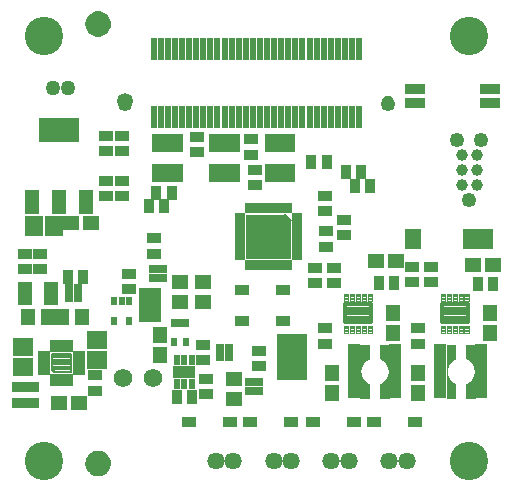
<source format=gbs>
G75*
%MOIN*%
%OFA0B0*%
%FSLAX25Y25*%
%IPPOS*%
%LPD*%
%AMOC8*
5,1,8,0,0,1.08239X$1,22.5*
%
%ADD10C,0.12795*%
%ADD11C,0.05315*%
%ADD12C,0.03740*%
%ADD13R,0.02362X0.07677*%
%ADD14C,0.04921*%
%ADD15C,0.00492*%
%ADD16C,0.01496*%
%ADD17R,0.04331X0.17913*%
%ADD18C,0.00004*%
%ADD19C,0.05740*%
%ADD20R,0.04921X0.05315*%
%ADD21R,0.04528X0.03740*%
%ADD22R,0.03740X0.04528*%
%ADD23R,0.05315X0.04921*%
%ADD24R,0.04803X0.03543*%
%ADD25R,0.02184X0.04184*%
%ADD26R,0.10384X0.07484*%
%ADD27R,0.02165X0.02913*%
%ADD28R,0.02165X0.03031*%
%ADD29C,0.06134*%
%ADD30R,0.04528X0.02756*%
%ADD31R,0.02913X0.02165*%
%ADD32R,0.03031X0.02165*%
%ADD33R,0.02165X0.02953*%
%ADD34C,0.03937*%
%ADD35R,0.07284X0.05584*%
%ADD36R,0.07200X0.00600*%
%ADD37R,0.02165X0.03346*%
%ADD38R,0.03346X0.02165*%
%ADD39R,0.13583X0.15157*%
%ADD40R,0.02559X0.13583*%
%ADD41R,0.03211X0.04921*%
%ADD42R,0.06890X0.03346*%
%ADD43R,0.02384X0.03584*%
%ADD44R,0.07284X0.04484*%
%ADD45R,0.02684X0.06184*%
%ADD46R,0.01890X0.04134*%
%ADD47R,0.04134X0.01890*%
%ADD48C,0.00787*%
%ADD49C,0.00500*%
%ADD50R,0.06890X0.06102*%
%ADD51R,0.02047X0.02756*%
%ADD52R,0.04724X0.08465*%
%ADD53R,0.13780X0.08465*%
%ADD54R,0.06102X0.06890*%
%ADD55C,0.04953*%
%ADD56R,0.05315X0.03346*%
%ADD57R,0.10433X0.06890*%
D10*
X0033912Y0020541D03*
X0175644Y0020541D03*
X0175644Y0162274D03*
X0033912Y0162274D03*
D11*
X0061078Y0140626D03*
D12*
X0148478Y0140626D03*
D13*
X0139030Y0135305D03*
X0136668Y0135305D03*
X0134306Y0135305D03*
X0131944Y0135305D03*
X0129581Y0135305D03*
X0127219Y0135305D03*
X0124857Y0135305D03*
X0122495Y0135305D03*
X0120133Y0135305D03*
X0117770Y0135305D03*
X0115408Y0135305D03*
X0113046Y0135305D03*
X0110684Y0135305D03*
X0108322Y0135305D03*
X0105959Y0135305D03*
X0103597Y0135305D03*
X0101235Y0135305D03*
X0098873Y0135305D03*
X0096511Y0135305D03*
X0094148Y0135305D03*
X0091786Y0135305D03*
X0089424Y0135305D03*
X0087062Y0135305D03*
X0084700Y0135305D03*
X0082337Y0135305D03*
X0079975Y0135305D03*
X0077613Y0135305D03*
X0075251Y0135305D03*
X0072889Y0135305D03*
X0070526Y0135305D03*
X0070526Y0157746D03*
X0072889Y0157746D03*
X0075251Y0157746D03*
X0077613Y0157746D03*
X0079975Y0157746D03*
X0082337Y0157746D03*
X0084700Y0157746D03*
X0087062Y0157746D03*
X0089424Y0157746D03*
X0091786Y0157746D03*
X0094148Y0157746D03*
X0096511Y0157746D03*
X0098873Y0157746D03*
X0101235Y0157746D03*
X0103597Y0157746D03*
X0105959Y0157746D03*
X0108322Y0157746D03*
X0110684Y0157746D03*
X0113046Y0157746D03*
X0115408Y0157746D03*
X0117770Y0157746D03*
X0120133Y0157746D03*
X0122495Y0157746D03*
X0124857Y0157746D03*
X0127219Y0157746D03*
X0129581Y0157746D03*
X0131944Y0157746D03*
X0134306Y0157746D03*
X0136668Y0157746D03*
X0139030Y0157746D03*
D14*
X0148479Y0139439D03*
X0171637Y0127549D03*
X0179644Y0127549D03*
X0175644Y0107549D03*
X0061078Y0139439D03*
D15*
X0133962Y0073937D02*
X0135438Y0073937D01*
X0133962Y0073937D02*
X0133962Y0076201D01*
X0135438Y0076201D01*
X0135438Y0073937D01*
X0135438Y0074428D02*
X0133962Y0074428D01*
X0133962Y0074919D02*
X0135438Y0074919D01*
X0135438Y0075410D02*
X0133962Y0075410D01*
X0133962Y0075901D02*
X0135438Y0075901D01*
X0135930Y0073937D02*
X0137406Y0073937D01*
X0135930Y0073937D02*
X0135930Y0076201D01*
X0137406Y0076201D01*
X0137406Y0073937D01*
X0137406Y0074428D02*
X0135930Y0074428D01*
X0135930Y0074919D02*
X0137406Y0074919D01*
X0137406Y0075410D02*
X0135930Y0075410D01*
X0135930Y0075901D02*
X0137406Y0075901D01*
X0137899Y0073937D02*
X0139375Y0073937D01*
X0137899Y0073937D02*
X0137899Y0076201D01*
X0139375Y0076201D01*
X0139375Y0073937D01*
X0139375Y0074428D02*
X0137899Y0074428D01*
X0137899Y0074919D02*
X0139375Y0074919D01*
X0139375Y0075410D02*
X0137899Y0075410D01*
X0137899Y0075901D02*
X0139375Y0075901D01*
X0139867Y0073937D02*
X0141343Y0073937D01*
X0139867Y0073937D02*
X0139867Y0076201D01*
X0141343Y0076201D01*
X0141343Y0073937D01*
X0141343Y0074428D02*
X0139867Y0074428D01*
X0139867Y0074919D02*
X0141343Y0074919D01*
X0141343Y0075410D02*
X0139867Y0075410D01*
X0139867Y0075901D02*
X0141343Y0075901D01*
X0141836Y0073937D02*
X0143312Y0073937D01*
X0141836Y0073937D02*
X0141836Y0076201D01*
X0143312Y0076201D01*
X0143312Y0073937D01*
X0143312Y0074428D02*
X0141836Y0074428D01*
X0141836Y0074919D02*
X0143312Y0074919D01*
X0143312Y0075410D02*
X0141836Y0075410D01*
X0141836Y0075901D02*
X0143312Y0075901D01*
X0143312Y0063307D02*
X0141836Y0063307D01*
X0141836Y0065571D01*
X0143312Y0065571D01*
X0143312Y0063307D01*
X0143312Y0063798D02*
X0141836Y0063798D01*
X0141836Y0064289D02*
X0143312Y0064289D01*
X0143312Y0064780D02*
X0141836Y0064780D01*
X0141836Y0065271D02*
X0143312Y0065271D01*
X0141343Y0063307D02*
X0139867Y0063307D01*
X0139867Y0065571D01*
X0141343Y0065571D01*
X0141343Y0063307D01*
X0141343Y0063798D02*
X0139867Y0063798D01*
X0139867Y0064289D02*
X0141343Y0064289D01*
X0141343Y0064780D02*
X0139867Y0064780D01*
X0139867Y0065271D02*
X0141343Y0065271D01*
X0139375Y0063307D02*
X0137899Y0063307D01*
X0137899Y0065571D01*
X0139375Y0065571D01*
X0139375Y0063307D01*
X0139375Y0063798D02*
X0137899Y0063798D01*
X0137899Y0064289D02*
X0139375Y0064289D01*
X0139375Y0064780D02*
X0137899Y0064780D01*
X0137899Y0065271D02*
X0139375Y0065271D01*
X0137406Y0063307D02*
X0135930Y0063307D01*
X0135930Y0065571D01*
X0137406Y0065571D01*
X0137406Y0063307D01*
X0137406Y0063798D02*
X0135930Y0063798D01*
X0135930Y0064289D02*
X0137406Y0064289D01*
X0137406Y0064780D02*
X0135930Y0064780D01*
X0135930Y0065271D02*
X0137406Y0065271D01*
X0135438Y0063307D02*
X0133962Y0063307D01*
X0133962Y0065571D01*
X0135438Y0065571D01*
X0135438Y0063307D01*
X0135438Y0063798D02*
X0133962Y0063798D01*
X0133962Y0064289D02*
X0135438Y0064289D01*
X0135438Y0064780D02*
X0133962Y0064780D01*
X0133962Y0065271D02*
X0135438Y0065271D01*
X0166245Y0063307D02*
X0167721Y0063307D01*
X0166245Y0063307D02*
X0166245Y0065571D01*
X0167721Y0065571D01*
X0167721Y0063307D01*
X0167721Y0063798D02*
X0166245Y0063798D01*
X0166245Y0064289D02*
X0167721Y0064289D01*
X0167721Y0064780D02*
X0166245Y0064780D01*
X0166245Y0065271D02*
X0167721Y0065271D01*
X0168214Y0063307D02*
X0169690Y0063307D01*
X0168214Y0063307D02*
X0168214Y0065571D01*
X0169690Y0065571D01*
X0169690Y0063307D01*
X0169690Y0063798D02*
X0168214Y0063798D01*
X0168214Y0064289D02*
X0169690Y0064289D01*
X0169690Y0064780D02*
X0168214Y0064780D01*
X0168214Y0065271D02*
X0169690Y0065271D01*
X0170182Y0063307D02*
X0171658Y0063307D01*
X0170182Y0063307D02*
X0170182Y0065571D01*
X0171658Y0065571D01*
X0171658Y0063307D01*
X0171658Y0063798D02*
X0170182Y0063798D01*
X0170182Y0064289D02*
X0171658Y0064289D01*
X0171658Y0064780D02*
X0170182Y0064780D01*
X0170182Y0065271D02*
X0171658Y0065271D01*
X0172151Y0063307D02*
X0173627Y0063307D01*
X0172151Y0063307D02*
X0172151Y0065571D01*
X0173627Y0065571D01*
X0173627Y0063307D01*
X0173627Y0063798D02*
X0172151Y0063798D01*
X0172151Y0064289D02*
X0173627Y0064289D01*
X0173627Y0064780D02*
X0172151Y0064780D01*
X0172151Y0065271D02*
X0173627Y0065271D01*
X0174119Y0063307D02*
X0175595Y0063307D01*
X0174119Y0063307D02*
X0174119Y0065571D01*
X0175595Y0065571D01*
X0175595Y0063307D01*
X0175595Y0063798D02*
X0174119Y0063798D01*
X0174119Y0064289D02*
X0175595Y0064289D01*
X0175595Y0064780D02*
X0174119Y0064780D01*
X0174119Y0065271D02*
X0175595Y0065271D01*
X0175595Y0073937D02*
X0174119Y0073937D01*
X0174119Y0076201D01*
X0175595Y0076201D01*
X0175595Y0073937D01*
X0175595Y0074428D02*
X0174119Y0074428D01*
X0174119Y0074919D02*
X0175595Y0074919D01*
X0175595Y0075410D02*
X0174119Y0075410D01*
X0174119Y0075901D02*
X0175595Y0075901D01*
X0173627Y0073937D02*
X0172151Y0073937D01*
X0172151Y0076201D01*
X0173627Y0076201D01*
X0173627Y0073937D01*
X0173627Y0074428D02*
X0172151Y0074428D01*
X0172151Y0074919D02*
X0173627Y0074919D01*
X0173627Y0075410D02*
X0172151Y0075410D01*
X0172151Y0075901D02*
X0173627Y0075901D01*
X0171658Y0073937D02*
X0170182Y0073937D01*
X0170182Y0076201D01*
X0171658Y0076201D01*
X0171658Y0073937D01*
X0171658Y0074428D02*
X0170182Y0074428D01*
X0170182Y0074919D02*
X0171658Y0074919D01*
X0171658Y0075410D02*
X0170182Y0075410D01*
X0170182Y0075901D02*
X0171658Y0075901D01*
X0169690Y0073937D02*
X0168214Y0073937D01*
X0168214Y0076201D01*
X0169690Y0076201D01*
X0169690Y0073937D01*
X0169690Y0074428D02*
X0168214Y0074428D01*
X0168214Y0074919D02*
X0169690Y0074919D01*
X0169690Y0075410D02*
X0168214Y0075410D01*
X0168214Y0075901D02*
X0169690Y0075901D01*
X0167721Y0073937D02*
X0166245Y0073937D01*
X0166245Y0076201D01*
X0167721Y0076201D01*
X0167721Y0073937D01*
X0167721Y0074428D02*
X0166245Y0074428D01*
X0166245Y0074919D02*
X0167721Y0074919D01*
X0167721Y0075410D02*
X0166245Y0075410D01*
X0166245Y0075901D02*
X0167721Y0075901D01*
D16*
X0166491Y0066762D02*
X0175349Y0066762D01*
X0166491Y0066762D02*
X0166491Y0072746D01*
X0175349Y0072746D01*
X0175349Y0066762D01*
X0175349Y0068257D02*
X0166491Y0068257D01*
X0166491Y0069752D02*
X0175349Y0069752D01*
X0175349Y0071247D02*
X0166491Y0071247D01*
X0166491Y0072742D02*
X0175349Y0072742D01*
X0143066Y0066762D02*
X0134208Y0066762D01*
X0134208Y0072746D01*
X0143066Y0072746D01*
X0143066Y0066762D01*
X0143066Y0068257D02*
X0134208Y0068257D01*
X0134208Y0069752D02*
X0143066Y0069752D01*
X0143066Y0071247D02*
X0134208Y0071247D01*
X0134208Y0072742D02*
X0143066Y0072742D01*
D17*
X0137357Y0050463D03*
X0150940Y0050463D03*
X0166097Y0050463D03*
X0179680Y0050463D03*
D18*
X0177613Y0050541D02*
X0177613Y0050344D01*
X0177574Y0049833D01*
X0177613Y0049833D01*
X0177613Y0049835D02*
X0177574Y0049835D01*
X0177574Y0049833D02*
X0177456Y0049281D01*
X0177259Y0048691D01*
X0177101Y0048337D01*
X0177613Y0048337D01*
X0177613Y0048339D02*
X0177102Y0048339D01*
X0177101Y0048337D02*
X0176786Y0047785D01*
X0176471Y0047392D01*
X0176156Y0047037D01*
X0177613Y0047037D01*
X0177613Y0047039D02*
X0176158Y0047039D01*
X0176156Y0047037D02*
X0175763Y0046722D01*
X0175330Y0046407D01*
X0175330Y0046408D02*
X0177613Y0046408D01*
X0177613Y0046410D02*
X0175333Y0046410D01*
X0175336Y0046413D02*
X0177613Y0046413D01*
X0177613Y0046415D02*
X0175340Y0046415D01*
X0175343Y0046417D02*
X0177613Y0046417D01*
X0177613Y0046420D02*
X0175347Y0046420D01*
X0175350Y0046422D02*
X0177613Y0046422D01*
X0177613Y0046425D02*
X0175353Y0046425D01*
X0175357Y0046427D02*
X0177613Y0046427D01*
X0177613Y0046430D02*
X0175360Y0046430D01*
X0175363Y0046432D02*
X0177613Y0046432D01*
X0177613Y0046435D02*
X0175367Y0046435D01*
X0175370Y0046437D02*
X0177613Y0046437D01*
X0177613Y0046439D02*
X0175373Y0046439D01*
X0175377Y0046442D02*
X0177613Y0046442D01*
X0177613Y0046444D02*
X0175380Y0046444D01*
X0175384Y0046447D02*
X0177613Y0046447D01*
X0177613Y0046449D02*
X0175387Y0046449D01*
X0175390Y0046452D02*
X0177613Y0046452D01*
X0177613Y0046454D02*
X0175394Y0046454D01*
X0175397Y0046457D02*
X0177613Y0046457D01*
X0177613Y0046459D02*
X0175400Y0046459D01*
X0175404Y0046461D02*
X0177613Y0046461D01*
X0177613Y0046464D02*
X0175407Y0046464D01*
X0175411Y0046466D02*
X0177613Y0046466D01*
X0177613Y0046469D02*
X0175414Y0046469D01*
X0175417Y0046471D02*
X0177613Y0046471D01*
X0177613Y0046474D02*
X0175421Y0046474D01*
X0175424Y0046476D02*
X0177613Y0046476D01*
X0177613Y0046479D02*
X0175427Y0046479D01*
X0175431Y0046481D02*
X0177613Y0046481D01*
X0177613Y0046484D02*
X0175434Y0046484D01*
X0175437Y0046486D02*
X0177613Y0046486D01*
X0177613Y0046488D02*
X0175441Y0046488D01*
X0175444Y0046491D02*
X0177613Y0046491D01*
X0177613Y0046493D02*
X0175448Y0046493D01*
X0175451Y0046496D02*
X0177613Y0046496D01*
X0177613Y0046498D02*
X0175454Y0046498D01*
X0175458Y0046501D02*
X0177613Y0046501D01*
X0177613Y0046503D02*
X0175461Y0046503D01*
X0175464Y0046506D02*
X0177613Y0046506D01*
X0177613Y0046508D02*
X0175468Y0046508D01*
X0175471Y0046510D02*
X0177613Y0046510D01*
X0177613Y0046513D02*
X0175474Y0046513D01*
X0175478Y0046515D02*
X0177613Y0046515D01*
X0177613Y0046518D02*
X0175481Y0046518D01*
X0175485Y0046520D02*
X0177613Y0046520D01*
X0177613Y0046523D02*
X0175488Y0046523D01*
X0175491Y0046525D02*
X0177613Y0046525D01*
X0177613Y0046528D02*
X0175495Y0046528D01*
X0175498Y0046530D02*
X0177613Y0046530D01*
X0177613Y0046532D02*
X0175501Y0046532D01*
X0175505Y0046535D02*
X0177613Y0046535D01*
X0177613Y0046537D02*
X0175508Y0046537D01*
X0175512Y0046540D02*
X0177613Y0046540D01*
X0177613Y0046542D02*
X0175515Y0046542D01*
X0175518Y0046545D02*
X0177613Y0046545D01*
X0177613Y0046547D02*
X0175522Y0046547D01*
X0175525Y0046550D02*
X0177613Y0046550D01*
X0177613Y0046552D02*
X0175528Y0046552D01*
X0175532Y0046555D02*
X0177613Y0046555D01*
X0177613Y0046557D02*
X0175535Y0046557D01*
X0175538Y0046559D02*
X0177613Y0046559D01*
X0177613Y0046562D02*
X0175542Y0046562D01*
X0175545Y0046564D02*
X0177613Y0046564D01*
X0177613Y0046567D02*
X0175549Y0046567D01*
X0175552Y0046569D02*
X0177613Y0046569D01*
X0177613Y0046572D02*
X0175555Y0046572D01*
X0175559Y0046574D02*
X0177613Y0046574D01*
X0177613Y0046577D02*
X0175562Y0046577D01*
X0175565Y0046579D02*
X0177613Y0046579D01*
X0177613Y0046581D02*
X0175569Y0046581D01*
X0175572Y0046584D02*
X0177613Y0046584D01*
X0177613Y0046586D02*
X0175575Y0046586D01*
X0175579Y0046589D02*
X0177613Y0046589D01*
X0177613Y0046591D02*
X0175582Y0046591D01*
X0175586Y0046594D02*
X0177613Y0046594D01*
X0177613Y0046596D02*
X0175589Y0046596D01*
X0175592Y0046599D02*
X0177613Y0046599D01*
X0177613Y0046601D02*
X0175596Y0046601D01*
X0175599Y0046603D02*
X0177613Y0046603D01*
X0177613Y0046606D02*
X0175602Y0046606D01*
X0175606Y0046608D02*
X0177613Y0046608D01*
X0177613Y0046611D02*
X0175609Y0046611D01*
X0175612Y0046613D02*
X0177613Y0046613D01*
X0177613Y0046616D02*
X0175616Y0046616D01*
X0175619Y0046618D02*
X0177613Y0046618D01*
X0177613Y0046621D02*
X0175623Y0046621D01*
X0175626Y0046623D02*
X0177613Y0046623D01*
X0177613Y0046626D02*
X0175629Y0046626D01*
X0175633Y0046628D02*
X0177613Y0046628D01*
X0177613Y0046630D02*
X0175636Y0046630D01*
X0175639Y0046633D02*
X0177613Y0046633D01*
X0177613Y0046635D02*
X0175643Y0046635D01*
X0175646Y0046638D02*
X0177613Y0046638D01*
X0177613Y0046640D02*
X0175650Y0046640D01*
X0175653Y0046643D02*
X0177613Y0046643D01*
X0177613Y0046645D02*
X0175656Y0046645D01*
X0175660Y0046648D02*
X0177613Y0046648D01*
X0177613Y0046650D02*
X0175663Y0046650D01*
X0175666Y0046652D02*
X0177613Y0046652D01*
X0177613Y0046655D02*
X0175670Y0046655D01*
X0175673Y0046657D02*
X0177613Y0046657D01*
X0177613Y0046660D02*
X0175676Y0046660D01*
X0175680Y0046662D02*
X0177613Y0046662D01*
X0177613Y0046665D02*
X0175683Y0046665D01*
X0175687Y0046667D02*
X0177613Y0046667D01*
X0177613Y0046670D02*
X0175690Y0046670D01*
X0175693Y0046672D02*
X0177613Y0046672D01*
X0177613Y0046674D02*
X0175697Y0046674D01*
X0175700Y0046677D02*
X0177613Y0046677D01*
X0177613Y0046679D02*
X0175703Y0046679D01*
X0175707Y0046682D02*
X0177613Y0046682D01*
X0177613Y0046684D02*
X0175710Y0046684D01*
X0175713Y0046687D02*
X0177613Y0046687D01*
X0177613Y0046689D02*
X0175717Y0046689D01*
X0175720Y0046692D02*
X0177613Y0046692D01*
X0177613Y0046694D02*
X0175724Y0046694D01*
X0175727Y0046697D02*
X0177613Y0046697D01*
X0177613Y0046699D02*
X0175730Y0046699D01*
X0175734Y0046701D02*
X0177613Y0046701D01*
X0177613Y0046704D02*
X0175737Y0046704D01*
X0175740Y0046706D02*
X0177613Y0046706D01*
X0177613Y0046709D02*
X0175744Y0046709D01*
X0175747Y0046711D02*
X0177613Y0046711D01*
X0177613Y0046714D02*
X0175751Y0046714D01*
X0175754Y0046716D02*
X0177613Y0046716D01*
X0177613Y0046719D02*
X0175757Y0046719D01*
X0175761Y0046721D02*
X0177613Y0046721D01*
X0177613Y0046723D02*
X0175764Y0046723D01*
X0175767Y0046726D02*
X0177613Y0046726D01*
X0177613Y0046728D02*
X0175770Y0046728D01*
X0175773Y0046731D02*
X0177613Y0046731D01*
X0177613Y0046733D02*
X0175776Y0046733D01*
X0175779Y0046736D02*
X0177613Y0046736D01*
X0177613Y0046738D02*
X0175782Y0046738D01*
X0175785Y0046741D02*
X0177613Y0046741D01*
X0177613Y0046743D02*
X0175788Y0046743D01*
X0175791Y0046745D02*
X0177613Y0046745D01*
X0177613Y0046748D02*
X0175794Y0046748D01*
X0175798Y0046750D02*
X0177613Y0046750D01*
X0177613Y0046753D02*
X0175801Y0046753D01*
X0175804Y0046755D02*
X0177613Y0046755D01*
X0177613Y0046758D02*
X0175807Y0046758D01*
X0175810Y0046760D02*
X0177613Y0046760D01*
X0177613Y0046763D02*
X0175813Y0046763D01*
X0175816Y0046765D02*
X0177613Y0046765D01*
X0177613Y0046768D02*
X0175819Y0046768D01*
X0175822Y0046770D02*
X0177613Y0046770D01*
X0177613Y0046772D02*
X0175825Y0046772D01*
X0175828Y0046775D02*
X0177613Y0046775D01*
X0177613Y0046777D02*
X0175831Y0046777D01*
X0175834Y0046780D02*
X0177613Y0046780D01*
X0177613Y0046782D02*
X0175837Y0046782D01*
X0175840Y0046785D02*
X0177613Y0046785D01*
X0177613Y0046787D02*
X0175843Y0046787D01*
X0175846Y0046790D02*
X0177613Y0046790D01*
X0177613Y0046792D02*
X0175850Y0046792D01*
X0175853Y0046794D02*
X0177613Y0046794D01*
X0177613Y0046797D02*
X0175856Y0046797D01*
X0175859Y0046799D02*
X0177613Y0046799D01*
X0177613Y0046802D02*
X0175862Y0046802D01*
X0175865Y0046804D02*
X0177613Y0046804D01*
X0177613Y0046807D02*
X0175868Y0046807D01*
X0175871Y0046809D02*
X0177613Y0046809D01*
X0177613Y0046812D02*
X0175874Y0046812D01*
X0175877Y0046814D02*
X0177613Y0046814D01*
X0177613Y0046816D02*
X0175880Y0046816D01*
X0175883Y0046819D02*
X0177613Y0046819D01*
X0177613Y0046821D02*
X0175886Y0046821D01*
X0175889Y0046824D02*
X0177613Y0046824D01*
X0177613Y0046826D02*
X0175892Y0046826D01*
X0175895Y0046829D02*
X0177613Y0046829D01*
X0177613Y0046831D02*
X0175899Y0046831D01*
X0175902Y0046834D02*
X0177613Y0046834D01*
X0177613Y0046836D02*
X0175905Y0046836D01*
X0175908Y0046839D02*
X0177613Y0046839D01*
X0177613Y0046841D02*
X0175911Y0046841D01*
X0175914Y0046843D02*
X0177613Y0046843D01*
X0177613Y0046846D02*
X0175917Y0046846D01*
X0175920Y0046848D02*
X0177613Y0046848D01*
X0177613Y0046851D02*
X0175923Y0046851D01*
X0175926Y0046853D02*
X0177613Y0046853D01*
X0177613Y0046856D02*
X0175929Y0046856D01*
X0175932Y0046858D02*
X0177613Y0046858D01*
X0177613Y0046861D02*
X0175935Y0046861D01*
X0175938Y0046863D02*
X0177613Y0046863D01*
X0177613Y0046865D02*
X0175941Y0046865D01*
X0175944Y0046868D02*
X0177613Y0046868D01*
X0177613Y0046870D02*
X0175947Y0046870D01*
X0175951Y0046873D02*
X0177613Y0046873D01*
X0177613Y0046875D02*
X0175954Y0046875D01*
X0175957Y0046878D02*
X0177613Y0046878D01*
X0177613Y0046880D02*
X0175960Y0046880D01*
X0175963Y0046883D02*
X0177613Y0046883D01*
X0177613Y0046885D02*
X0175966Y0046885D01*
X0175969Y0046887D02*
X0177613Y0046887D01*
X0177613Y0046890D02*
X0175972Y0046890D01*
X0175975Y0046892D02*
X0177613Y0046892D01*
X0177613Y0046895D02*
X0175978Y0046895D01*
X0175981Y0046897D02*
X0177613Y0046897D01*
X0177613Y0046900D02*
X0175984Y0046900D01*
X0175987Y0046902D02*
X0177613Y0046902D01*
X0177613Y0046905D02*
X0175990Y0046905D01*
X0175993Y0046907D02*
X0177613Y0046907D01*
X0177613Y0046910D02*
X0175996Y0046910D01*
X0176000Y0046912D02*
X0177613Y0046912D01*
X0177613Y0046914D02*
X0176003Y0046914D01*
X0176006Y0046917D02*
X0177613Y0046917D01*
X0177613Y0046919D02*
X0176009Y0046919D01*
X0176012Y0046922D02*
X0177613Y0046922D01*
X0177613Y0046924D02*
X0176015Y0046924D01*
X0176018Y0046927D02*
X0177613Y0046927D01*
X0177613Y0046929D02*
X0176021Y0046929D01*
X0176024Y0046932D02*
X0177613Y0046932D01*
X0177613Y0046934D02*
X0176027Y0046934D01*
X0176030Y0046936D02*
X0177613Y0046936D01*
X0177613Y0046939D02*
X0176033Y0046939D01*
X0176036Y0046941D02*
X0177613Y0046941D01*
X0177613Y0046944D02*
X0176039Y0046944D01*
X0176042Y0046946D02*
X0177613Y0046946D01*
X0177613Y0046949D02*
X0176045Y0046949D01*
X0176048Y0046951D02*
X0177613Y0046951D01*
X0177613Y0046954D02*
X0176052Y0046954D01*
X0176055Y0046956D02*
X0177613Y0046956D01*
X0177613Y0046958D02*
X0176058Y0046958D01*
X0176061Y0046961D02*
X0177613Y0046961D01*
X0177613Y0046963D02*
X0176064Y0046963D01*
X0176067Y0046966D02*
X0177613Y0046966D01*
X0177613Y0046968D02*
X0176070Y0046968D01*
X0176073Y0046971D02*
X0177613Y0046971D01*
X0177613Y0046973D02*
X0176076Y0046973D01*
X0176079Y0046976D02*
X0177613Y0046976D01*
X0177613Y0046978D02*
X0176082Y0046978D01*
X0176085Y0046981D02*
X0177613Y0046981D01*
X0177613Y0046983D02*
X0176088Y0046983D01*
X0176091Y0046985D02*
X0177613Y0046985D01*
X0177613Y0046988D02*
X0176094Y0046988D01*
X0176097Y0046990D02*
X0177613Y0046990D01*
X0177613Y0046993D02*
X0176101Y0046993D01*
X0176104Y0046995D02*
X0177613Y0046995D01*
X0177613Y0046998D02*
X0176107Y0046998D01*
X0176110Y0047000D02*
X0177613Y0047000D01*
X0177613Y0047003D02*
X0176113Y0047003D01*
X0176116Y0047005D02*
X0177613Y0047005D01*
X0177613Y0047007D02*
X0176119Y0047007D01*
X0176122Y0047010D02*
X0177613Y0047010D01*
X0177613Y0047012D02*
X0176125Y0047012D01*
X0176128Y0047015D02*
X0177613Y0047015D01*
X0177613Y0047017D02*
X0176131Y0047017D01*
X0176134Y0047020D02*
X0177613Y0047020D01*
X0177613Y0047022D02*
X0176137Y0047022D01*
X0176140Y0047025D02*
X0177613Y0047025D01*
X0177613Y0047027D02*
X0176143Y0047027D01*
X0176146Y0047029D02*
X0177613Y0047029D01*
X0177613Y0047032D02*
X0176149Y0047032D01*
X0176153Y0047034D02*
X0177613Y0047034D01*
X0177613Y0047042D02*
X0176160Y0047042D01*
X0176162Y0047044D02*
X0177613Y0047044D01*
X0177613Y0047047D02*
X0176165Y0047047D01*
X0176167Y0047049D02*
X0177613Y0047049D01*
X0177613Y0047052D02*
X0176169Y0047052D01*
X0176171Y0047054D02*
X0177613Y0047054D01*
X0177613Y0047056D02*
X0176173Y0047056D01*
X0176175Y0047059D02*
X0177613Y0047059D01*
X0177613Y0047061D02*
X0176178Y0047061D01*
X0176180Y0047064D02*
X0177613Y0047064D01*
X0177613Y0047066D02*
X0176182Y0047066D01*
X0176184Y0047069D02*
X0177613Y0047069D01*
X0177613Y0047071D02*
X0176186Y0047071D01*
X0176188Y0047074D02*
X0177613Y0047074D01*
X0177613Y0047076D02*
X0176191Y0047076D01*
X0176193Y0047078D02*
X0177613Y0047078D01*
X0177613Y0047081D02*
X0176195Y0047081D01*
X0176197Y0047083D02*
X0177613Y0047083D01*
X0177613Y0047086D02*
X0176199Y0047086D01*
X0176202Y0047088D02*
X0177613Y0047088D01*
X0177613Y0047091D02*
X0176204Y0047091D01*
X0176206Y0047093D02*
X0177613Y0047093D01*
X0177613Y0047096D02*
X0176208Y0047096D01*
X0176210Y0047098D02*
X0177613Y0047098D01*
X0177613Y0047100D02*
X0176212Y0047100D01*
X0176215Y0047103D02*
X0177613Y0047103D01*
X0177613Y0047105D02*
X0176217Y0047105D01*
X0176219Y0047108D02*
X0177613Y0047108D01*
X0177613Y0047110D02*
X0176221Y0047110D01*
X0176223Y0047113D02*
X0177613Y0047113D01*
X0177613Y0047115D02*
X0176225Y0047115D01*
X0176228Y0047118D02*
X0177613Y0047118D01*
X0177613Y0047120D02*
X0176230Y0047120D01*
X0176232Y0047123D02*
X0177613Y0047123D01*
X0177613Y0047125D02*
X0176234Y0047125D01*
X0176236Y0047127D02*
X0177613Y0047127D01*
X0177613Y0047130D02*
X0176238Y0047130D01*
X0176241Y0047132D02*
X0177613Y0047132D01*
X0177613Y0047135D02*
X0176243Y0047135D01*
X0176245Y0047137D02*
X0177613Y0047137D01*
X0177613Y0047140D02*
X0176247Y0047140D01*
X0176249Y0047142D02*
X0177613Y0047142D01*
X0177613Y0047145D02*
X0176252Y0047145D01*
X0176254Y0047147D02*
X0177613Y0047147D01*
X0177613Y0047149D02*
X0176256Y0047149D01*
X0176258Y0047152D02*
X0177613Y0047152D01*
X0177613Y0047154D02*
X0176260Y0047154D01*
X0176262Y0047157D02*
X0177613Y0047157D01*
X0177613Y0047159D02*
X0176265Y0047159D01*
X0176267Y0047162D02*
X0177613Y0047162D01*
X0177613Y0047164D02*
X0176269Y0047164D01*
X0176271Y0047167D02*
X0177613Y0047167D01*
X0177613Y0047169D02*
X0176273Y0047169D01*
X0176275Y0047171D02*
X0177613Y0047171D01*
X0177613Y0047174D02*
X0176278Y0047174D01*
X0176280Y0047176D02*
X0177613Y0047176D01*
X0177613Y0047179D02*
X0176282Y0047179D01*
X0176284Y0047181D02*
X0177613Y0047181D01*
X0177613Y0047184D02*
X0176286Y0047184D01*
X0176289Y0047186D02*
X0177613Y0047186D01*
X0177613Y0047189D02*
X0176291Y0047189D01*
X0176293Y0047191D02*
X0177613Y0047191D01*
X0177613Y0047194D02*
X0176295Y0047194D01*
X0176297Y0047196D02*
X0177613Y0047196D01*
X0177613Y0047198D02*
X0176299Y0047198D01*
X0176302Y0047201D02*
X0177613Y0047201D01*
X0177613Y0047203D02*
X0176304Y0047203D01*
X0176306Y0047206D02*
X0177613Y0047206D01*
X0177613Y0047208D02*
X0176308Y0047208D01*
X0176310Y0047211D02*
X0177613Y0047211D01*
X0177613Y0047213D02*
X0176312Y0047213D01*
X0176315Y0047216D02*
X0177613Y0047216D01*
X0177613Y0047218D02*
X0176317Y0047218D01*
X0176319Y0047220D02*
X0177613Y0047220D01*
X0177613Y0047223D02*
X0176321Y0047223D01*
X0176323Y0047225D02*
X0177613Y0047225D01*
X0177613Y0047228D02*
X0176326Y0047228D01*
X0176328Y0047230D02*
X0177613Y0047230D01*
X0177613Y0047233D02*
X0176330Y0047233D01*
X0176332Y0047235D02*
X0177613Y0047235D01*
X0177613Y0047238D02*
X0176334Y0047238D01*
X0176336Y0047240D02*
X0177613Y0047240D01*
X0177613Y0047242D02*
X0176339Y0047242D01*
X0176341Y0047245D02*
X0177613Y0047245D01*
X0177613Y0047247D02*
X0176343Y0047247D01*
X0176345Y0047250D02*
X0177613Y0047250D01*
X0177613Y0047252D02*
X0176347Y0047252D01*
X0176349Y0047255D02*
X0177613Y0047255D01*
X0177613Y0047257D02*
X0176352Y0047257D01*
X0176354Y0047260D02*
X0177613Y0047260D01*
X0177613Y0047262D02*
X0176356Y0047262D01*
X0176358Y0047265D02*
X0177613Y0047265D01*
X0177613Y0047267D02*
X0176360Y0047267D01*
X0176363Y0047269D02*
X0177613Y0047269D01*
X0177613Y0047272D02*
X0176365Y0047272D01*
X0176367Y0047274D02*
X0177613Y0047274D01*
X0177613Y0047277D02*
X0176369Y0047277D01*
X0176371Y0047279D02*
X0177613Y0047279D01*
X0177613Y0047282D02*
X0176373Y0047282D01*
X0176376Y0047284D02*
X0177613Y0047284D01*
X0177613Y0047287D02*
X0176378Y0047287D01*
X0176380Y0047289D02*
X0177613Y0047289D01*
X0177613Y0047291D02*
X0176382Y0047291D01*
X0176384Y0047294D02*
X0177613Y0047294D01*
X0177613Y0047296D02*
X0176386Y0047296D01*
X0176389Y0047299D02*
X0177613Y0047299D01*
X0177613Y0047301D02*
X0176391Y0047301D01*
X0176393Y0047304D02*
X0177613Y0047304D01*
X0177613Y0047306D02*
X0176395Y0047306D01*
X0176397Y0047309D02*
X0177613Y0047309D01*
X0177613Y0047311D02*
X0176400Y0047311D01*
X0176402Y0047313D02*
X0177613Y0047313D01*
X0177613Y0047316D02*
X0176404Y0047316D01*
X0176406Y0047318D02*
X0177613Y0047318D01*
X0177613Y0047321D02*
X0176408Y0047321D01*
X0176410Y0047323D02*
X0177613Y0047323D01*
X0177613Y0047326D02*
X0176413Y0047326D01*
X0176415Y0047328D02*
X0177613Y0047328D01*
X0177613Y0047331D02*
X0176417Y0047331D01*
X0176419Y0047333D02*
X0177613Y0047333D01*
X0177613Y0047336D02*
X0176421Y0047336D01*
X0176423Y0047338D02*
X0177613Y0047338D01*
X0177613Y0047340D02*
X0176426Y0047340D01*
X0176428Y0047343D02*
X0177613Y0047343D01*
X0177613Y0047345D02*
X0176430Y0047345D01*
X0176432Y0047348D02*
X0177613Y0047348D01*
X0177613Y0047350D02*
X0176434Y0047350D01*
X0176437Y0047353D02*
X0177613Y0047353D01*
X0177613Y0047355D02*
X0176439Y0047355D01*
X0176441Y0047358D02*
X0177613Y0047358D01*
X0177613Y0047360D02*
X0176443Y0047360D01*
X0176445Y0047362D02*
X0177613Y0047362D01*
X0177613Y0047365D02*
X0176447Y0047365D01*
X0176450Y0047367D02*
X0177613Y0047367D01*
X0177613Y0047370D02*
X0176452Y0047370D01*
X0176454Y0047372D02*
X0177613Y0047372D01*
X0177613Y0047375D02*
X0176456Y0047375D01*
X0176458Y0047377D02*
X0177613Y0047377D01*
X0177613Y0047380D02*
X0176460Y0047380D01*
X0176463Y0047382D02*
X0177613Y0047382D01*
X0177613Y0047384D02*
X0176465Y0047384D01*
X0176467Y0047387D02*
X0177613Y0047387D01*
X0177613Y0047389D02*
X0176469Y0047389D01*
X0176471Y0047392D02*
X0177613Y0047392D01*
X0177613Y0047394D02*
X0176473Y0047394D01*
X0176475Y0047397D02*
X0177613Y0047397D01*
X0177613Y0047399D02*
X0176477Y0047399D01*
X0176479Y0047402D02*
X0177613Y0047402D01*
X0177613Y0047404D02*
X0176481Y0047404D01*
X0176483Y0047407D02*
X0177613Y0047407D01*
X0177613Y0047409D02*
X0176485Y0047409D01*
X0176487Y0047411D02*
X0177613Y0047411D01*
X0177613Y0047414D02*
X0176489Y0047414D01*
X0176491Y0047416D02*
X0177613Y0047416D01*
X0177613Y0047419D02*
X0176493Y0047419D01*
X0176495Y0047421D02*
X0177613Y0047421D01*
X0177613Y0047424D02*
X0176497Y0047424D01*
X0176499Y0047426D02*
X0177613Y0047426D01*
X0177613Y0047429D02*
X0176501Y0047429D01*
X0176503Y0047431D02*
X0177613Y0047431D01*
X0177613Y0047433D02*
X0176505Y0047433D01*
X0176507Y0047436D02*
X0177613Y0047436D01*
X0177613Y0047438D02*
X0176509Y0047438D01*
X0176511Y0047441D02*
X0177613Y0047441D01*
X0177613Y0047443D02*
X0176512Y0047443D01*
X0176514Y0047446D02*
X0177613Y0047446D01*
X0177613Y0047448D02*
X0176516Y0047448D01*
X0176518Y0047451D02*
X0177613Y0047451D01*
X0177613Y0047453D02*
X0176520Y0047453D01*
X0176522Y0047455D02*
X0177613Y0047455D01*
X0177613Y0047458D02*
X0176524Y0047458D01*
X0176526Y0047460D02*
X0177613Y0047460D01*
X0177613Y0047463D02*
X0176528Y0047463D01*
X0176530Y0047465D02*
X0177613Y0047465D01*
X0177613Y0047468D02*
X0176532Y0047468D01*
X0176534Y0047470D02*
X0177613Y0047470D01*
X0177613Y0047473D02*
X0176536Y0047473D01*
X0176538Y0047475D02*
X0177613Y0047475D01*
X0177613Y0047478D02*
X0176540Y0047478D01*
X0176542Y0047480D02*
X0177613Y0047480D01*
X0177613Y0047482D02*
X0176544Y0047482D01*
X0176546Y0047485D02*
X0177613Y0047485D01*
X0177613Y0047487D02*
X0176548Y0047487D01*
X0176550Y0047490D02*
X0177613Y0047490D01*
X0177613Y0047492D02*
X0176552Y0047492D01*
X0176554Y0047495D02*
X0177613Y0047495D01*
X0177613Y0047497D02*
X0176556Y0047497D01*
X0176558Y0047500D02*
X0177613Y0047500D01*
X0177613Y0047502D02*
X0176559Y0047502D01*
X0176561Y0047504D02*
X0177613Y0047504D01*
X0177613Y0047507D02*
X0176563Y0047507D01*
X0176565Y0047509D02*
X0177613Y0047509D01*
X0177613Y0047512D02*
X0176567Y0047512D01*
X0176569Y0047514D02*
X0177613Y0047514D01*
X0177613Y0047517D02*
X0176571Y0047517D01*
X0176573Y0047519D02*
X0177613Y0047519D01*
X0177613Y0047522D02*
X0176575Y0047522D01*
X0176577Y0047524D02*
X0177613Y0047524D01*
X0177613Y0047527D02*
X0176579Y0047527D01*
X0176581Y0047529D02*
X0177613Y0047529D01*
X0177613Y0047531D02*
X0176583Y0047531D01*
X0176585Y0047534D02*
X0177613Y0047534D01*
X0177613Y0047536D02*
X0176587Y0047536D01*
X0176589Y0047539D02*
X0177613Y0047539D01*
X0177613Y0047541D02*
X0176591Y0047541D01*
X0176593Y0047544D02*
X0177613Y0047544D01*
X0177613Y0047546D02*
X0176595Y0047546D01*
X0176597Y0047549D02*
X0177613Y0047549D01*
X0177613Y0047551D02*
X0176599Y0047551D01*
X0176601Y0047553D02*
X0177613Y0047553D01*
X0177613Y0047556D02*
X0176603Y0047556D01*
X0176605Y0047558D02*
X0177613Y0047558D01*
X0177613Y0047561D02*
X0176606Y0047561D01*
X0176608Y0047563D02*
X0177613Y0047563D01*
X0177613Y0047566D02*
X0176610Y0047566D01*
X0176612Y0047568D02*
X0177613Y0047568D01*
X0177613Y0047571D02*
X0176614Y0047571D01*
X0176616Y0047573D02*
X0177613Y0047573D01*
X0177613Y0047575D02*
X0176618Y0047575D01*
X0176620Y0047578D02*
X0177613Y0047578D01*
X0177613Y0047580D02*
X0176622Y0047580D01*
X0176624Y0047583D02*
X0177613Y0047583D01*
X0177613Y0047585D02*
X0176626Y0047585D01*
X0176628Y0047588D02*
X0177613Y0047588D01*
X0177613Y0047590D02*
X0176630Y0047590D01*
X0176632Y0047593D02*
X0177613Y0047593D01*
X0177613Y0047595D02*
X0176634Y0047595D01*
X0176636Y0047598D02*
X0177613Y0047598D01*
X0177613Y0047600D02*
X0176638Y0047600D01*
X0176640Y0047602D02*
X0177613Y0047602D01*
X0177613Y0047605D02*
X0176642Y0047605D01*
X0176644Y0047607D02*
X0177613Y0047607D01*
X0177613Y0047610D02*
X0176646Y0047610D01*
X0176648Y0047612D02*
X0177613Y0047612D01*
X0177613Y0047615D02*
X0176650Y0047615D01*
X0176652Y0047617D02*
X0177613Y0047617D01*
X0177613Y0047620D02*
X0176654Y0047620D01*
X0176655Y0047622D02*
X0177613Y0047622D01*
X0177613Y0047624D02*
X0176657Y0047624D01*
X0176659Y0047627D02*
X0177613Y0047627D01*
X0177613Y0047629D02*
X0176661Y0047629D01*
X0176663Y0047632D02*
X0177613Y0047632D01*
X0177613Y0047634D02*
X0176665Y0047634D01*
X0176667Y0047637D02*
X0177613Y0047637D01*
X0177613Y0047639D02*
X0176669Y0047639D01*
X0176671Y0047642D02*
X0177613Y0047642D01*
X0177613Y0047644D02*
X0176673Y0047644D01*
X0176675Y0047646D02*
X0177613Y0047646D01*
X0177613Y0047649D02*
X0176677Y0047649D01*
X0176679Y0047651D02*
X0177613Y0047651D01*
X0177613Y0047654D02*
X0176681Y0047654D01*
X0176683Y0047656D02*
X0177613Y0047656D01*
X0177613Y0047659D02*
X0176685Y0047659D01*
X0176687Y0047661D02*
X0177613Y0047661D01*
X0177613Y0047664D02*
X0176689Y0047664D01*
X0176691Y0047666D02*
X0177613Y0047666D01*
X0177613Y0047669D02*
X0176693Y0047669D01*
X0176695Y0047671D02*
X0177613Y0047671D01*
X0177613Y0047673D02*
X0176697Y0047673D01*
X0176699Y0047676D02*
X0177613Y0047676D01*
X0177613Y0047678D02*
X0176701Y0047678D01*
X0176702Y0047681D02*
X0177613Y0047681D01*
X0177613Y0047683D02*
X0176704Y0047683D01*
X0176706Y0047686D02*
X0177613Y0047686D01*
X0177613Y0047688D02*
X0176708Y0047688D01*
X0176710Y0047691D02*
X0177613Y0047691D01*
X0177613Y0047693D02*
X0176712Y0047693D01*
X0176714Y0047695D02*
X0177613Y0047695D01*
X0177613Y0047698D02*
X0176716Y0047698D01*
X0176718Y0047700D02*
X0177613Y0047700D01*
X0177613Y0047703D02*
X0176720Y0047703D01*
X0176722Y0047705D02*
X0177613Y0047705D01*
X0177613Y0047708D02*
X0176724Y0047708D01*
X0176726Y0047710D02*
X0177613Y0047710D01*
X0177613Y0047713D02*
X0176728Y0047713D01*
X0176730Y0047715D02*
X0177613Y0047715D01*
X0177613Y0047717D02*
X0176732Y0047717D01*
X0176734Y0047720D02*
X0177613Y0047720D01*
X0177613Y0047722D02*
X0176736Y0047722D01*
X0176738Y0047725D02*
X0177613Y0047725D01*
X0177613Y0047727D02*
X0176740Y0047727D01*
X0176742Y0047730D02*
X0177613Y0047730D01*
X0177613Y0047732D02*
X0176744Y0047732D01*
X0176746Y0047735D02*
X0177613Y0047735D01*
X0177613Y0047737D02*
X0176748Y0047737D01*
X0176749Y0047740D02*
X0177613Y0047740D01*
X0177613Y0047742D02*
X0176751Y0047742D01*
X0176753Y0047744D02*
X0177613Y0047744D01*
X0177613Y0047747D02*
X0176755Y0047747D01*
X0176757Y0047749D02*
X0177613Y0047749D01*
X0177613Y0047752D02*
X0176759Y0047752D01*
X0176761Y0047754D02*
X0177613Y0047754D01*
X0177613Y0047757D02*
X0176763Y0047757D01*
X0176765Y0047759D02*
X0177613Y0047759D01*
X0177613Y0047762D02*
X0176767Y0047762D01*
X0176769Y0047764D02*
X0177613Y0047764D01*
X0177613Y0047766D02*
X0176771Y0047766D01*
X0176773Y0047769D02*
X0177613Y0047769D01*
X0177613Y0047771D02*
X0176775Y0047771D01*
X0176777Y0047774D02*
X0177613Y0047774D01*
X0177613Y0047776D02*
X0176779Y0047776D01*
X0176781Y0047779D02*
X0177613Y0047779D01*
X0177613Y0047781D02*
X0176783Y0047781D01*
X0176785Y0047784D02*
X0177613Y0047784D01*
X0177613Y0047786D02*
X0176787Y0047786D01*
X0176788Y0047788D02*
X0177613Y0047788D01*
X0177613Y0047791D02*
X0176789Y0047791D01*
X0176791Y0047793D02*
X0177613Y0047793D01*
X0177613Y0047796D02*
X0176792Y0047796D01*
X0176794Y0047798D02*
X0177613Y0047798D01*
X0177613Y0047801D02*
X0176795Y0047801D01*
X0176796Y0047803D02*
X0177613Y0047803D01*
X0177613Y0047806D02*
X0176798Y0047806D01*
X0176799Y0047808D02*
X0177613Y0047808D01*
X0177613Y0047811D02*
X0176801Y0047811D01*
X0176802Y0047813D02*
X0177613Y0047813D01*
X0177613Y0047815D02*
X0176803Y0047815D01*
X0176805Y0047818D02*
X0177613Y0047818D01*
X0177613Y0047820D02*
X0176806Y0047820D01*
X0176808Y0047823D02*
X0177613Y0047823D01*
X0177613Y0047825D02*
X0176809Y0047825D01*
X0176810Y0047828D02*
X0177613Y0047828D01*
X0177613Y0047830D02*
X0176812Y0047830D01*
X0176813Y0047833D02*
X0177613Y0047833D01*
X0177613Y0047835D02*
X0176815Y0047835D01*
X0176816Y0047837D02*
X0177613Y0047837D01*
X0177613Y0047840D02*
X0176817Y0047840D01*
X0176819Y0047842D02*
X0177613Y0047842D01*
X0177613Y0047845D02*
X0176820Y0047845D01*
X0176822Y0047847D02*
X0177613Y0047847D01*
X0177613Y0047850D02*
X0176823Y0047850D01*
X0176824Y0047852D02*
X0177613Y0047852D01*
X0177613Y0047855D02*
X0176826Y0047855D01*
X0176827Y0047857D02*
X0177613Y0047857D01*
X0177613Y0047859D02*
X0176829Y0047859D01*
X0176830Y0047862D02*
X0177613Y0047862D01*
X0177613Y0047864D02*
X0176831Y0047864D01*
X0176833Y0047867D02*
X0177613Y0047867D01*
X0177613Y0047869D02*
X0176834Y0047869D01*
X0176836Y0047872D02*
X0177613Y0047872D01*
X0177613Y0047874D02*
X0176837Y0047874D01*
X0176838Y0047877D02*
X0177613Y0047877D01*
X0177613Y0047879D02*
X0176840Y0047879D01*
X0176841Y0047882D02*
X0177613Y0047882D01*
X0177613Y0047884D02*
X0176843Y0047884D01*
X0176844Y0047886D02*
X0177613Y0047886D01*
X0177613Y0047889D02*
X0176845Y0047889D01*
X0176847Y0047891D02*
X0177613Y0047891D01*
X0177613Y0047894D02*
X0176848Y0047894D01*
X0176850Y0047896D02*
X0177613Y0047896D01*
X0177613Y0047899D02*
X0176851Y0047899D01*
X0176852Y0047901D02*
X0177613Y0047901D01*
X0177613Y0047904D02*
X0176854Y0047904D01*
X0176855Y0047906D02*
X0177613Y0047906D01*
X0177613Y0047908D02*
X0176857Y0047908D01*
X0176858Y0047911D02*
X0177613Y0047911D01*
X0177613Y0047913D02*
X0176859Y0047913D01*
X0176861Y0047916D02*
X0177613Y0047916D01*
X0177613Y0047918D02*
X0176862Y0047918D01*
X0176864Y0047921D02*
X0177613Y0047921D01*
X0177613Y0047923D02*
X0176865Y0047923D01*
X0176866Y0047926D02*
X0177613Y0047926D01*
X0177613Y0047928D02*
X0176868Y0047928D01*
X0176869Y0047930D02*
X0177613Y0047930D01*
X0177613Y0047933D02*
X0176871Y0047933D01*
X0176872Y0047935D02*
X0177613Y0047935D01*
X0177613Y0047938D02*
X0176873Y0047938D01*
X0176875Y0047940D02*
X0177613Y0047940D01*
X0177613Y0047943D02*
X0176876Y0047943D01*
X0176877Y0047945D02*
X0177613Y0047945D01*
X0177613Y0047948D02*
X0176879Y0047948D01*
X0176880Y0047950D02*
X0177613Y0047950D01*
X0177613Y0047953D02*
X0176882Y0047953D01*
X0176883Y0047955D02*
X0177613Y0047955D01*
X0177613Y0047957D02*
X0176884Y0047957D01*
X0176886Y0047960D02*
X0177613Y0047960D01*
X0177613Y0047962D02*
X0176887Y0047962D01*
X0176889Y0047965D02*
X0177613Y0047965D01*
X0177613Y0047967D02*
X0176890Y0047967D01*
X0176891Y0047970D02*
X0177613Y0047970D01*
X0177613Y0047972D02*
X0176893Y0047972D01*
X0176894Y0047975D02*
X0177613Y0047975D01*
X0177613Y0047977D02*
X0176896Y0047977D01*
X0176897Y0047979D02*
X0177613Y0047979D01*
X0177613Y0047982D02*
X0176898Y0047982D01*
X0176900Y0047984D02*
X0177613Y0047984D01*
X0177613Y0047987D02*
X0176901Y0047987D01*
X0176903Y0047989D02*
X0177613Y0047989D01*
X0177613Y0047992D02*
X0176904Y0047992D01*
X0176905Y0047994D02*
X0177613Y0047994D01*
X0177613Y0047997D02*
X0176907Y0047997D01*
X0176908Y0047999D02*
X0177613Y0047999D01*
X0177613Y0048001D02*
X0176910Y0048001D01*
X0176911Y0048004D02*
X0177613Y0048004D01*
X0177613Y0048006D02*
X0176912Y0048006D01*
X0176914Y0048009D02*
X0177613Y0048009D01*
X0177613Y0048011D02*
X0176915Y0048011D01*
X0176917Y0048014D02*
X0177613Y0048014D01*
X0177613Y0048016D02*
X0176918Y0048016D01*
X0176919Y0048019D02*
X0177613Y0048019D01*
X0177613Y0048021D02*
X0176921Y0048021D01*
X0176922Y0048024D02*
X0177613Y0048024D01*
X0177613Y0048026D02*
X0176924Y0048026D01*
X0176925Y0048028D02*
X0177613Y0048028D01*
X0177613Y0048031D02*
X0176926Y0048031D01*
X0176928Y0048033D02*
X0177613Y0048033D01*
X0177613Y0048036D02*
X0176929Y0048036D01*
X0176931Y0048038D02*
X0177613Y0048038D01*
X0177613Y0048041D02*
X0176932Y0048041D01*
X0176933Y0048043D02*
X0177613Y0048043D01*
X0177613Y0048046D02*
X0176935Y0048046D01*
X0176936Y0048048D02*
X0177613Y0048048D01*
X0177613Y0048050D02*
X0176938Y0048050D01*
X0176939Y0048053D02*
X0177613Y0048053D01*
X0177613Y0048055D02*
X0176940Y0048055D01*
X0176942Y0048058D02*
X0177613Y0048058D01*
X0177613Y0048060D02*
X0176943Y0048060D01*
X0176945Y0048063D02*
X0177613Y0048063D01*
X0177613Y0048065D02*
X0176946Y0048065D01*
X0176947Y0048068D02*
X0177613Y0048068D01*
X0177613Y0048070D02*
X0176949Y0048070D01*
X0176950Y0048072D02*
X0177613Y0048072D01*
X0177613Y0048075D02*
X0176952Y0048075D01*
X0176953Y0048077D02*
X0177613Y0048077D01*
X0177613Y0048080D02*
X0176954Y0048080D01*
X0176956Y0048082D02*
X0177613Y0048082D01*
X0177613Y0048085D02*
X0176957Y0048085D01*
X0176959Y0048087D02*
X0177613Y0048087D01*
X0177613Y0048090D02*
X0176960Y0048090D01*
X0176961Y0048092D02*
X0177613Y0048092D01*
X0177613Y0048095D02*
X0176963Y0048095D01*
X0176964Y0048097D02*
X0177613Y0048097D01*
X0177613Y0048099D02*
X0176966Y0048099D01*
X0176967Y0048102D02*
X0177613Y0048102D01*
X0177613Y0048104D02*
X0176968Y0048104D01*
X0176970Y0048107D02*
X0177613Y0048107D01*
X0177613Y0048109D02*
X0176971Y0048109D01*
X0176973Y0048112D02*
X0177613Y0048112D01*
X0177613Y0048114D02*
X0176974Y0048114D01*
X0176975Y0048117D02*
X0177613Y0048117D01*
X0177613Y0048119D02*
X0176977Y0048119D01*
X0176978Y0048121D02*
X0177613Y0048121D01*
X0177613Y0048124D02*
X0176980Y0048124D01*
X0176981Y0048126D02*
X0177613Y0048126D01*
X0177613Y0048129D02*
X0176982Y0048129D01*
X0176984Y0048131D02*
X0177613Y0048131D01*
X0177613Y0048134D02*
X0176985Y0048134D01*
X0176987Y0048136D02*
X0177613Y0048136D01*
X0177613Y0048139D02*
X0176988Y0048139D01*
X0176989Y0048141D02*
X0177613Y0048141D01*
X0177613Y0048143D02*
X0176991Y0048143D01*
X0176992Y0048146D02*
X0177613Y0048146D01*
X0177613Y0048148D02*
X0176994Y0048148D01*
X0176995Y0048151D02*
X0177613Y0048151D01*
X0177613Y0048153D02*
X0176996Y0048153D01*
X0176998Y0048156D02*
X0177613Y0048156D01*
X0177613Y0048158D02*
X0176999Y0048158D01*
X0177001Y0048161D02*
X0177613Y0048161D01*
X0177613Y0048163D02*
X0177002Y0048163D01*
X0177003Y0048166D02*
X0177613Y0048166D01*
X0177613Y0048168D02*
X0177005Y0048168D01*
X0177006Y0048170D02*
X0177613Y0048170D01*
X0177613Y0048173D02*
X0177008Y0048173D01*
X0177009Y0048175D02*
X0177613Y0048175D01*
X0177613Y0048178D02*
X0177010Y0048178D01*
X0177012Y0048180D02*
X0177613Y0048180D01*
X0177613Y0048183D02*
X0177013Y0048183D01*
X0177015Y0048185D02*
X0177613Y0048185D01*
X0177613Y0048188D02*
X0177016Y0048188D01*
X0177017Y0048190D02*
X0177613Y0048190D01*
X0177613Y0048192D02*
X0177019Y0048192D01*
X0177020Y0048195D02*
X0177613Y0048195D01*
X0177613Y0048197D02*
X0177022Y0048197D01*
X0177023Y0048200D02*
X0177613Y0048200D01*
X0177613Y0048202D02*
X0177024Y0048202D01*
X0177026Y0048205D02*
X0177613Y0048205D01*
X0177613Y0048207D02*
X0177027Y0048207D01*
X0177029Y0048210D02*
X0177613Y0048210D01*
X0177613Y0048212D02*
X0177030Y0048212D01*
X0177031Y0048214D02*
X0177613Y0048214D01*
X0177613Y0048217D02*
X0177033Y0048217D01*
X0177034Y0048219D02*
X0177613Y0048219D01*
X0177613Y0048222D02*
X0177036Y0048222D01*
X0177037Y0048224D02*
X0177613Y0048224D01*
X0177613Y0048227D02*
X0177038Y0048227D01*
X0177040Y0048229D02*
X0177613Y0048229D01*
X0177613Y0048232D02*
X0177041Y0048232D01*
X0177043Y0048234D02*
X0177613Y0048234D01*
X0177613Y0048237D02*
X0177044Y0048237D01*
X0177045Y0048239D02*
X0177613Y0048239D01*
X0177613Y0048241D02*
X0177047Y0048241D01*
X0177048Y0048244D02*
X0177613Y0048244D01*
X0177613Y0048246D02*
X0177050Y0048246D01*
X0177051Y0048249D02*
X0177613Y0048249D01*
X0177613Y0048251D02*
X0177052Y0048251D01*
X0177054Y0048254D02*
X0177613Y0048254D01*
X0177613Y0048256D02*
X0177055Y0048256D01*
X0177057Y0048259D02*
X0177613Y0048259D01*
X0177613Y0048261D02*
X0177058Y0048261D01*
X0177059Y0048263D02*
X0177613Y0048263D01*
X0177613Y0048266D02*
X0177061Y0048266D01*
X0177062Y0048268D02*
X0177613Y0048268D01*
X0177613Y0048271D02*
X0177064Y0048271D01*
X0177065Y0048273D02*
X0177613Y0048273D01*
X0177613Y0048276D02*
X0177066Y0048276D01*
X0177068Y0048278D02*
X0177613Y0048278D01*
X0177613Y0048281D02*
X0177069Y0048281D01*
X0177071Y0048283D02*
X0177613Y0048283D01*
X0177613Y0048285D02*
X0177072Y0048285D01*
X0177073Y0048288D02*
X0177613Y0048288D01*
X0177613Y0048290D02*
X0177075Y0048290D01*
X0177076Y0048293D02*
X0177613Y0048293D01*
X0177613Y0048295D02*
X0177078Y0048295D01*
X0177079Y0048298D02*
X0177613Y0048298D01*
X0177613Y0048300D02*
X0177080Y0048300D01*
X0177082Y0048303D02*
X0177613Y0048303D01*
X0177613Y0048305D02*
X0177083Y0048305D01*
X0177085Y0048308D02*
X0177613Y0048308D01*
X0177613Y0048310D02*
X0177086Y0048310D01*
X0177087Y0048312D02*
X0177613Y0048312D01*
X0177613Y0048315D02*
X0177089Y0048315D01*
X0177090Y0048317D02*
X0177613Y0048317D01*
X0177613Y0048320D02*
X0177092Y0048320D01*
X0177093Y0048322D02*
X0177613Y0048322D01*
X0177613Y0048325D02*
X0177094Y0048325D01*
X0177096Y0048327D02*
X0177613Y0048327D01*
X0177613Y0048330D02*
X0177097Y0048330D01*
X0177099Y0048332D02*
X0177613Y0048332D01*
X0177613Y0048334D02*
X0177100Y0048334D01*
X0177103Y0048342D02*
X0177613Y0048342D01*
X0177613Y0048344D02*
X0177105Y0048344D01*
X0177106Y0048347D02*
X0177613Y0048347D01*
X0177613Y0048349D02*
X0177107Y0048349D01*
X0177108Y0048352D02*
X0177613Y0048352D01*
X0177613Y0048354D02*
X0177109Y0048354D01*
X0177110Y0048356D02*
X0177613Y0048356D01*
X0177613Y0048359D02*
X0177111Y0048359D01*
X0177112Y0048361D02*
X0177613Y0048361D01*
X0177613Y0048364D02*
X0177113Y0048364D01*
X0177114Y0048366D02*
X0177613Y0048366D01*
X0177613Y0048369D02*
X0177115Y0048369D01*
X0177117Y0048371D02*
X0177613Y0048371D01*
X0177613Y0048374D02*
X0177118Y0048374D01*
X0177119Y0048376D02*
X0177613Y0048376D01*
X0177613Y0048379D02*
X0177120Y0048379D01*
X0177121Y0048381D02*
X0177613Y0048381D01*
X0177613Y0048383D02*
X0177122Y0048383D01*
X0177123Y0048386D02*
X0177613Y0048386D01*
X0177613Y0048388D02*
X0177124Y0048388D01*
X0177125Y0048391D02*
X0177613Y0048391D01*
X0177613Y0048393D02*
X0177126Y0048393D01*
X0177127Y0048396D02*
X0177613Y0048396D01*
X0177613Y0048398D02*
X0177129Y0048398D01*
X0177130Y0048401D02*
X0177613Y0048401D01*
X0177613Y0048403D02*
X0177131Y0048403D01*
X0177132Y0048405D02*
X0177613Y0048405D01*
X0177613Y0048408D02*
X0177133Y0048408D01*
X0177134Y0048410D02*
X0177613Y0048410D01*
X0177613Y0048413D02*
X0177135Y0048413D01*
X0177136Y0048415D02*
X0177613Y0048415D01*
X0177613Y0048418D02*
X0177137Y0048418D01*
X0177138Y0048420D02*
X0177613Y0048420D01*
X0177613Y0048423D02*
X0177139Y0048423D01*
X0177140Y0048425D02*
X0177613Y0048425D01*
X0177613Y0048427D02*
X0177142Y0048427D01*
X0177143Y0048430D02*
X0177613Y0048430D01*
X0177613Y0048432D02*
X0177144Y0048432D01*
X0177145Y0048435D02*
X0177613Y0048435D01*
X0177613Y0048437D02*
X0177146Y0048437D01*
X0177147Y0048440D02*
X0177613Y0048440D01*
X0177613Y0048442D02*
X0177148Y0048442D01*
X0177149Y0048445D02*
X0177613Y0048445D01*
X0177613Y0048447D02*
X0177150Y0048447D01*
X0177151Y0048450D02*
X0177613Y0048450D01*
X0177613Y0048452D02*
X0177152Y0048452D01*
X0177154Y0048454D02*
X0177613Y0048454D01*
X0177613Y0048457D02*
X0177155Y0048457D01*
X0177156Y0048459D02*
X0177613Y0048459D01*
X0177613Y0048462D02*
X0177157Y0048462D01*
X0177158Y0048464D02*
X0177613Y0048464D01*
X0177613Y0048467D02*
X0177159Y0048467D01*
X0177160Y0048469D02*
X0177613Y0048469D01*
X0177613Y0048472D02*
X0177161Y0048472D01*
X0177162Y0048474D02*
X0177613Y0048474D01*
X0177613Y0048476D02*
X0177163Y0048476D01*
X0177164Y0048479D02*
X0177613Y0048479D01*
X0177613Y0048481D02*
X0177166Y0048481D01*
X0177167Y0048484D02*
X0177613Y0048484D01*
X0177613Y0048486D02*
X0177168Y0048486D01*
X0177169Y0048489D02*
X0177613Y0048489D01*
X0177613Y0048491D02*
X0177170Y0048491D01*
X0177171Y0048494D02*
X0177613Y0048494D01*
X0177613Y0048496D02*
X0177172Y0048496D01*
X0177173Y0048498D02*
X0177613Y0048498D01*
X0177613Y0048501D02*
X0177174Y0048501D01*
X0177175Y0048503D02*
X0177613Y0048503D01*
X0177613Y0048506D02*
X0177176Y0048506D01*
X0177177Y0048508D02*
X0177613Y0048508D01*
X0177613Y0048511D02*
X0177179Y0048511D01*
X0177180Y0048513D02*
X0177613Y0048513D01*
X0177613Y0048516D02*
X0177181Y0048516D01*
X0177182Y0048518D02*
X0177613Y0048518D01*
X0177613Y0048521D02*
X0177183Y0048521D01*
X0177184Y0048523D02*
X0177613Y0048523D01*
X0177613Y0048525D02*
X0177185Y0048525D01*
X0177186Y0048528D02*
X0177613Y0048528D01*
X0177613Y0048530D02*
X0177187Y0048530D01*
X0177188Y0048533D02*
X0177613Y0048533D01*
X0177613Y0048535D02*
X0177189Y0048535D01*
X0177191Y0048538D02*
X0177613Y0048538D01*
X0177613Y0048540D02*
X0177192Y0048540D01*
X0177193Y0048543D02*
X0177613Y0048543D01*
X0177613Y0048545D02*
X0177194Y0048545D01*
X0177195Y0048547D02*
X0177613Y0048547D01*
X0177613Y0048550D02*
X0177196Y0048550D01*
X0177197Y0048552D02*
X0177613Y0048552D01*
X0177613Y0048555D02*
X0177198Y0048555D01*
X0177199Y0048557D02*
X0177613Y0048557D01*
X0177613Y0048560D02*
X0177200Y0048560D01*
X0177201Y0048562D02*
X0177613Y0048562D01*
X0177613Y0048565D02*
X0177203Y0048565D01*
X0177204Y0048567D02*
X0177613Y0048567D01*
X0177613Y0048569D02*
X0177205Y0048569D01*
X0177206Y0048572D02*
X0177613Y0048572D01*
X0177613Y0048574D02*
X0177207Y0048574D01*
X0177208Y0048577D02*
X0177613Y0048577D01*
X0177613Y0048579D02*
X0177209Y0048579D01*
X0177210Y0048582D02*
X0177613Y0048582D01*
X0177613Y0048584D02*
X0177211Y0048584D01*
X0177212Y0048587D02*
X0177613Y0048587D01*
X0177613Y0048589D02*
X0177213Y0048589D01*
X0177214Y0048592D02*
X0177613Y0048592D01*
X0177613Y0048594D02*
X0177216Y0048594D01*
X0177217Y0048596D02*
X0177613Y0048596D01*
X0177613Y0048599D02*
X0177218Y0048599D01*
X0177219Y0048601D02*
X0177613Y0048601D01*
X0177613Y0048604D02*
X0177220Y0048604D01*
X0177221Y0048606D02*
X0177613Y0048606D01*
X0177613Y0048609D02*
X0177222Y0048609D01*
X0177223Y0048611D02*
X0177613Y0048611D01*
X0177613Y0048614D02*
X0177224Y0048614D01*
X0177225Y0048616D02*
X0177613Y0048616D01*
X0177613Y0048618D02*
X0177226Y0048618D01*
X0177228Y0048621D02*
X0177613Y0048621D01*
X0177613Y0048623D02*
X0177229Y0048623D01*
X0177230Y0048626D02*
X0177613Y0048626D01*
X0177613Y0048628D02*
X0177231Y0048628D01*
X0177232Y0048631D02*
X0177613Y0048631D01*
X0177613Y0048633D02*
X0177233Y0048633D01*
X0177234Y0048636D02*
X0177613Y0048636D01*
X0177613Y0048638D02*
X0177235Y0048638D01*
X0177236Y0048640D02*
X0177613Y0048640D01*
X0177613Y0048643D02*
X0177237Y0048643D01*
X0177238Y0048645D02*
X0177613Y0048645D01*
X0177613Y0048648D02*
X0177240Y0048648D01*
X0177241Y0048650D02*
X0177613Y0048650D01*
X0177613Y0048653D02*
X0177242Y0048653D01*
X0177243Y0048655D02*
X0177613Y0048655D01*
X0177613Y0048658D02*
X0177244Y0048658D01*
X0177245Y0048660D02*
X0177613Y0048660D01*
X0177613Y0048663D02*
X0177246Y0048663D01*
X0177247Y0048665D02*
X0177613Y0048665D01*
X0177613Y0048667D02*
X0177248Y0048667D01*
X0177249Y0048670D02*
X0177613Y0048670D01*
X0177613Y0048672D02*
X0177250Y0048672D01*
X0177251Y0048675D02*
X0177613Y0048675D01*
X0177613Y0048677D02*
X0177253Y0048677D01*
X0177254Y0048680D02*
X0177613Y0048680D01*
X0177613Y0048682D02*
X0177255Y0048682D01*
X0177256Y0048685D02*
X0177613Y0048685D01*
X0177613Y0048687D02*
X0177257Y0048687D01*
X0177258Y0048689D02*
X0177613Y0048689D01*
X0177613Y0048692D02*
X0177259Y0048692D01*
X0177260Y0048694D02*
X0177613Y0048694D01*
X0177613Y0048697D02*
X0177261Y0048697D01*
X0177261Y0048699D02*
X0177613Y0048699D01*
X0177613Y0048702D02*
X0177262Y0048702D01*
X0177263Y0048704D02*
X0177613Y0048704D01*
X0177613Y0048707D02*
X0177264Y0048707D01*
X0177265Y0048709D02*
X0177613Y0048709D01*
X0177613Y0048711D02*
X0177266Y0048711D01*
X0177266Y0048714D02*
X0177613Y0048714D01*
X0177613Y0048716D02*
X0177267Y0048716D01*
X0177268Y0048719D02*
X0177613Y0048719D01*
X0177613Y0048721D02*
X0177269Y0048721D01*
X0177270Y0048724D02*
X0177613Y0048724D01*
X0177613Y0048726D02*
X0177270Y0048726D01*
X0177271Y0048729D02*
X0177613Y0048729D01*
X0177613Y0048731D02*
X0177272Y0048731D01*
X0177273Y0048734D02*
X0177613Y0048734D01*
X0177613Y0048736D02*
X0177274Y0048736D01*
X0177274Y0048738D02*
X0177613Y0048738D01*
X0177613Y0048741D02*
X0177275Y0048741D01*
X0177276Y0048743D02*
X0177613Y0048743D01*
X0177613Y0048746D02*
X0177277Y0048746D01*
X0177278Y0048748D02*
X0177613Y0048748D01*
X0177613Y0048751D02*
X0177279Y0048751D01*
X0177279Y0048753D02*
X0177613Y0048753D01*
X0177613Y0048756D02*
X0177280Y0048756D01*
X0177281Y0048758D02*
X0177613Y0048758D01*
X0177613Y0048760D02*
X0177282Y0048760D01*
X0177283Y0048763D02*
X0177613Y0048763D01*
X0177613Y0048765D02*
X0177283Y0048765D01*
X0177284Y0048768D02*
X0177613Y0048768D01*
X0177613Y0048770D02*
X0177285Y0048770D01*
X0177286Y0048773D02*
X0177613Y0048773D01*
X0177613Y0048775D02*
X0177287Y0048775D01*
X0177288Y0048778D02*
X0177613Y0048778D01*
X0177613Y0048780D02*
X0177288Y0048780D01*
X0177289Y0048782D02*
X0177613Y0048782D01*
X0177613Y0048785D02*
X0177290Y0048785D01*
X0177291Y0048787D02*
X0177613Y0048787D01*
X0177613Y0048790D02*
X0177292Y0048790D01*
X0177292Y0048792D02*
X0177613Y0048792D01*
X0177613Y0048795D02*
X0177293Y0048795D01*
X0177294Y0048797D02*
X0177613Y0048797D01*
X0177613Y0048800D02*
X0177295Y0048800D01*
X0177296Y0048802D02*
X0177613Y0048802D01*
X0177613Y0048805D02*
X0177297Y0048805D01*
X0177297Y0048807D02*
X0177613Y0048807D01*
X0177613Y0048809D02*
X0177298Y0048809D01*
X0177299Y0048812D02*
X0177613Y0048812D01*
X0177613Y0048814D02*
X0177300Y0048814D01*
X0177301Y0048817D02*
X0177613Y0048817D01*
X0177613Y0048819D02*
X0177301Y0048819D01*
X0177302Y0048822D02*
X0177613Y0048822D01*
X0177613Y0048824D02*
X0177303Y0048824D01*
X0177304Y0048827D02*
X0177613Y0048827D01*
X0177613Y0048829D02*
X0177305Y0048829D01*
X0177305Y0048831D02*
X0177613Y0048831D01*
X0177613Y0048834D02*
X0177306Y0048834D01*
X0177307Y0048836D02*
X0177613Y0048836D01*
X0177613Y0048839D02*
X0177308Y0048839D01*
X0177309Y0048841D02*
X0177613Y0048841D01*
X0177613Y0048844D02*
X0177310Y0048844D01*
X0177310Y0048846D02*
X0177613Y0048846D01*
X0177613Y0048849D02*
X0177311Y0048849D01*
X0177312Y0048851D02*
X0177613Y0048851D01*
X0177613Y0048853D02*
X0177313Y0048853D01*
X0177314Y0048856D02*
X0177613Y0048856D01*
X0177613Y0048858D02*
X0177314Y0048858D01*
X0177315Y0048861D02*
X0177613Y0048861D01*
X0177613Y0048863D02*
X0177316Y0048863D01*
X0177317Y0048866D02*
X0177613Y0048866D01*
X0177613Y0048868D02*
X0177318Y0048868D01*
X0177319Y0048871D02*
X0177613Y0048871D01*
X0177613Y0048873D02*
X0177319Y0048873D01*
X0177320Y0048876D02*
X0177613Y0048876D01*
X0177613Y0048878D02*
X0177321Y0048878D01*
X0177322Y0048880D02*
X0177613Y0048880D01*
X0177613Y0048883D02*
X0177323Y0048883D01*
X0177323Y0048885D02*
X0177613Y0048885D01*
X0177613Y0048888D02*
X0177324Y0048888D01*
X0177325Y0048890D02*
X0177613Y0048890D01*
X0177613Y0048893D02*
X0177326Y0048893D01*
X0177327Y0048895D02*
X0177613Y0048895D01*
X0177613Y0048898D02*
X0177328Y0048898D01*
X0177328Y0048900D02*
X0177613Y0048900D01*
X0177613Y0048902D02*
X0177329Y0048902D01*
X0177330Y0048905D02*
X0177613Y0048905D01*
X0177613Y0048907D02*
X0177331Y0048907D01*
X0177332Y0048910D02*
X0177613Y0048910D01*
X0177613Y0048912D02*
X0177332Y0048912D01*
X0177333Y0048915D02*
X0177613Y0048915D01*
X0177613Y0048917D02*
X0177334Y0048917D01*
X0177335Y0048920D02*
X0177613Y0048920D01*
X0177613Y0048922D02*
X0177336Y0048922D01*
X0177337Y0048924D02*
X0177613Y0048924D01*
X0177613Y0048927D02*
X0177337Y0048927D01*
X0177338Y0048929D02*
X0177613Y0048929D01*
X0177613Y0048932D02*
X0177339Y0048932D01*
X0177340Y0048934D02*
X0177613Y0048934D01*
X0177613Y0048937D02*
X0177341Y0048937D01*
X0177341Y0048939D02*
X0177613Y0048939D01*
X0177613Y0048942D02*
X0177342Y0048942D01*
X0177343Y0048944D02*
X0177613Y0048944D01*
X0177613Y0048947D02*
X0177344Y0048947D01*
X0177345Y0048949D02*
X0177613Y0048949D01*
X0177613Y0048951D02*
X0177345Y0048951D01*
X0177346Y0048954D02*
X0177613Y0048954D01*
X0177613Y0048956D02*
X0177347Y0048956D01*
X0177348Y0048959D02*
X0177613Y0048959D01*
X0177613Y0048961D02*
X0177349Y0048961D01*
X0177350Y0048964D02*
X0177613Y0048964D01*
X0177613Y0048966D02*
X0177350Y0048966D01*
X0177351Y0048969D02*
X0177613Y0048969D01*
X0177613Y0048971D02*
X0177352Y0048971D01*
X0177353Y0048973D02*
X0177613Y0048973D01*
X0177613Y0048976D02*
X0177354Y0048976D01*
X0177354Y0048978D02*
X0177613Y0048978D01*
X0177613Y0048981D02*
X0177355Y0048981D01*
X0177356Y0048983D02*
X0177613Y0048983D01*
X0177613Y0048986D02*
X0177357Y0048986D01*
X0177358Y0048988D02*
X0177613Y0048988D01*
X0177613Y0048991D02*
X0177359Y0048991D01*
X0177359Y0048993D02*
X0177613Y0048993D01*
X0177613Y0048995D02*
X0177360Y0048995D01*
X0177361Y0048998D02*
X0177613Y0048998D01*
X0177613Y0049000D02*
X0177362Y0049000D01*
X0177363Y0049003D02*
X0177613Y0049003D01*
X0177613Y0049005D02*
X0177363Y0049005D01*
X0177364Y0049008D02*
X0177613Y0049008D01*
X0177613Y0049010D02*
X0177365Y0049010D01*
X0177366Y0049013D02*
X0177613Y0049013D01*
X0177613Y0049015D02*
X0177367Y0049015D01*
X0177368Y0049018D02*
X0177613Y0049018D01*
X0177613Y0049020D02*
X0177368Y0049020D01*
X0177369Y0049022D02*
X0177613Y0049022D01*
X0177613Y0049025D02*
X0177370Y0049025D01*
X0177371Y0049027D02*
X0177613Y0049027D01*
X0177613Y0049030D02*
X0177372Y0049030D01*
X0177372Y0049032D02*
X0177613Y0049032D01*
X0177613Y0049035D02*
X0177373Y0049035D01*
X0177374Y0049037D02*
X0177613Y0049037D01*
X0177613Y0049040D02*
X0177375Y0049040D01*
X0177376Y0049042D02*
X0177613Y0049042D01*
X0177613Y0049044D02*
X0177377Y0049044D01*
X0177377Y0049047D02*
X0177613Y0049047D01*
X0177613Y0049049D02*
X0177378Y0049049D01*
X0177379Y0049052D02*
X0177613Y0049052D01*
X0177613Y0049054D02*
X0177380Y0049054D01*
X0177381Y0049057D02*
X0177613Y0049057D01*
X0177613Y0049059D02*
X0177381Y0049059D01*
X0177382Y0049062D02*
X0177613Y0049062D01*
X0177613Y0049064D02*
X0177383Y0049064D01*
X0177384Y0049066D02*
X0177613Y0049066D01*
X0177613Y0049069D02*
X0177385Y0049069D01*
X0177385Y0049071D02*
X0177613Y0049071D01*
X0177613Y0049074D02*
X0177386Y0049074D01*
X0177387Y0049076D02*
X0177613Y0049076D01*
X0177613Y0049079D02*
X0177388Y0049079D01*
X0177389Y0049081D02*
X0177613Y0049081D01*
X0177613Y0049084D02*
X0177390Y0049084D01*
X0177390Y0049086D02*
X0177613Y0049086D01*
X0177613Y0049089D02*
X0177391Y0049089D01*
X0177392Y0049091D02*
X0177613Y0049091D01*
X0177613Y0049093D02*
X0177393Y0049093D01*
X0177394Y0049096D02*
X0177613Y0049096D01*
X0177613Y0049098D02*
X0177394Y0049098D01*
X0177395Y0049101D02*
X0177613Y0049101D01*
X0177613Y0049103D02*
X0177396Y0049103D01*
X0177397Y0049106D02*
X0177613Y0049106D01*
X0177613Y0049108D02*
X0177398Y0049108D01*
X0177399Y0049111D02*
X0177613Y0049111D01*
X0177613Y0049113D02*
X0177399Y0049113D01*
X0177400Y0049115D02*
X0177613Y0049115D01*
X0177613Y0049118D02*
X0177401Y0049118D01*
X0177402Y0049120D02*
X0177613Y0049120D01*
X0177613Y0049123D02*
X0177403Y0049123D01*
X0177403Y0049125D02*
X0177613Y0049125D01*
X0177613Y0049128D02*
X0177404Y0049128D01*
X0177405Y0049130D02*
X0177613Y0049130D01*
X0177613Y0049133D02*
X0177406Y0049133D01*
X0177407Y0049135D02*
X0177613Y0049135D01*
X0177613Y0049137D02*
X0177408Y0049137D01*
X0177408Y0049140D02*
X0177613Y0049140D01*
X0177613Y0049142D02*
X0177409Y0049142D01*
X0177410Y0049145D02*
X0177613Y0049145D01*
X0177613Y0049147D02*
X0177411Y0049147D01*
X0177412Y0049150D02*
X0177613Y0049150D01*
X0177613Y0049152D02*
X0177412Y0049152D01*
X0177413Y0049155D02*
X0177613Y0049155D01*
X0177613Y0049157D02*
X0177414Y0049157D01*
X0177415Y0049160D02*
X0177613Y0049160D01*
X0177613Y0049162D02*
X0177416Y0049162D01*
X0177416Y0049164D02*
X0177613Y0049164D01*
X0177613Y0049167D02*
X0177417Y0049167D01*
X0177418Y0049169D02*
X0177613Y0049169D01*
X0177613Y0049172D02*
X0177419Y0049172D01*
X0177420Y0049174D02*
X0177613Y0049174D01*
X0177613Y0049177D02*
X0177421Y0049177D01*
X0177421Y0049179D02*
X0177613Y0049179D01*
X0177613Y0049182D02*
X0177422Y0049182D01*
X0177423Y0049184D02*
X0177613Y0049184D01*
X0177613Y0049186D02*
X0177424Y0049186D01*
X0177425Y0049189D02*
X0177613Y0049189D01*
X0177613Y0049191D02*
X0177425Y0049191D01*
X0177426Y0049194D02*
X0177613Y0049194D01*
X0177613Y0049196D02*
X0177427Y0049196D01*
X0177428Y0049199D02*
X0177613Y0049199D01*
X0177613Y0049201D02*
X0177429Y0049201D01*
X0177430Y0049204D02*
X0177613Y0049204D01*
X0177613Y0049206D02*
X0177430Y0049206D01*
X0177431Y0049209D02*
X0177613Y0049209D01*
X0177613Y0049211D02*
X0177432Y0049211D01*
X0177433Y0049213D02*
X0177613Y0049213D01*
X0177613Y0049216D02*
X0177434Y0049216D01*
X0177434Y0049218D02*
X0177613Y0049218D01*
X0177613Y0049221D02*
X0177435Y0049221D01*
X0177436Y0049223D02*
X0177613Y0049223D01*
X0177613Y0049226D02*
X0177437Y0049226D01*
X0177438Y0049228D02*
X0177613Y0049228D01*
X0177613Y0049231D02*
X0177439Y0049231D01*
X0177439Y0049233D02*
X0177613Y0049233D01*
X0177613Y0049235D02*
X0177440Y0049235D01*
X0177441Y0049238D02*
X0177613Y0049238D01*
X0177613Y0049240D02*
X0177442Y0049240D01*
X0177443Y0049243D02*
X0177613Y0049243D01*
X0177613Y0049245D02*
X0177443Y0049245D01*
X0177444Y0049248D02*
X0177613Y0049248D01*
X0177613Y0049250D02*
X0177445Y0049250D01*
X0177446Y0049253D02*
X0177613Y0049253D01*
X0177613Y0049255D02*
X0177447Y0049255D01*
X0177448Y0049257D02*
X0177613Y0049257D01*
X0177613Y0049260D02*
X0177448Y0049260D01*
X0177449Y0049262D02*
X0177613Y0049262D01*
X0177613Y0049265D02*
X0177450Y0049265D01*
X0177451Y0049267D02*
X0177613Y0049267D01*
X0177613Y0049270D02*
X0177452Y0049270D01*
X0177452Y0049272D02*
X0177613Y0049272D01*
X0177613Y0049275D02*
X0177453Y0049275D01*
X0177454Y0049277D02*
X0177613Y0049277D01*
X0177613Y0049280D02*
X0177455Y0049280D01*
X0177456Y0049282D02*
X0177613Y0049282D01*
X0177613Y0049284D02*
X0177456Y0049284D01*
X0177457Y0049287D02*
X0177613Y0049287D01*
X0177613Y0049289D02*
X0177457Y0049289D01*
X0177458Y0049292D02*
X0177613Y0049292D01*
X0177613Y0049294D02*
X0177458Y0049294D01*
X0177459Y0049297D02*
X0177613Y0049297D01*
X0177613Y0049299D02*
X0177459Y0049299D01*
X0177460Y0049302D02*
X0177613Y0049302D01*
X0177613Y0049304D02*
X0177460Y0049304D01*
X0177461Y0049306D02*
X0177613Y0049306D01*
X0177613Y0049309D02*
X0177461Y0049309D01*
X0177462Y0049311D02*
X0177613Y0049311D01*
X0177613Y0049314D02*
X0177462Y0049314D01*
X0177463Y0049316D02*
X0177613Y0049316D01*
X0177613Y0049319D02*
X0177463Y0049319D01*
X0177464Y0049321D02*
X0177613Y0049321D01*
X0177613Y0049324D02*
X0177465Y0049324D01*
X0177465Y0049326D02*
X0177613Y0049326D01*
X0177613Y0049328D02*
X0177466Y0049328D01*
X0177466Y0049331D02*
X0177613Y0049331D01*
X0177613Y0049333D02*
X0177467Y0049333D01*
X0177467Y0049336D02*
X0177613Y0049336D01*
X0177613Y0049338D02*
X0177468Y0049338D01*
X0177468Y0049341D02*
X0177613Y0049341D01*
X0177613Y0049343D02*
X0177469Y0049343D01*
X0177469Y0049346D02*
X0177613Y0049346D01*
X0177613Y0049348D02*
X0177470Y0049348D01*
X0177470Y0049351D02*
X0177613Y0049351D01*
X0177613Y0049353D02*
X0177471Y0049353D01*
X0177471Y0049355D02*
X0177613Y0049355D01*
X0177613Y0049358D02*
X0177472Y0049358D01*
X0177472Y0049360D02*
X0177613Y0049360D01*
X0177613Y0049363D02*
X0177473Y0049363D01*
X0177473Y0049365D02*
X0177613Y0049365D01*
X0177613Y0049368D02*
X0177474Y0049368D01*
X0177475Y0049370D02*
X0177613Y0049370D01*
X0177613Y0049373D02*
X0177475Y0049373D01*
X0177476Y0049375D02*
X0177613Y0049375D01*
X0177613Y0049377D02*
X0177476Y0049377D01*
X0177477Y0049380D02*
X0177613Y0049380D01*
X0177613Y0049382D02*
X0177477Y0049382D01*
X0177478Y0049385D02*
X0177613Y0049385D01*
X0177613Y0049387D02*
X0177478Y0049387D01*
X0177479Y0049390D02*
X0177613Y0049390D01*
X0177613Y0049392D02*
X0177479Y0049392D01*
X0177480Y0049395D02*
X0177613Y0049395D01*
X0177613Y0049397D02*
X0177480Y0049397D01*
X0177481Y0049399D02*
X0177613Y0049399D01*
X0177613Y0049402D02*
X0177481Y0049402D01*
X0177482Y0049404D02*
X0177613Y0049404D01*
X0177613Y0049407D02*
X0177482Y0049407D01*
X0177483Y0049409D02*
X0177613Y0049409D01*
X0177613Y0049412D02*
X0177483Y0049412D01*
X0177484Y0049414D02*
X0177613Y0049414D01*
X0177613Y0049417D02*
X0177484Y0049417D01*
X0177485Y0049419D02*
X0177613Y0049419D01*
X0177613Y0049422D02*
X0177486Y0049422D01*
X0177486Y0049424D02*
X0177613Y0049424D01*
X0177613Y0049426D02*
X0177487Y0049426D01*
X0177487Y0049429D02*
X0177613Y0049429D01*
X0177613Y0049431D02*
X0177488Y0049431D01*
X0177488Y0049434D02*
X0177613Y0049434D01*
X0177613Y0049436D02*
X0177489Y0049436D01*
X0177489Y0049439D02*
X0177613Y0049439D01*
X0177613Y0049441D02*
X0177490Y0049441D01*
X0177490Y0049444D02*
X0177613Y0049444D01*
X0177613Y0049446D02*
X0177491Y0049446D01*
X0177491Y0049448D02*
X0177613Y0049448D01*
X0177613Y0049451D02*
X0177492Y0049451D01*
X0177492Y0049453D02*
X0177613Y0049453D01*
X0177613Y0049456D02*
X0177493Y0049456D01*
X0177493Y0049458D02*
X0177613Y0049458D01*
X0177613Y0049461D02*
X0177494Y0049461D01*
X0177494Y0049463D02*
X0177613Y0049463D01*
X0177613Y0049466D02*
X0177495Y0049466D01*
X0177495Y0049468D02*
X0177613Y0049468D01*
X0177613Y0049470D02*
X0177496Y0049470D01*
X0177497Y0049473D02*
X0177613Y0049473D01*
X0177613Y0049475D02*
X0177497Y0049475D01*
X0177498Y0049478D02*
X0177613Y0049478D01*
X0177613Y0049480D02*
X0177498Y0049480D01*
X0177499Y0049483D02*
X0177613Y0049483D01*
X0177613Y0049485D02*
X0177499Y0049485D01*
X0177500Y0049488D02*
X0177613Y0049488D01*
X0177613Y0049490D02*
X0177500Y0049490D01*
X0177501Y0049493D02*
X0177613Y0049493D01*
X0177613Y0049495D02*
X0177501Y0049495D01*
X0177502Y0049497D02*
X0177613Y0049497D01*
X0177613Y0049500D02*
X0177502Y0049500D01*
X0177503Y0049502D02*
X0177613Y0049502D01*
X0177613Y0049505D02*
X0177503Y0049505D01*
X0177504Y0049507D02*
X0177613Y0049507D01*
X0177613Y0049510D02*
X0177504Y0049510D01*
X0177505Y0049512D02*
X0177613Y0049512D01*
X0177613Y0049515D02*
X0177505Y0049515D01*
X0177506Y0049517D02*
X0177613Y0049517D01*
X0177613Y0049519D02*
X0177507Y0049519D01*
X0177507Y0049522D02*
X0177613Y0049522D01*
X0177613Y0049524D02*
X0177508Y0049524D01*
X0177508Y0049527D02*
X0177613Y0049527D01*
X0177613Y0049529D02*
X0177509Y0049529D01*
X0177509Y0049532D02*
X0177613Y0049532D01*
X0177613Y0049534D02*
X0177510Y0049534D01*
X0177510Y0049537D02*
X0177613Y0049537D01*
X0177613Y0049539D02*
X0177511Y0049539D01*
X0177511Y0049541D02*
X0177613Y0049541D01*
X0177613Y0049544D02*
X0177512Y0049544D01*
X0177512Y0049546D02*
X0177613Y0049546D01*
X0177613Y0049549D02*
X0177513Y0049549D01*
X0177513Y0049551D02*
X0177613Y0049551D01*
X0177613Y0049554D02*
X0177514Y0049554D01*
X0177514Y0049556D02*
X0177613Y0049556D01*
X0177613Y0049559D02*
X0177515Y0049559D01*
X0177515Y0049561D02*
X0177613Y0049561D01*
X0177613Y0049564D02*
X0177516Y0049564D01*
X0177516Y0049566D02*
X0177613Y0049566D01*
X0177613Y0049568D02*
X0177517Y0049568D01*
X0177518Y0049571D02*
X0177613Y0049571D01*
X0177613Y0049573D02*
X0177518Y0049573D01*
X0177519Y0049576D02*
X0177613Y0049576D01*
X0177613Y0049578D02*
X0177519Y0049578D01*
X0177520Y0049581D02*
X0177613Y0049581D01*
X0177613Y0049583D02*
X0177520Y0049583D01*
X0177521Y0049586D02*
X0177613Y0049586D01*
X0177613Y0049588D02*
X0177521Y0049588D01*
X0177522Y0049590D02*
X0177613Y0049590D01*
X0177613Y0049593D02*
X0177522Y0049593D01*
X0177523Y0049595D02*
X0177613Y0049595D01*
X0177613Y0049598D02*
X0177523Y0049598D01*
X0177524Y0049600D02*
X0177613Y0049600D01*
X0177613Y0049603D02*
X0177524Y0049603D01*
X0177525Y0049605D02*
X0177613Y0049605D01*
X0177613Y0049608D02*
X0177525Y0049608D01*
X0177526Y0049610D02*
X0177613Y0049610D01*
X0177613Y0049612D02*
X0177526Y0049612D01*
X0177527Y0049615D02*
X0177613Y0049615D01*
X0177613Y0049617D02*
X0177527Y0049617D01*
X0177528Y0049620D02*
X0177613Y0049620D01*
X0177613Y0049622D02*
X0177529Y0049622D01*
X0177529Y0049625D02*
X0177613Y0049625D01*
X0177613Y0049627D02*
X0177530Y0049627D01*
X0177530Y0049630D02*
X0177613Y0049630D01*
X0177613Y0049632D02*
X0177531Y0049632D01*
X0177531Y0049635D02*
X0177613Y0049635D01*
X0177613Y0049637D02*
X0177532Y0049637D01*
X0177532Y0049639D02*
X0177613Y0049639D01*
X0177613Y0049642D02*
X0177533Y0049642D01*
X0177533Y0049644D02*
X0177613Y0049644D01*
X0177613Y0049647D02*
X0177534Y0049647D01*
X0177534Y0049649D02*
X0177613Y0049649D01*
X0177613Y0049652D02*
X0177535Y0049652D01*
X0177535Y0049654D02*
X0177613Y0049654D01*
X0177613Y0049657D02*
X0177536Y0049657D01*
X0177536Y0049659D02*
X0177613Y0049659D01*
X0177613Y0049661D02*
X0177537Y0049661D01*
X0177537Y0049664D02*
X0177613Y0049664D01*
X0177613Y0049666D02*
X0177538Y0049666D01*
X0177539Y0049669D02*
X0177613Y0049669D01*
X0177613Y0049671D02*
X0177539Y0049671D01*
X0177540Y0049674D02*
X0177613Y0049674D01*
X0177613Y0049676D02*
X0177540Y0049676D01*
X0177541Y0049679D02*
X0177613Y0049679D01*
X0177613Y0049681D02*
X0177541Y0049681D01*
X0177542Y0049683D02*
X0177613Y0049683D01*
X0177613Y0049686D02*
X0177542Y0049686D01*
X0177543Y0049688D02*
X0177613Y0049688D01*
X0177613Y0049691D02*
X0177543Y0049691D01*
X0177544Y0049693D02*
X0177613Y0049693D01*
X0177613Y0049696D02*
X0177544Y0049696D01*
X0177545Y0049698D02*
X0177613Y0049698D01*
X0177613Y0049701D02*
X0177545Y0049701D01*
X0177546Y0049703D02*
X0177613Y0049703D01*
X0177613Y0049706D02*
X0177546Y0049706D01*
X0177547Y0049708D02*
X0177613Y0049708D01*
X0177613Y0049710D02*
X0177547Y0049710D01*
X0177548Y0049713D02*
X0177613Y0049713D01*
X0177613Y0049715D02*
X0177548Y0049715D01*
X0177549Y0049718D02*
X0177613Y0049718D01*
X0177613Y0049720D02*
X0177550Y0049720D01*
X0177550Y0049723D02*
X0177613Y0049723D01*
X0177613Y0049725D02*
X0177551Y0049725D01*
X0177551Y0049728D02*
X0177613Y0049728D01*
X0177613Y0049730D02*
X0177552Y0049730D01*
X0177552Y0049732D02*
X0177613Y0049732D01*
X0177613Y0049735D02*
X0177553Y0049735D01*
X0177553Y0049737D02*
X0177613Y0049737D01*
X0177613Y0049740D02*
X0177554Y0049740D01*
X0177554Y0049742D02*
X0177613Y0049742D01*
X0177613Y0049745D02*
X0177555Y0049745D01*
X0177555Y0049747D02*
X0177613Y0049747D01*
X0177613Y0049750D02*
X0177556Y0049750D01*
X0177556Y0049752D02*
X0177613Y0049752D01*
X0177613Y0049754D02*
X0177557Y0049754D01*
X0177557Y0049757D02*
X0177613Y0049757D01*
X0177613Y0049759D02*
X0177558Y0049759D01*
X0177558Y0049762D02*
X0177613Y0049762D01*
X0177613Y0049764D02*
X0177559Y0049764D01*
X0177559Y0049767D02*
X0177613Y0049767D01*
X0177613Y0049769D02*
X0177560Y0049769D01*
X0177561Y0049772D02*
X0177613Y0049772D01*
X0177613Y0049774D02*
X0177561Y0049774D01*
X0177562Y0049777D02*
X0177613Y0049777D01*
X0177613Y0049779D02*
X0177562Y0049779D01*
X0177563Y0049781D02*
X0177613Y0049781D01*
X0177613Y0049784D02*
X0177563Y0049784D01*
X0177564Y0049786D02*
X0177613Y0049786D01*
X0177613Y0049789D02*
X0177564Y0049789D01*
X0177565Y0049791D02*
X0177613Y0049791D01*
X0177613Y0049794D02*
X0177565Y0049794D01*
X0177566Y0049796D02*
X0177613Y0049796D01*
X0177613Y0049799D02*
X0177566Y0049799D01*
X0177567Y0049801D02*
X0177613Y0049801D01*
X0177613Y0049803D02*
X0177567Y0049803D01*
X0177568Y0049806D02*
X0177613Y0049806D01*
X0177613Y0049808D02*
X0177568Y0049808D01*
X0177569Y0049811D02*
X0177613Y0049811D01*
X0177613Y0049813D02*
X0177569Y0049813D01*
X0177570Y0049816D02*
X0177613Y0049816D01*
X0177613Y0049818D02*
X0177571Y0049818D01*
X0177571Y0049821D02*
X0177613Y0049821D01*
X0177613Y0049823D02*
X0177572Y0049823D01*
X0177572Y0049825D02*
X0177613Y0049825D01*
X0177613Y0049828D02*
X0177573Y0049828D01*
X0177573Y0049830D02*
X0177613Y0049830D01*
X0177613Y0049838D02*
X0177574Y0049838D01*
X0177574Y0049840D02*
X0177613Y0049840D01*
X0177613Y0049843D02*
X0177574Y0049843D01*
X0177575Y0049845D02*
X0177613Y0049845D01*
X0177613Y0049848D02*
X0177575Y0049848D01*
X0177575Y0049850D02*
X0177613Y0049850D01*
X0177613Y0049852D02*
X0177575Y0049852D01*
X0177575Y0049855D02*
X0177613Y0049855D01*
X0177613Y0049857D02*
X0177576Y0049857D01*
X0177576Y0049860D02*
X0177613Y0049860D01*
X0177613Y0049862D02*
X0177576Y0049862D01*
X0177576Y0049865D02*
X0177613Y0049865D01*
X0177613Y0049867D02*
X0177576Y0049867D01*
X0177576Y0049870D02*
X0177613Y0049870D01*
X0177613Y0049872D02*
X0177577Y0049872D01*
X0177577Y0049874D02*
X0177613Y0049874D01*
X0177613Y0049877D02*
X0177577Y0049877D01*
X0177577Y0049879D02*
X0177613Y0049879D01*
X0177613Y0049882D02*
X0177577Y0049882D01*
X0177578Y0049884D02*
X0177613Y0049884D01*
X0177613Y0049887D02*
X0177578Y0049887D01*
X0177578Y0049889D02*
X0177613Y0049889D01*
X0177613Y0049892D02*
X0177578Y0049892D01*
X0177578Y0049894D02*
X0177613Y0049894D01*
X0177613Y0049896D02*
X0177579Y0049896D01*
X0177579Y0049899D02*
X0177613Y0049899D01*
X0177613Y0049901D02*
X0177579Y0049901D01*
X0177579Y0049904D02*
X0177613Y0049904D01*
X0177613Y0049906D02*
X0177579Y0049906D01*
X0177579Y0049909D02*
X0177613Y0049909D01*
X0177613Y0049911D02*
X0177580Y0049911D01*
X0177580Y0049914D02*
X0177613Y0049914D01*
X0177613Y0049916D02*
X0177580Y0049916D01*
X0177580Y0049919D02*
X0177613Y0049919D01*
X0177613Y0049921D02*
X0177580Y0049921D01*
X0177581Y0049923D02*
X0177613Y0049923D01*
X0177613Y0049926D02*
X0177581Y0049926D01*
X0177581Y0049928D02*
X0177613Y0049928D01*
X0177613Y0049931D02*
X0177581Y0049931D01*
X0177581Y0049933D02*
X0177613Y0049933D01*
X0177613Y0049936D02*
X0177582Y0049936D01*
X0177582Y0049938D02*
X0177613Y0049938D01*
X0177613Y0049941D02*
X0177582Y0049941D01*
X0177582Y0049943D02*
X0177613Y0049943D01*
X0177613Y0049945D02*
X0177582Y0049945D01*
X0177582Y0049948D02*
X0177613Y0049948D01*
X0177613Y0049950D02*
X0177583Y0049950D01*
X0177583Y0049953D02*
X0177613Y0049953D01*
X0177613Y0049955D02*
X0177583Y0049955D01*
X0177583Y0049958D02*
X0177613Y0049958D01*
X0177613Y0049960D02*
X0177583Y0049960D01*
X0177584Y0049963D02*
X0177613Y0049963D01*
X0177613Y0049965D02*
X0177584Y0049965D01*
X0177584Y0049967D02*
X0177613Y0049967D01*
X0177613Y0049970D02*
X0177584Y0049970D01*
X0177584Y0049972D02*
X0177613Y0049972D01*
X0177613Y0049975D02*
X0177585Y0049975D01*
X0177585Y0049977D02*
X0177613Y0049977D01*
X0177613Y0049980D02*
X0177585Y0049980D01*
X0177585Y0049982D02*
X0177613Y0049982D01*
X0177613Y0049985D02*
X0177585Y0049985D01*
X0177586Y0049987D02*
X0177613Y0049987D01*
X0177613Y0049990D02*
X0177586Y0049990D01*
X0177586Y0049992D02*
X0177613Y0049992D01*
X0177613Y0049994D02*
X0177586Y0049994D01*
X0177586Y0049997D02*
X0177613Y0049997D01*
X0177613Y0049999D02*
X0177586Y0049999D01*
X0177587Y0050002D02*
X0177613Y0050002D01*
X0177613Y0050004D02*
X0177587Y0050004D01*
X0177587Y0050007D02*
X0177613Y0050007D01*
X0177613Y0050009D02*
X0177587Y0050009D01*
X0177587Y0050012D02*
X0177613Y0050012D01*
X0177613Y0050014D02*
X0177588Y0050014D01*
X0177588Y0050016D02*
X0177613Y0050016D01*
X0177613Y0050019D02*
X0177588Y0050019D01*
X0177588Y0050021D02*
X0177613Y0050021D01*
X0177613Y0050024D02*
X0177588Y0050024D01*
X0177589Y0050026D02*
X0177613Y0050026D01*
X0177613Y0050029D02*
X0177589Y0050029D01*
X0177589Y0050031D02*
X0177613Y0050031D01*
X0177613Y0050034D02*
X0177589Y0050034D01*
X0177589Y0050036D02*
X0177613Y0050036D01*
X0177613Y0050038D02*
X0177589Y0050038D01*
X0177590Y0050041D02*
X0177613Y0050041D01*
X0177613Y0050043D02*
X0177590Y0050043D01*
X0177590Y0050046D02*
X0177613Y0050046D01*
X0177613Y0050048D02*
X0177590Y0050048D01*
X0177590Y0050051D02*
X0177613Y0050051D01*
X0177613Y0050053D02*
X0177591Y0050053D01*
X0177591Y0050056D02*
X0177613Y0050056D01*
X0177613Y0050058D02*
X0177591Y0050058D01*
X0177591Y0050061D02*
X0177613Y0050061D01*
X0177613Y0050063D02*
X0177591Y0050063D01*
X0177592Y0050065D02*
X0177613Y0050065D01*
X0177613Y0050068D02*
X0177592Y0050068D01*
X0177592Y0050070D02*
X0177613Y0050070D01*
X0177613Y0050073D02*
X0177592Y0050073D01*
X0177592Y0050075D02*
X0177613Y0050075D01*
X0177613Y0050078D02*
X0177592Y0050078D01*
X0177593Y0050080D02*
X0177613Y0050080D01*
X0177613Y0050083D02*
X0177593Y0050083D01*
X0177593Y0050085D02*
X0177613Y0050085D01*
X0177613Y0050087D02*
X0177593Y0050087D01*
X0177593Y0050090D02*
X0177613Y0050090D01*
X0177613Y0050092D02*
X0177594Y0050092D01*
X0177594Y0050095D02*
X0177613Y0050095D01*
X0177613Y0050097D02*
X0177594Y0050097D01*
X0177594Y0050100D02*
X0177613Y0050100D01*
X0177613Y0050102D02*
X0177594Y0050102D01*
X0177595Y0050105D02*
X0177613Y0050105D01*
X0177613Y0050107D02*
X0177595Y0050107D01*
X0177595Y0050109D02*
X0177613Y0050109D01*
X0177613Y0050112D02*
X0177595Y0050112D01*
X0177595Y0050114D02*
X0177613Y0050114D01*
X0177613Y0050117D02*
X0177595Y0050117D01*
X0177596Y0050119D02*
X0177613Y0050119D01*
X0177613Y0050122D02*
X0177596Y0050122D01*
X0177596Y0050124D02*
X0177613Y0050124D01*
X0177613Y0050127D02*
X0177596Y0050127D01*
X0177596Y0050129D02*
X0177613Y0050129D01*
X0177613Y0050132D02*
X0177597Y0050132D01*
X0177597Y0050134D02*
X0177613Y0050134D01*
X0177613Y0050136D02*
X0177597Y0050136D01*
X0177597Y0050139D02*
X0177613Y0050139D01*
X0177613Y0050141D02*
X0177597Y0050141D01*
X0177598Y0050144D02*
X0177613Y0050144D01*
X0177613Y0050146D02*
X0177598Y0050146D01*
X0177598Y0050149D02*
X0177613Y0050149D01*
X0177613Y0050151D02*
X0177598Y0050151D01*
X0177598Y0050154D02*
X0177613Y0050154D01*
X0177613Y0050156D02*
X0177598Y0050156D01*
X0177599Y0050158D02*
X0177613Y0050158D01*
X0177613Y0050161D02*
X0177599Y0050161D01*
X0177599Y0050163D02*
X0177613Y0050163D01*
X0177613Y0050166D02*
X0177599Y0050166D01*
X0177599Y0050168D02*
X0177613Y0050168D01*
X0177613Y0050171D02*
X0177600Y0050171D01*
X0177600Y0050173D02*
X0177613Y0050173D01*
X0177613Y0050176D02*
X0177600Y0050176D01*
X0177600Y0050178D02*
X0177613Y0050178D01*
X0177613Y0050180D02*
X0177600Y0050180D01*
X0177601Y0050183D02*
X0177613Y0050183D01*
X0177613Y0050185D02*
X0177601Y0050185D01*
X0177601Y0050188D02*
X0177613Y0050188D01*
X0177613Y0050190D02*
X0177601Y0050190D01*
X0177601Y0050193D02*
X0177613Y0050193D01*
X0177613Y0050195D02*
X0177602Y0050195D01*
X0177602Y0050198D02*
X0177613Y0050198D01*
X0177613Y0050200D02*
X0177602Y0050200D01*
X0177602Y0050203D02*
X0177613Y0050203D01*
X0177613Y0050205D02*
X0177602Y0050205D01*
X0177602Y0050207D02*
X0177613Y0050207D01*
X0177613Y0050210D02*
X0177603Y0050210D01*
X0177603Y0050212D02*
X0177613Y0050212D01*
X0177613Y0050215D02*
X0177603Y0050215D01*
X0177603Y0050217D02*
X0177613Y0050217D01*
X0177613Y0050220D02*
X0177603Y0050220D01*
X0177604Y0050222D02*
X0177613Y0050222D01*
X0177613Y0050225D02*
X0177604Y0050225D01*
X0177604Y0050227D02*
X0177613Y0050227D01*
X0177613Y0050229D02*
X0177604Y0050229D01*
X0177604Y0050232D02*
X0177613Y0050232D01*
X0177613Y0050234D02*
X0177605Y0050234D01*
X0177605Y0050237D02*
X0177613Y0050237D01*
X0177613Y0050239D02*
X0177605Y0050239D01*
X0177605Y0050242D02*
X0177613Y0050242D01*
X0177613Y0050244D02*
X0177605Y0050244D01*
X0177605Y0050247D02*
X0177613Y0050247D01*
X0177613Y0050249D02*
X0177606Y0050249D01*
X0177606Y0050251D02*
X0177613Y0050251D01*
X0177613Y0050254D02*
X0177606Y0050254D01*
X0177606Y0050256D02*
X0177613Y0050256D01*
X0177613Y0050259D02*
X0177606Y0050259D01*
X0177607Y0050261D02*
X0177613Y0050261D01*
X0177613Y0050264D02*
X0177607Y0050264D01*
X0177607Y0050266D02*
X0177613Y0050266D01*
X0177613Y0050269D02*
X0177607Y0050269D01*
X0177607Y0050271D02*
X0177613Y0050271D01*
X0177613Y0050274D02*
X0177608Y0050274D01*
X0177608Y0050276D02*
X0177613Y0050276D01*
X0177613Y0050278D02*
X0177608Y0050278D01*
X0177608Y0050281D02*
X0177613Y0050281D01*
X0177613Y0050283D02*
X0177608Y0050283D01*
X0177608Y0050286D02*
X0177613Y0050286D01*
X0177613Y0050288D02*
X0177609Y0050288D01*
X0177609Y0050291D02*
X0177613Y0050291D01*
X0177613Y0050293D02*
X0177609Y0050293D01*
X0177609Y0050296D02*
X0177613Y0050296D01*
X0177613Y0050298D02*
X0177609Y0050298D01*
X0177610Y0050300D02*
X0177613Y0050300D01*
X0177613Y0050303D02*
X0177610Y0050303D01*
X0177610Y0050305D02*
X0177613Y0050305D01*
X0177613Y0050308D02*
X0177610Y0050308D01*
X0177610Y0050310D02*
X0177613Y0050310D01*
X0177611Y0050313D02*
X0177613Y0050313D01*
X0177611Y0050315D02*
X0177613Y0050315D01*
X0177611Y0050318D02*
X0177613Y0050318D01*
X0177611Y0050320D02*
X0177613Y0050320D01*
X0177611Y0050322D02*
X0177613Y0050322D01*
X0177611Y0050325D02*
X0177613Y0050325D01*
X0177612Y0050327D02*
X0177613Y0050327D01*
X0177612Y0050330D02*
X0177613Y0050330D01*
X0177612Y0050332D02*
X0177613Y0050332D01*
X0177612Y0050335D02*
X0177613Y0050335D01*
X0177612Y0050337D02*
X0177613Y0050337D01*
X0177613Y0050340D02*
X0177613Y0050340D01*
X0177613Y0050342D02*
X0177613Y0050342D01*
X0177613Y0050541D02*
X0177574Y0051014D01*
X0177456Y0051644D01*
X0177259Y0052274D01*
X0177613Y0052274D01*
X0177613Y0052276D02*
X0177257Y0052276D01*
X0177256Y0052279D02*
X0177613Y0052279D01*
X0177613Y0052281D02*
X0177255Y0052281D01*
X0177254Y0052284D02*
X0177613Y0052284D01*
X0177613Y0052286D02*
X0177252Y0052286D01*
X0177251Y0052288D02*
X0177613Y0052288D01*
X0177613Y0052291D02*
X0177250Y0052291D01*
X0177249Y0052293D02*
X0177613Y0052293D01*
X0177613Y0052296D02*
X0177248Y0052296D01*
X0177246Y0052298D02*
X0177613Y0052298D01*
X0177613Y0052301D02*
X0177245Y0052301D01*
X0177244Y0052303D02*
X0177613Y0052303D01*
X0177613Y0052306D02*
X0177243Y0052306D01*
X0177241Y0052308D02*
X0177613Y0052308D01*
X0177613Y0052311D02*
X0177240Y0052311D01*
X0177239Y0052313D02*
X0177613Y0052313D01*
X0177613Y0052315D02*
X0177238Y0052315D01*
X0177237Y0052318D02*
X0177613Y0052318D01*
X0177613Y0052320D02*
X0177235Y0052320D01*
X0177234Y0052323D02*
X0177613Y0052323D01*
X0177613Y0052325D02*
X0177233Y0052325D01*
X0177232Y0052328D02*
X0177613Y0052328D01*
X0177613Y0052330D02*
X0177230Y0052330D01*
X0177229Y0052333D02*
X0177613Y0052333D01*
X0177613Y0052335D02*
X0177228Y0052335D01*
X0177227Y0052337D02*
X0177613Y0052337D01*
X0177613Y0052340D02*
X0177226Y0052340D01*
X0177224Y0052342D02*
X0177613Y0052342D01*
X0177613Y0052345D02*
X0177223Y0052345D01*
X0177222Y0052347D02*
X0177613Y0052347D01*
X0177613Y0052350D02*
X0177221Y0052350D01*
X0177219Y0052352D02*
X0177613Y0052352D01*
X0177613Y0052355D02*
X0177218Y0052355D01*
X0177217Y0052357D02*
X0177613Y0052357D01*
X0177613Y0052359D02*
X0177216Y0052359D01*
X0177214Y0052362D02*
X0177613Y0052362D01*
X0177613Y0052364D02*
X0177213Y0052364D01*
X0177212Y0052367D02*
X0177613Y0052367D01*
X0177613Y0052369D02*
X0177211Y0052369D01*
X0177210Y0052372D02*
X0177613Y0052372D01*
X0177613Y0052374D02*
X0177208Y0052374D01*
X0177207Y0052377D02*
X0177613Y0052377D01*
X0177613Y0052379D02*
X0177206Y0052379D01*
X0177205Y0052382D02*
X0177613Y0052382D01*
X0177613Y0052384D02*
X0177203Y0052384D01*
X0177202Y0052386D02*
X0177613Y0052386D01*
X0177613Y0052389D02*
X0177201Y0052389D01*
X0177200Y0052391D02*
X0177613Y0052391D01*
X0177613Y0052394D02*
X0177199Y0052394D01*
X0177197Y0052396D02*
X0177613Y0052396D01*
X0177613Y0052399D02*
X0177196Y0052399D01*
X0177195Y0052401D02*
X0177613Y0052401D01*
X0177613Y0052404D02*
X0177194Y0052404D01*
X0177192Y0052406D02*
X0177613Y0052406D01*
X0177613Y0052408D02*
X0177191Y0052408D01*
X0177190Y0052411D02*
X0177613Y0052411D01*
X0177613Y0052413D02*
X0177189Y0052413D01*
X0177188Y0052416D02*
X0177613Y0052416D01*
X0177613Y0052418D02*
X0177186Y0052418D01*
X0177185Y0052421D02*
X0177613Y0052421D01*
X0177613Y0052423D02*
X0177184Y0052423D01*
X0177183Y0052426D02*
X0177613Y0052426D01*
X0177613Y0052428D02*
X0177181Y0052428D01*
X0177180Y0052430D02*
X0177613Y0052430D01*
X0177613Y0052433D02*
X0177179Y0052433D01*
X0177178Y0052435D02*
X0177613Y0052435D01*
X0177613Y0052438D02*
X0177177Y0052438D01*
X0177175Y0052440D02*
X0177613Y0052440D01*
X0177613Y0052443D02*
X0177174Y0052443D01*
X0177173Y0052445D02*
X0177613Y0052445D01*
X0177613Y0052448D02*
X0177172Y0052448D01*
X0177170Y0052450D02*
X0177613Y0052450D01*
X0177613Y0052453D02*
X0177169Y0052453D01*
X0177168Y0052455D02*
X0177613Y0052455D01*
X0177613Y0052457D02*
X0177167Y0052457D01*
X0177166Y0052460D02*
X0177613Y0052460D01*
X0177613Y0052462D02*
X0177164Y0052462D01*
X0177163Y0052465D02*
X0177613Y0052465D01*
X0177613Y0052467D02*
X0177162Y0052467D01*
X0177161Y0052470D02*
X0177613Y0052470D01*
X0177613Y0052472D02*
X0177159Y0052472D01*
X0177158Y0052475D02*
X0177613Y0052475D01*
X0177613Y0052477D02*
X0177157Y0052477D01*
X0177156Y0052479D02*
X0177613Y0052479D01*
X0177613Y0052482D02*
X0177155Y0052482D01*
X0177153Y0052484D02*
X0177613Y0052484D01*
X0177613Y0052487D02*
X0177152Y0052487D01*
X0177151Y0052489D02*
X0177613Y0052489D01*
X0177613Y0052492D02*
X0177150Y0052492D01*
X0177148Y0052494D02*
X0177613Y0052494D01*
X0177613Y0052497D02*
X0177147Y0052497D01*
X0177146Y0052499D02*
X0177613Y0052499D01*
X0177613Y0052502D02*
X0177145Y0052502D01*
X0177143Y0052504D02*
X0177613Y0052504D01*
X0177613Y0052506D02*
X0177142Y0052506D01*
X0177141Y0052509D02*
X0177613Y0052509D01*
X0177613Y0052511D02*
X0177140Y0052511D01*
X0177139Y0052514D02*
X0177613Y0052514D01*
X0177613Y0052516D02*
X0177137Y0052516D01*
X0177136Y0052519D02*
X0177613Y0052519D01*
X0177613Y0052521D02*
X0177135Y0052521D01*
X0177134Y0052524D02*
X0177613Y0052524D01*
X0177613Y0052526D02*
X0177132Y0052526D01*
X0177131Y0052528D02*
X0177613Y0052528D01*
X0177613Y0052531D02*
X0177130Y0052531D01*
X0177129Y0052533D02*
X0177613Y0052533D01*
X0177613Y0052536D02*
X0177128Y0052536D01*
X0177126Y0052538D02*
X0177613Y0052538D01*
X0177613Y0052541D02*
X0177125Y0052541D01*
X0177124Y0052543D02*
X0177613Y0052543D01*
X0177613Y0052546D02*
X0177123Y0052546D01*
X0177121Y0052548D02*
X0177613Y0052548D01*
X0177613Y0052550D02*
X0177120Y0052550D01*
X0177119Y0052553D02*
X0177613Y0052553D01*
X0177613Y0052555D02*
X0177118Y0052555D01*
X0177117Y0052558D02*
X0177613Y0052558D01*
X0177613Y0052560D02*
X0177115Y0052560D01*
X0177114Y0052563D02*
X0177613Y0052563D01*
X0177613Y0052565D02*
X0177113Y0052565D01*
X0177112Y0052568D02*
X0177613Y0052568D01*
X0177613Y0052570D02*
X0177110Y0052570D01*
X0177109Y0052573D02*
X0177613Y0052573D01*
X0177613Y0052575D02*
X0177108Y0052575D01*
X0177107Y0052577D02*
X0177613Y0052577D01*
X0177613Y0052580D02*
X0177106Y0052580D01*
X0177104Y0052582D02*
X0177613Y0052582D01*
X0177613Y0052585D02*
X0177103Y0052585D01*
X0177102Y0052587D02*
X0177613Y0052587D01*
X0177613Y0052590D02*
X0177101Y0052590D01*
X0177099Y0052592D02*
X0177613Y0052592D01*
X0177613Y0052595D02*
X0177098Y0052595D01*
X0177097Y0052597D02*
X0177613Y0052597D01*
X0177613Y0052599D02*
X0177096Y0052599D01*
X0177095Y0052602D02*
X0177613Y0052602D01*
X0177613Y0052604D02*
X0177093Y0052604D01*
X0177092Y0052607D02*
X0177613Y0052607D01*
X0177613Y0052609D02*
X0177091Y0052609D01*
X0177090Y0052612D02*
X0177613Y0052612D01*
X0177613Y0052614D02*
X0177088Y0052614D01*
X0177087Y0052617D02*
X0177613Y0052617D01*
X0177613Y0052619D02*
X0177086Y0052619D01*
X0177085Y0052621D02*
X0177613Y0052621D01*
X0177613Y0052624D02*
X0177084Y0052624D01*
X0177082Y0052626D02*
X0177613Y0052626D01*
X0177613Y0052629D02*
X0177081Y0052629D01*
X0177080Y0052631D02*
X0177613Y0052631D01*
X0177613Y0052634D02*
X0177079Y0052634D01*
X0177077Y0052636D02*
X0177613Y0052636D01*
X0177613Y0052639D02*
X0177076Y0052639D01*
X0177075Y0052641D02*
X0177613Y0052641D01*
X0177613Y0052644D02*
X0177074Y0052644D01*
X0177072Y0052646D02*
X0177613Y0052646D01*
X0177613Y0052648D02*
X0177071Y0052648D01*
X0177070Y0052651D02*
X0177613Y0052651D01*
X0177613Y0052653D02*
X0177069Y0052653D01*
X0177068Y0052656D02*
X0177613Y0052656D01*
X0177613Y0052658D02*
X0177066Y0052658D01*
X0177065Y0052661D02*
X0177613Y0052661D01*
X0177613Y0052663D02*
X0177064Y0052663D01*
X0177063Y0052666D02*
X0177613Y0052666D01*
X0177613Y0052668D02*
X0177061Y0052668D01*
X0177060Y0052670D02*
X0177613Y0052670D01*
X0177613Y0052673D02*
X0177059Y0052673D01*
X0177058Y0052675D02*
X0177613Y0052675D01*
X0177613Y0052678D02*
X0177057Y0052678D01*
X0177055Y0052680D02*
X0177613Y0052680D01*
X0177613Y0052683D02*
X0177054Y0052683D01*
X0177053Y0052685D02*
X0177613Y0052685D01*
X0177613Y0052688D02*
X0177052Y0052688D01*
X0177050Y0052690D02*
X0177613Y0052690D01*
X0177613Y0052692D02*
X0177049Y0052692D01*
X0177048Y0052695D02*
X0177613Y0052695D01*
X0177613Y0052697D02*
X0177047Y0052697D01*
X0177046Y0052700D02*
X0177613Y0052700D01*
X0177613Y0052702D02*
X0177044Y0052702D01*
X0177043Y0052705D02*
X0177613Y0052705D01*
X0177613Y0052707D02*
X0177042Y0052707D01*
X0177041Y0052710D02*
X0177613Y0052710D01*
X0177613Y0052712D02*
X0177039Y0052712D01*
X0177038Y0052715D02*
X0177613Y0052715D01*
X0177613Y0052717D02*
X0177037Y0052717D01*
X0177036Y0052719D02*
X0177613Y0052719D01*
X0177613Y0052722D02*
X0177035Y0052722D01*
X0177033Y0052724D02*
X0177613Y0052724D01*
X0177613Y0052727D02*
X0177032Y0052727D01*
X0177031Y0052729D02*
X0177613Y0052729D01*
X0177613Y0052732D02*
X0177030Y0052732D01*
X0177028Y0052734D02*
X0177613Y0052734D01*
X0177613Y0052737D02*
X0177027Y0052737D01*
X0177026Y0052739D02*
X0177613Y0052739D01*
X0177613Y0052741D02*
X0177025Y0052741D01*
X0177024Y0052744D02*
X0177613Y0052744D01*
X0177613Y0052746D02*
X0177022Y0052746D01*
X0177021Y0052749D02*
X0177613Y0052749D01*
X0177613Y0052751D02*
X0177020Y0052751D01*
X0177019Y0052754D02*
X0177613Y0052754D01*
X0177613Y0052756D02*
X0177017Y0052756D01*
X0177016Y0052759D02*
X0177613Y0052759D01*
X0177613Y0052761D02*
X0177015Y0052761D01*
X0177014Y0052763D02*
X0177613Y0052763D01*
X0177613Y0052766D02*
X0177013Y0052766D01*
X0177011Y0052768D02*
X0177613Y0052768D01*
X0177613Y0052771D02*
X0177010Y0052771D01*
X0177009Y0052773D02*
X0177613Y0052773D01*
X0177613Y0052776D02*
X0177008Y0052776D01*
X0177006Y0052778D02*
X0177613Y0052778D01*
X0177613Y0052781D02*
X0177005Y0052781D01*
X0177004Y0052783D02*
X0177613Y0052783D01*
X0177613Y0052786D02*
X0177003Y0052786D01*
X0177001Y0052788D02*
X0177613Y0052788D01*
X0177613Y0052790D02*
X0177000Y0052790D01*
X0176999Y0052793D02*
X0177613Y0052793D01*
X0177613Y0052795D02*
X0176998Y0052795D01*
X0176997Y0052798D02*
X0177613Y0052798D01*
X0177613Y0052800D02*
X0176995Y0052800D01*
X0176994Y0052803D02*
X0177613Y0052803D01*
X0177613Y0052805D02*
X0176993Y0052805D01*
X0176992Y0052808D02*
X0177613Y0052808D01*
X0177613Y0052810D02*
X0176990Y0052810D01*
X0176989Y0052812D02*
X0177613Y0052812D01*
X0177613Y0052815D02*
X0176988Y0052815D01*
X0176987Y0052817D02*
X0177613Y0052817D01*
X0177613Y0052820D02*
X0176986Y0052820D01*
X0176984Y0052822D02*
X0177613Y0052822D01*
X0177613Y0052825D02*
X0176983Y0052825D01*
X0177259Y0052274D01*
X0177259Y0052271D02*
X0177613Y0052271D01*
X0177613Y0052269D02*
X0177260Y0052269D01*
X0177261Y0052266D02*
X0177613Y0052266D01*
X0177613Y0052264D02*
X0177262Y0052264D01*
X0177262Y0052262D02*
X0177613Y0052262D01*
X0177613Y0052259D02*
X0177263Y0052259D01*
X0177264Y0052257D02*
X0177613Y0052257D01*
X0177613Y0052254D02*
X0177265Y0052254D01*
X0177265Y0052252D02*
X0177613Y0052252D01*
X0177613Y0052249D02*
X0177266Y0052249D01*
X0177267Y0052247D02*
X0177613Y0052247D01*
X0177613Y0052244D02*
X0177268Y0052244D01*
X0177269Y0052242D02*
X0177613Y0052242D01*
X0177613Y0052240D02*
X0177269Y0052240D01*
X0177270Y0052237D02*
X0177613Y0052237D01*
X0177613Y0052235D02*
X0177271Y0052235D01*
X0177272Y0052232D02*
X0177613Y0052232D01*
X0177613Y0052230D02*
X0177272Y0052230D01*
X0177273Y0052227D02*
X0177613Y0052227D01*
X0177613Y0052225D02*
X0177274Y0052225D01*
X0177275Y0052222D02*
X0177613Y0052222D01*
X0177613Y0052220D02*
X0177275Y0052220D01*
X0177276Y0052217D02*
X0177613Y0052217D01*
X0177613Y0052215D02*
X0177277Y0052215D01*
X0177278Y0052213D02*
X0177613Y0052213D01*
X0177613Y0052210D02*
X0177278Y0052210D01*
X0177279Y0052208D02*
X0177613Y0052208D01*
X0177613Y0052205D02*
X0177280Y0052205D01*
X0177281Y0052203D02*
X0177613Y0052203D01*
X0177613Y0052200D02*
X0177282Y0052200D01*
X0177282Y0052198D02*
X0177613Y0052198D01*
X0177613Y0052195D02*
X0177283Y0052195D01*
X0177284Y0052193D02*
X0177613Y0052193D01*
X0177613Y0052191D02*
X0177285Y0052191D01*
X0177285Y0052188D02*
X0177613Y0052188D01*
X0177613Y0052186D02*
X0177286Y0052186D01*
X0177287Y0052183D02*
X0177613Y0052183D01*
X0177613Y0052181D02*
X0177288Y0052181D01*
X0177288Y0052178D02*
X0177613Y0052178D01*
X0177613Y0052176D02*
X0177289Y0052176D01*
X0177290Y0052173D02*
X0177613Y0052173D01*
X0177613Y0052171D02*
X0177291Y0052171D01*
X0177291Y0052169D02*
X0177613Y0052169D01*
X0177613Y0052166D02*
X0177292Y0052166D01*
X0177293Y0052164D02*
X0177613Y0052164D01*
X0177613Y0052161D02*
X0177294Y0052161D01*
X0177295Y0052159D02*
X0177613Y0052159D01*
X0177613Y0052156D02*
X0177295Y0052156D01*
X0177296Y0052154D02*
X0177613Y0052154D01*
X0177613Y0052151D02*
X0177297Y0052151D01*
X0177298Y0052149D02*
X0177613Y0052149D01*
X0177613Y0052146D02*
X0177298Y0052146D01*
X0177299Y0052144D02*
X0177613Y0052144D01*
X0177613Y0052142D02*
X0177300Y0052142D01*
X0177301Y0052139D02*
X0177613Y0052139D01*
X0177613Y0052137D02*
X0177301Y0052137D01*
X0177302Y0052134D02*
X0177613Y0052134D01*
X0177613Y0052132D02*
X0177303Y0052132D01*
X0177304Y0052129D02*
X0177613Y0052129D01*
X0177613Y0052127D02*
X0177305Y0052127D01*
X0177305Y0052124D02*
X0177613Y0052124D01*
X0177613Y0052122D02*
X0177306Y0052122D01*
X0177307Y0052120D02*
X0177613Y0052120D01*
X0177613Y0052117D02*
X0177308Y0052117D01*
X0177308Y0052115D02*
X0177613Y0052115D01*
X0177613Y0052112D02*
X0177309Y0052112D01*
X0177310Y0052110D02*
X0177613Y0052110D01*
X0177613Y0052107D02*
X0177311Y0052107D01*
X0177311Y0052105D02*
X0177613Y0052105D01*
X0177613Y0052102D02*
X0177312Y0052102D01*
X0177313Y0052100D02*
X0177613Y0052100D01*
X0177613Y0052098D02*
X0177314Y0052098D01*
X0177314Y0052095D02*
X0177613Y0052095D01*
X0177613Y0052093D02*
X0177315Y0052093D01*
X0177316Y0052090D02*
X0177613Y0052090D01*
X0177613Y0052088D02*
X0177317Y0052088D01*
X0177318Y0052085D02*
X0177613Y0052085D01*
X0177613Y0052083D02*
X0177318Y0052083D01*
X0177319Y0052080D02*
X0177613Y0052080D01*
X0177613Y0052078D02*
X0177320Y0052078D01*
X0177321Y0052075D02*
X0177613Y0052075D01*
X0177613Y0052073D02*
X0177321Y0052073D01*
X0177322Y0052071D02*
X0177613Y0052071D01*
X0177613Y0052068D02*
X0177323Y0052068D01*
X0177324Y0052066D02*
X0177613Y0052066D01*
X0177613Y0052063D02*
X0177324Y0052063D01*
X0177325Y0052061D02*
X0177613Y0052061D01*
X0177613Y0052058D02*
X0177326Y0052058D01*
X0177327Y0052056D02*
X0177613Y0052056D01*
X0177613Y0052053D02*
X0177327Y0052053D01*
X0177328Y0052051D02*
X0177613Y0052051D01*
X0177613Y0052049D02*
X0177329Y0052049D01*
X0177330Y0052046D02*
X0177613Y0052046D01*
X0177613Y0052044D02*
X0177331Y0052044D01*
X0177331Y0052041D02*
X0177613Y0052041D01*
X0177613Y0052039D02*
X0177332Y0052039D01*
X0177333Y0052036D02*
X0177613Y0052036D01*
X0177613Y0052034D02*
X0177334Y0052034D01*
X0177334Y0052031D02*
X0177613Y0052031D01*
X0177613Y0052029D02*
X0177335Y0052029D01*
X0177336Y0052027D02*
X0177613Y0052027D01*
X0177613Y0052024D02*
X0177337Y0052024D01*
X0177337Y0052022D02*
X0177613Y0052022D01*
X0177613Y0052019D02*
X0177338Y0052019D01*
X0177339Y0052017D02*
X0177613Y0052017D01*
X0177613Y0052014D02*
X0177340Y0052014D01*
X0177340Y0052012D02*
X0177613Y0052012D01*
X0177613Y0052009D02*
X0177341Y0052009D01*
X0177342Y0052007D02*
X0177613Y0052007D01*
X0177613Y0052004D02*
X0177343Y0052004D01*
X0177344Y0052002D02*
X0177613Y0052002D01*
X0177613Y0052000D02*
X0177344Y0052000D01*
X0177345Y0051997D02*
X0177613Y0051997D01*
X0177613Y0051995D02*
X0177346Y0051995D01*
X0177347Y0051992D02*
X0177613Y0051992D01*
X0177613Y0051990D02*
X0177347Y0051990D01*
X0177348Y0051987D02*
X0177613Y0051987D01*
X0177613Y0051985D02*
X0177349Y0051985D01*
X0177350Y0051982D02*
X0177613Y0051982D01*
X0177613Y0051980D02*
X0177350Y0051980D01*
X0177351Y0051978D02*
X0177613Y0051978D01*
X0177613Y0051975D02*
X0177352Y0051975D01*
X0177353Y0051973D02*
X0177613Y0051973D01*
X0177613Y0051970D02*
X0177353Y0051970D01*
X0177354Y0051968D02*
X0177613Y0051968D01*
X0177613Y0051965D02*
X0177355Y0051965D01*
X0177356Y0051963D02*
X0177613Y0051963D01*
X0177613Y0051960D02*
X0177357Y0051960D01*
X0177357Y0051958D02*
X0177613Y0051958D01*
X0177613Y0051956D02*
X0177358Y0051956D01*
X0177359Y0051953D02*
X0177613Y0051953D01*
X0177613Y0051951D02*
X0177360Y0051951D01*
X0177360Y0051948D02*
X0177613Y0051948D01*
X0177613Y0051946D02*
X0177361Y0051946D01*
X0177362Y0051943D02*
X0177613Y0051943D01*
X0177613Y0051941D02*
X0177363Y0051941D01*
X0177363Y0051938D02*
X0177613Y0051938D01*
X0177613Y0051936D02*
X0177364Y0051936D01*
X0177365Y0051933D02*
X0177613Y0051933D01*
X0177613Y0051931D02*
X0177366Y0051931D01*
X0177366Y0051929D02*
X0177613Y0051929D01*
X0177613Y0051926D02*
X0177367Y0051926D01*
X0177368Y0051924D02*
X0177613Y0051924D01*
X0177613Y0051921D02*
X0177369Y0051921D01*
X0177370Y0051919D02*
X0177613Y0051919D01*
X0177613Y0051916D02*
X0177370Y0051916D01*
X0177371Y0051914D02*
X0177613Y0051914D01*
X0177613Y0051911D02*
X0177372Y0051911D01*
X0177373Y0051909D02*
X0177613Y0051909D01*
X0177613Y0051907D02*
X0177373Y0051907D01*
X0177374Y0051904D02*
X0177613Y0051904D01*
X0177613Y0051902D02*
X0177375Y0051902D01*
X0177376Y0051899D02*
X0177613Y0051899D01*
X0177613Y0051897D02*
X0177376Y0051897D01*
X0177377Y0051894D02*
X0177613Y0051894D01*
X0177613Y0051892D02*
X0177378Y0051892D01*
X0177379Y0051889D02*
X0177613Y0051889D01*
X0177613Y0051887D02*
X0177379Y0051887D01*
X0177380Y0051885D02*
X0177613Y0051885D01*
X0177613Y0051882D02*
X0177381Y0051882D01*
X0177382Y0051880D02*
X0177613Y0051880D01*
X0177613Y0051877D02*
X0177383Y0051877D01*
X0177383Y0051875D02*
X0177613Y0051875D01*
X0177613Y0051872D02*
X0177384Y0051872D01*
X0177385Y0051870D02*
X0177613Y0051870D01*
X0177613Y0051867D02*
X0177386Y0051867D01*
X0177386Y0051865D02*
X0177613Y0051865D01*
X0177613Y0051862D02*
X0177387Y0051862D01*
X0177388Y0051860D02*
X0177613Y0051860D01*
X0177613Y0051858D02*
X0177389Y0051858D01*
X0177389Y0051855D02*
X0177613Y0051855D01*
X0177613Y0051853D02*
X0177390Y0051853D01*
X0177391Y0051850D02*
X0177613Y0051850D01*
X0177613Y0051848D02*
X0177392Y0051848D01*
X0177392Y0051845D02*
X0177613Y0051845D01*
X0177613Y0051843D02*
X0177393Y0051843D01*
X0177394Y0051840D02*
X0177613Y0051840D01*
X0177613Y0051838D02*
X0177395Y0051838D01*
X0177396Y0051836D02*
X0177613Y0051836D01*
X0177613Y0051833D02*
X0177396Y0051833D01*
X0177397Y0051831D02*
X0177613Y0051831D01*
X0177613Y0051828D02*
X0177398Y0051828D01*
X0177399Y0051826D02*
X0177613Y0051826D01*
X0177613Y0051823D02*
X0177399Y0051823D01*
X0177400Y0051821D02*
X0177613Y0051821D01*
X0177613Y0051818D02*
X0177401Y0051818D01*
X0177402Y0051816D02*
X0177613Y0051816D01*
X0177613Y0051814D02*
X0177402Y0051814D01*
X0177403Y0051811D02*
X0177613Y0051811D01*
X0177613Y0051809D02*
X0177404Y0051809D01*
X0177405Y0051806D02*
X0177613Y0051806D01*
X0177613Y0051804D02*
X0177405Y0051804D01*
X0177406Y0051801D02*
X0177613Y0051801D01*
X0177613Y0051799D02*
X0177407Y0051799D01*
X0177408Y0051796D02*
X0177613Y0051796D01*
X0177613Y0051794D02*
X0177409Y0051794D01*
X0177409Y0051791D02*
X0177613Y0051791D01*
X0177613Y0051789D02*
X0177410Y0051789D01*
X0177411Y0051787D02*
X0177613Y0051787D01*
X0177613Y0051784D02*
X0177412Y0051784D01*
X0177412Y0051782D02*
X0177613Y0051782D01*
X0177613Y0051779D02*
X0177413Y0051779D01*
X0177414Y0051777D02*
X0177613Y0051777D01*
X0177613Y0051774D02*
X0177415Y0051774D01*
X0177415Y0051772D02*
X0177613Y0051772D01*
X0177613Y0051769D02*
X0177416Y0051769D01*
X0177417Y0051767D02*
X0177613Y0051767D01*
X0177613Y0051765D02*
X0177418Y0051765D01*
X0177419Y0051762D02*
X0177613Y0051762D01*
X0177613Y0051760D02*
X0177419Y0051760D01*
X0177420Y0051757D02*
X0177613Y0051757D01*
X0177613Y0051755D02*
X0177421Y0051755D01*
X0177422Y0051752D02*
X0177613Y0051752D01*
X0177613Y0051750D02*
X0177422Y0051750D01*
X0177423Y0051747D02*
X0177613Y0051747D01*
X0177613Y0051745D02*
X0177424Y0051745D01*
X0177425Y0051743D02*
X0177613Y0051743D01*
X0177613Y0051740D02*
X0177425Y0051740D01*
X0177426Y0051738D02*
X0177613Y0051738D01*
X0177613Y0051735D02*
X0177427Y0051735D01*
X0177428Y0051733D02*
X0177613Y0051733D01*
X0177613Y0051730D02*
X0177428Y0051730D01*
X0177429Y0051728D02*
X0177613Y0051728D01*
X0177613Y0051725D02*
X0177430Y0051725D01*
X0177431Y0051723D02*
X0177613Y0051723D01*
X0177613Y0051720D02*
X0177432Y0051720D01*
X0177432Y0051718D02*
X0177613Y0051718D01*
X0177613Y0051716D02*
X0177433Y0051716D01*
X0177434Y0051713D02*
X0177613Y0051713D01*
X0177613Y0051711D02*
X0177435Y0051711D01*
X0177435Y0051708D02*
X0177613Y0051708D01*
X0177613Y0051706D02*
X0177436Y0051706D01*
X0177437Y0051703D02*
X0177613Y0051703D01*
X0177613Y0051701D02*
X0177438Y0051701D01*
X0177438Y0051698D02*
X0177613Y0051698D01*
X0177613Y0051696D02*
X0177439Y0051696D01*
X0177440Y0051694D02*
X0177613Y0051694D01*
X0177613Y0051691D02*
X0177441Y0051691D01*
X0177441Y0051689D02*
X0177613Y0051689D01*
X0177613Y0051686D02*
X0177442Y0051686D01*
X0177443Y0051684D02*
X0177613Y0051684D01*
X0177613Y0051681D02*
X0177444Y0051681D01*
X0177445Y0051679D02*
X0177613Y0051679D01*
X0177613Y0051676D02*
X0177445Y0051676D01*
X0177446Y0051674D02*
X0177613Y0051674D01*
X0177613Y0051672D02*
X0177447Y0051672D01*
X0177448Y0051669D02*
X0177613Y0051669D01*
X0177613Y0051667D02*
X0177448Y0051667D01*
X0177449Y0051664D02*
X0177613Y0051664D01*
X0177613Y0051662D02*
X0177450Y0051662D01*
X0177451Y0051659D02*
X0177613Y0051659D01*
X0177613Y0051657D02*
X0177451Y0051657D01*
X0177452Y0051654D02*
X0177613Y0051654D01*
X0177613Y0051652D02*
X0177453Y0051652D01*
X0177454Y0051649D02*
X0177613Y0051649D01*
X0177613Y0051647D02*
X0177454Y0051647D01*
X0177455Y0051645D02*
X0177613Y0051645D01*
X0177613Y0051642D02*
X0177456Y0051642D01*
X0177456Y0051640D02*
X0177613Y0051640D01*
X0177613Y0051637D02*
X0177457Y0051637D01*
X0177457Y0051635D02*
X0177613Y0051635D01*
X0177613Y0051632D02*
X0177458Y0051632D01*
X0177458Y0051630D02*
X0177613Y0051630D01*
X0177613Y0051627D02*
X0177459Y0051627D01*
X0177459Y0051625D02*
X0177613Y0051625D01*
X0177613Y0051623D02*
X0177459Y0051623D01*
X0177460Y0051620D02*
X0177613Y0051620D01*
X0177613Y0051618D02*
X0177460Y0051618D01*
X0177461Y0051615D02*
X0177613Y0051615D01*
X0177613Y0051613D02*
X0177461Y0051613D01*
X0177462Y0051610D02*
X0177613Y0051610D01*
X0177613Y0051608D02*
X0177462Y0051608D01*
X0177463Y0051605D02*
X0177613Y0051605D01*
X0177613Y0051603D02*
X0177463Y0051603D01*
X0177464Y0051601D02*
X0177613Y0051601D01*
X0177613Y0051598D02*
X0177464Y0051598D01*
X0177465Y0051596D02*
X0177613Y0051596D01*
X0177613Y0051593D02*
X0177465Y0051593D01*
X0177465Y0051591D02*
X0177613Y0051591D01*
X0177613Y0051588D02*
X0177466Y0051588D01*
X0177466Y0051586D02*
X0177613Y0051586D01*
X0177613Y0051583D02*
X0177467Y0051583D01*
X0177467Y0051581D02*
X0177613Y0051581D01*
X0177613Y0051578D02*
X0177468Y0051578D01*
X0177468Y0051576D02*
X0177613Y0051576D01*
X0177613Y0051574D02*
X0177469Y0051574D01*
X0177469Y0051571D02*
X0177613Y0051571D01*
X0177613Y0051569D02*
X0177470Y0051569D01*
X0177470Y0051566D02*
X0177613Y0051566D01*
X0177613Y0051564D02*
X0177470Y0051564D01*
X0177471Y0051561D02*
X0177613Y0051561D01*
X0177613Y0051559D02*
X0177471Y0051559D01*
X0177472Y0051556D02*
X0177613Y0051556D01*
X0177613Y0051554D02*
X0177472Y0051554D01*
X0177473Y0051552D02*
X0177613Y0051552D01*
X0177613Y0051549D02*
X0177473Y0051549D01*
X0177474Y0051547D02*
X0177613Y0051547D01*
X0177613Y0051544D02*
X0177474Y0051544D01*
X0177475Y0051542D02*
X0177613Y0051542D01*
X0177613Y0051539D02*
X0177475Y0051539D01*
X0177476Y0051537D02*
X0177613Y0051537D01*
X0177613Y0051534D02*
X0177476Y0051534D01*
X0177476Y0051532D02*
X0177613Y0051532D01*
X0177613Y0051530D02*
X0177477Y0051530D01*
X0177477Y0051527D02*
X0177613Y0051527D01*
X0177613Y0051525D02*
X0177478Y0051525D01*
X0177478Y0051522D02*
X0177613Y0051522D01*
X0177613Y0051520D02*
X0177479Y0051520D01*
X0177479Y0051517D02*
X0177613Y0051517D01*
X0177613Y0051515D02*
X0177480Y0051515D01*
X0177480Y0051512D02*
X0177613Y0051512D01*
X0177613Y0051510D02*
X0177481Y0051510D01*
X0177481Y0051507D02*
X0177613Y0051507D01*
X0177613Y0051505D02*
X0177482Y0051505D01*
X0177482Y0051503D02*
X0177613Y0051503D01*
X0177613Y0051500D02*
X0177482Y0051500D01*
X0177483Y0051498D02*
X0177613Y0051498D01*
X0177613Y0051495D02*
X0177483Y0051495D01*
X0177484Y0051493D02*
X0177613Y0051493D01*
X0177613Y0051490D02*
X0177484Y0051490D01*
X0177485Y0051488D02*
X0177613Y0051488D01*
X0177613Y0051485D02*
X0177485Y0051485D01*
X0177486Y0051483D02*
X0177613Y0051483D01*
X0177613Y0051481D02*
X0177486Y0051481D01*
X0177487Y0051478D02*
X0177613Y0051478D01*
X0177613Y0051476D02*
X0177487Y0051476D01*
X0177487Y0051473D02*
X0177613Y0051473D01*
X0177613Y0051471D02*
X0177488Y0051471D01*
X0177488Y0051468D02*
X0177613Y0051468D01*
X0177613Y0051466D02*
X0177489Y0051466D01*
X0177489Y0051463D02*
X0177613Y0051463D01*
X0177613Y0051461D02*
X0177490Y0051461D01*
X0177490Y0051459D02*
X0177613Y0051459D01*
X0177613Y0051456D02*
X0177491Y0051456D01*
X0177491Y0051454D02*
X0177613Y0051454D01*
X0177613Y0051451D02*
X0177492Y0051451D01*
X0177492Y0051449D02*
X0177613Y0051449D01*
X0177613Y0051446D02*
X0177493Y0051446D01*
X0177493Y0051444D02*
X0177613Y0051444D01*
X0177613Y0051441D02*
X0177493Y0051441D01*
X0177494Y0051439D02*
X0177613Y0051439D01*
X0177613Y0051436D02*
X0177494Y0051436D01*
X0177495Y0051434D02*
X0177613Y0051434D01*
X0177613Y0051432D02*
X0177495Y0051432D01*
X0177496Y0051429D02*
X0177613Y0051429D01*
X0177613Y0051427D02*
X0177496Y0051427D01*
X0177497Y0051424D02*
X0177613Y0051424D01*
X0177613Y0051422D02*
X0177497Y0051422D01*
X0177498Y0051419D02*
X0177613Y0051419D01*
X0177613Y0051417D02*
X0177498Y0051417D01*
X0177498Y0051414D02*
X0177613Y0051414D01*
X0177613Y0051412D02*
X0177499Y0051412D01*
X0177499Y0051410D02*
X0177613Y0051410D01*
X0177613Y0051407D02*
X0177500Y0051407D01*
X0177500Y0051405D02*
X0177613Y0051405D01*
X0177613Y0051402D02*
X0177501Y0051402D01*
X0177501Y0051400D02*
X0177613Y0051400D01*
X0177613Y0051397D02*
X0177502Y0051397D01*
X0177502Y0051395D02*
X0177613Y0051395D01*
X0177613Y0051392D02*
X0177503Y0051392D01*
X0177503Y0051390D02*
X0177613Y0051390D01*
X0177613Y0051388D02*
X0177504Y0051388D01*
X0177504Y0051385D02*
X0177613Y0051385D01*
X0177613Y0051383D02*
X0177504Y0051383D01*
X0177505Y0051380D02*
X0177613Y0051380D01*
X0177613Y0051378D02*
X0177505Y0051378D01*
X0177506Y0051375D02*
X0177613Y0051375D01*
X0177613Y0051373D02*
X0177506Y0051373D01*
X0177507Y0051370D02*
X0177613Y0051370D01*
X0177613Y0051368D02*
X0177507Y0051368D01*
X0177508Y0051365D02*
X0177613Y0051365D01*
X0177613Y0051363D02*
X0177508Y0051363D01*
X0177509Y0051361D02*
X0177613Y0051361D01*
X0177613Y0051358D02*
X0177509Y0051358D01*
X0177510Y0051356D02*
X0177613Y0051356D01*
X0177613Y0051353D02*
X0177510Y0051353D01*
X0177510Y0051351D02*
X0177613Y0051351D01*
X0177613Y0051348D02*
X0177511Y0051348D01*
X0177511Y0051346D02*
X0177613Y0051346D01*
X0177613Y0051343D02*
X0177512Y0051343D01*
X0177512Y0051341D02*
X0177613Y0051341D01*
X0177613Y0051339D02*
X0177513Y0051339D01*
X0177513Y0051336D02*
X0177613Y0051336D01*
X0177613Y0051334D02*
X0177514Y0051334D01*
X0177514Y0051331D02*
X0177613Y0051331D01*
X0177613Y0051329D02*
X0177515Y0051329D01*
X0177515Y0051326D02*
X0177613Y0051326D01*
X0177613Y0051324D02*
X0177515Y0051324D01*
X0177516Y0051321D02*
X0177613Y0051321D01*
X0177613Y0051319D02*
X0177516Y0051319D01*
X0177517Y0051317D02*
X0177613Y0051317D01*
X0177613Y0051314D02*
X0177517Y0051314D01*
X0177518Y0051312D02*
X0177613Y0051312D01*
X0177613Y0051309D02*
X0177518Y0051309D01*
X0177519Y0051307D02*
X0177613Y0051307D01*
X0177613Y0051304D02*
X0177519Y0051304D01*
X0177520Y0051302D02*
X0177613Y0051302D01*
X0177613Y0051299D02*
X0177520Y0051299D01*
X0177521Y0051297D02*
X0177613Y0051297D01*
X0177613Y0051294D02*
X0177521Y0051294D01*
X0177521Y0051292D02*
X0177613Y0051292D01*
X0177613Y0051290D02*
X0177522Y0051290D01*
X0177522Y0051287D02*
X0177613Y0051287D01*
X0177613Y0051285D02*
X0177523Y0051285D01*
X0177523Y0051282D02*
X0177613Y0051282D01*
X0177613Y0051280D02*
X0177524Y0051280D01*
X0177524Y0051277D02*
X0177613Y0051277D01*
X0177613Y0051275D02*
X0177525Y0051275D01*
X0177525Y0051272D02*
X0177613Y0051272D01*
X0177613Y0051270D02*
X0177526Y0051270D01*
X0177526Y0051268D02*
X0177613Y0051268D01*
X0177613Y0051265D02*
X0177526Y0051265D01*
X0177527Y0051263D02*
X0177613Y0051263D01*
X0177613Y0051260D02*
X0177527Y0051260D01*
X0177528Y0051258D02*
X0177613Y0051258D01*
X0177613Y0051255D02*
X0177528Y0051255D01*
X0177529Y0051253D02*
X0177613Y0051253D01*
X0177613Y0051250D02*
X0177529Y0051250D01*
X0177530Y0051248D02*
X0177613Y0051248D01*
X0177613Y0051246D02*
X0177530Y0051246D01*
X0177531Y0051243D02*
X0177613Y0051243D01*
X0177613Y0051241D02*
X0177531Y0051241D01*
X0177532Y0051238D02*
X0177613Y0051238D01*
X0177613Y0051236D02*
X0177532Y0051236D01*
X0177532Y0051233D02*
X0177613Y0051233D01*
X0177613Y0051231D02*
X0177533Y0051231D01*
X0177533Y0051228D02*
X0177613Y0051228D01*
X0177613Y0051226D02*
X0177534Y0051226D01*
X0177534Y0051223D02*
X0177613Y0051223D01*
X0177613Y0051221D02*
X0177535Y0051221D01*
X0177535Y0051219D02*
X0177613Y0051219D01*
X0177613Y0051216D02*
X0177536Y0051216D01*
X0177536Y0051214D02*
X0177613Y0051214D01*
X0177613Y0051211D02*
X0177537Y0051211D01*
X0177537Y0051209D02*
X0177613Y0051209D01*
X0177613Y0051206D02*
X0177538Y0051206D01*
X0177538Y0051204D02*
X0177613Y0051204D01*
X0177613Y0051201D02*
X0177538Y0051201D01*
X0177539Y0051199D02*
X0177613Y0051199D01*
X0177613Y0051197D02*
X0177539Y0051197D01*
X0177540Y0051194D02*
X0177613Y0051194D01*
X0177613Y0051192D02*
X0177540Y0051192D01*
X0177541Y0051189D02*
X0177613Y0051189D01*
X0177613Y0051187D02*
X0177541Y0051187D01*
X0177542Y0051184D02*
X0177613Y0051184D01*
X0177613Y0051182D02*
X0177542Y0051182D01*
X0177543Y0051179D02*
X0177613Y0051179D01*
X0177613Y0051177D02*
X0177543Y0051177D01*
X0177543Y0051175D02*
X0177613Y0051175D01*
X0177613Y0051172D02*
X0177544Y0051172D01*
X0177544Y0051170D02*
X0177613Y0051170D01*
X0177613Y0051167D02*
X0177545Y0051167D01*
X0177545Y0051165D02*
X0177613Y0051165D01*
X0177613Y0051162D02*
X0177546Y0051162D01*
X0177546Y0051160D02*
X0177613Y0051160D01*
X0177613Y0051157D02*
X0177547Y0051157D01*
X0177547Y0051155D02*
X0177613Y0051155D01*
X0177613Y0051152D02*
X0177548Y0051152D01*
X0177548Y0051150D02*
X0177613Y0051150D01*
X0177613Y0051148D02*
X0177549Y0051148D01*
X0177549Y0051145D02*
X0177613Y0051145D01*
X0177613Y0051143D02*
X0177549Y0051143D01*
X0177550Y0051140D02*
X0177613Y0051140D01*
X0177613Y0051138D02*
X0177550Y0051138D01*
X0177551Y0051135D02*
X0177613Y0051135D01*
X0177613Y0051133D02*
X0177551Y0051133D01*
X0177552Y0051130D02*
X0177613Y0051130D01*
X0177613Y0051128D02*
X0177552Y0051128D01*
X0177553Y0051126D02*
X0177613Y0051126D01*
X0177613Y0051123D02*
X0177553Y0051123D01*
X0177554Y0051121D02*
X0177613Y0051121D01*
X0177613Y0051118D02*
X0177554Y0051118D01*
X0177555Y0051116D02*
X0177613Y0051116D01*
X0177613Y0051113D02*
X0177555Y0051113D01*
X0177555Y0051111D02*
X0177613Y0051111D01*
X0177613Y0051108D02*
X0177556Y0051108D01*
X0177556Y0051106D02*
X0177613Y0051106D01*
X0177613Y0051104D02*
X0177557Y0051104D01*
X0177557Y0051101D02*
X0177613Y0051101D01*
X0177613Y0051099D02*
X0177558Y0051099D01*
X0177558Y0051096D02*
X0177613Y0051096D01*
X0177613Y0051094D02*
X0177559Y0051094D01*
X0177559Y0051091D02*
X0177613Y0051091D01*
X0177613Y0051089D02*
X0177560Y0051089D01*
X0177560Y0051086D02*
X0177613Y0051086D01*
X0177613Y0051084D02*
X0177560Y0051084D01*
X0177561Y0051081D02*
X0177613Y0051081D01*
X0177613Y0051079D02*
X0177561Y0051079D01*
X0177562Y0051077D02*
X0177613Y0051077D01*
X0177613Y0051074D02*
X0177562Y0051074D01*
X0177563Y0051072D02*
X0177613Y0051072D01*
X0177613Y0051069D02*
X0177563Y0051069D01*
X0177564Y0051067D02*
X0177613Y0051067D01*
X0177613Y0051064D02*
X0177564Y0051064D01*
X0177565Y0051062D02*
X0177613Y0051062D01*
X0177613Y0051059D02*
X0177565Y0051059D01*
X0177566Y0051057D02*
X0177613Y0051057D01*
X0177613Y0051055D02*
X0177566Y0051055D01*
X0177566Y0051052D02*
X0177613Y0051052D01*
X0177613Y0051050D02*
X0177567Y0051050D01*
X0177567Y0051047D02*
X0177613Y0051047D01*
X0177613Y0051045D02*
X0177568Y0051045D01*
X0177568Y0051042D02*
X0177613Y0051042D01*
X0177613Y0051040D02*
X0177569Y0051040D01*
X0177569Y0051037D02*
X0177613Y0051037D01*
X0177613Y0051035D02*
X0177570Y0051035D01*
X0177570Y0051033D02*
X0177613Y0051033D01*
X0177613Y0051030D02*
X0177571Y0051030D01*
X0177571Y0051028D02*
X0177613Y0051028D01*
X0177613Y0051025D02*
X0177571Y0051025D01*
X0177572Y0051023D02*
X0177613Y0051023D01*
X0177613Y0051020D02*
X0177572Y0051020D01*
X0177573Y0051018D02*
X0177613Y0051018D01*
X0177613Y0051015D02*
X0177573Y0051015D01*
X0177574Y0051013D02*
X0177613Y0051013D01*
X0177613Y0051010D02*
X0177574Y0051010D01*
X0177574Y0051008D02*
X0177613Y0051008D01*
X0177613Y0051006D02*
X0177574Y0051006D01*
X0177575Y0051003D02*
X0177613Y0051003D01*
X0177613Y0051001D02*
X0177575Y0051001D01*
X0177575Y0050998D02*
X0177613Y0050998D01*
X0177613Y0050996D02*
X0177575Y0050996D01*
X0177575Y0050993D02*
X0177613Y0050993D01*
X0177613Y0050991D02*
X0177576Y0050991D01*
X0177576Y0050988D02*
X0177613Y0050988D01*
X0177613Y0050986D02*
X0177576Y0050986D01*
X0177576Y0050984D02*
X0177613Y0050984D01*
X0177613Y0050981D02*
X0177576Y0050981D01*
X0177577Y0050979D02*
X0177613Y0050979D01*
X0177613Y0050976D02*
X0177577Y0050976D01*
X0177577Y0050974D02*
X0177613Y0050974D01*
X0177613Y0050971D02*
X0177577Y0050971D01*
X0177577Y0050969D02*
X0177613Y0050969D01*
X0177613Y0050966D02*
X0177578Y0050966D01*
X0177578Y0050964D02*
X0177613Y0050964D01*
X0177613Y0050962D02*
X0177578Y0050962D01*
X0177578Y0050959D02*
X0177613Y0050959D01*
X0177613Y0050957D02*
X0177578Y0050957D01*
X0177579Y0050954D02*
X0177613Y0050954D01*
X0177613Y0050952D02*
X0177579Y0050952D01*
X0177579Y0050949D02*
X0177613Y0050949D01*
X0177613Y0050947D02*
X0177579Y0050947D01*
X0177579Y0050944D02*
X0177613Y0050944D01*
X0177613Y0050942D02*
X0177580Y0050942D01*
X0177580Y0050939D02*
X0177613Y0050939D01*
X0177613Y0050937D02*
X0177580Y0050937D01*
X0177580Y0050935D02*
X0177613Y0050935D01*
X0177613Y0050932D02*
X0177580Y0050932D01*
X0177581Y0050930D02*
X0177613Y0050930D01*
X0177613Y0050927D02*
X0177581Y0050927D01*
X0177581Y0050925D02*
X0177613Y0050925D01*
X0177613Y0050922D02*
X0177581Y0050922D01*
X0177581Y0050920D02*
X0177613Y0050920D01*
X0177613Y0050917D02*
X0177582Y0050917D01*
X0177582Y0050915D02*
X0177613Y0050915D01*
X0177613Y0050913D02*
X0177582Y0050913D01*
X0177582Y0050910D02*
X0177613Y0050910D01*
X0177613Y0050908D02*
X0177582Y0050908D01*
X0177583Y0050905D02*
X0177613Y0050905D01*
X0177613Y0050903D02*
X0177583Y0050903D01*
X0177583Y0050900D02*
X0177613Y0050900D01*
X0177613Y0050898D02*
X0177583Y0050898D01*
X0177583Y0050895D02*
X0177613Y0050895D01*
X0177613Y0050893D02*
X0177584Y0050893D01*
X0177584Y0050891D02*
X0177613Y0050891D01*
X0177613Y0050888D02*
X0177584Y0050888D01*
X0177584Y0050886D02*
X0177613Y0050886D01*
X0177613Y0050883D02*
X0177584Y0050883D01*
X0177585Y0050881D02*
X0177613Y0050881D01*
X0177613Y0050878D02*
X0177585Y0050878D01*
X0177585Y0050876D02*
X0177613Y0050876D01*
X0177613Y0050873D02*
X0177585Y0050873D01*
X0177586Y0050871D02*
X0177613Y0050871D01*
X0177613Y0050868D02*
X0177586Y0050868D01*
X0177586Y0050866D02*
X0177613Y0050866D01*
X0177613Y0050864D02*
X0177586Y0050864D01*
X0177586Y0050861D02*
X0177613Y0050861D01*
X0177613Y0050859D02*
X0177587Y0050859D01*
X0177587Y0050856D02*
X0177613Y0050856D01*
X0177613Y0050854D02*
X0177587Y0050854D01*
X0177587Y0050851D02*
X0177613Y0050851D01*
X0177613Y0050849D02*
X0177587Y0050849D01*
X0177588Y0050846D02*
X0177613Y0050846D01*
X0177613Y0050844D02*
X0177588Y0050844D01*
X0177588Y0050842D02*
X0177613Y0050842D01*
X0177613Y0050839D02*
X0177588Y0050839D01*
X0177588Y0050837D02*
X0177613Y0050837D01*
X0177613Y0050834D02*
X0177589Y0050834D01*
X0177589Y0050832D02*
X0177613Y0050832D01*
X0177613Y0050829D02*
X0177589Y0050829D01*
X0177589Y0050827D02*
X0177613Y0050827D01*
X0177613Y0050824D02*
X0177589Y0050824D01*
X0177590Y0050822D02*
X0177613Y0050822D01*
X0177613Y0050820D02*
X0177590Y0050820D01*
X0177590Y0050817D02*
X0177613Y0050817D01*
X0177613Y0050815D02*
X0177590Y0050815D01*
X0177590Y0050812D02*
X0177613Y0050812D01*
X0177613Y0050810D02*
X0177591Y0050810D01*
X0177591Y0050807D02*
X0177613Y0050807D01*
X0177613Y0050805D02*
X0177591Y0050805D01*
X0177591Y0050802D02*
X0177613Y0050802D01*
X0177613Y0050800D02*
X0177591Y0050800D01*
X0177592Y0050797D02*
X0177613Y0050797D01*
X0177613Y0050795D02*
X0177592Y0050795D01*
X0177592Y0050793D02*
X0177613Y0050793D01*
X0177613Y0050790D02*
X0177592Y0050790D01*
X0177592Y0050788D02*
X0177613Y0050788D01*
X0177613Y0050785D02*
X0177593Y0050785D01*
X0177593Y0050783D02*
X0177613Y0050783D01*
X0177613Y0050780D02*
X0177593Y0050780D01*
X0177593Y0050778D02*
X0177613Y0050778D01*
X0177613Y0050775D02*
X0177593Y0050775D01*
X0177594Y0050773D02*
X0177613Y0050773D01*
X0177613Y0050771D02*
X0177594Y0050771D01*
X0177594Y0050768D02*
X0177613Y0050768D01*
X0177613Y0050766D02*
X0177594Y0050766D01*
X0177595Y0050763D02*
X0177613Y0050763D01*
X0177613Y0050761D02*
X0177595Y0050761D01*
X0177595Y0050758D02*
X0177613Y0050758D01*
X0177613Y0050756D02*
X0177595Y0050756D01*
X0177595Y0050753D02*
X0177613Y0050753D01*
X0177613Y0050751D02*
X0177596Y0050751D01*
X0177596Y0050748D02*
X0177613Y0050748D01*
X0177613Y0050746D02*
X0177596Y0050746D01*
X0177596Y0050744D02*
X0177613Y0050744D01*
X0177613Y0050741D02*
X0177596Y0050741D01*
X0177597Y0050739D02*
X0177613Y0050739D01*
X0177613Y0050736D02*
X0177597Y0050736D01*
X0177597Y0050734D02*
X0177613Y0050734D01*
X0177613Y0050731D02*
X0177597Y0050731D01*
X0177597Y0050729D02*
X0177613Y0050729D01*
X0177613Y0050726D02*
X0177598Y0050726D01*
X0177598Y0050724D02*
X0177613Y0050724D01*
X0177613Y0050722D02*
X0177598Y0050722D01*
X0177598Y0050719D02*
X0177613Y0050719D01*
X0177613Y0050717D02*
X0177598Y0050717D01*
X0177599Y0050714D02*
X0177613Y0050714D01*
X0177613Y0050712D02*
X0177599Y0050712D01*
X0177599Y0050709D02*
X0177613Y0050709D01*
X0177613Y0050707D02*
X0177599Y0050707D01*
X0177599Y0050704D02*
X0177613Y0050704D01*
X0177613Y0050702D02*
X0177600Y0050702D01*
X0177600Y0050700D02*
X0177613Y0050700D01*
X0177613Y0050697D02*
X0177600Y0050697D01*
X0177600Y0050695D02*
X0177613Y0050695D01*
X0177613Y0050692D02*
X0177600Y0050692D01*
X0177601Y0050690D02*
X0177613Y0050690D01*
X0177613Y0050687D02*
X0177601Y0050687D01*
X0177601Y0050685D02*
X0177613Y0050685D01*
X0177613Y0050682D02*
X0177601Y0050682D01*
X0177601Y0050680D02*
X0177613Y0050680D01*
X0177613Y0050677D02*
X0177602Y0050677D01*
X0177602Y0050675D02*
X0177613Y0050675D01*
X0177613Y0050673D02*
X0177602Y0050673D01*
X0177602Y0050670D02*
X0177613Y0050670D01*
X0177613Y0050668D02*
X0177602Y0050668D01*
X0177603Y0050665D02*
X0177613Y0050665D01*
X0177613Y0050663D02*
X0177603Y0050663D01*
X0177603Y0050660D02*
X0177613Y0050660D01*
X0177613Y0050658D02*
X0177603Y0050658D01*
X0177603Y0050655D02*
X0177613Y0050655D01*
X0177613Y0050653D02*
X0177604Y0050653D01*
X0177604Y0050651D02*
X0177613Y0050651D01*
X0177613Y0050648D02*
X0177604Y0050648D01*
X0177604Y0050646D02*
X0177613Y0050646D01*
X0177613Y0050643D02*
X0177604Y0050643D01*
X0177605Y0050641D02*
X0177613Y0050641D01*
X0177613Y0050638D02*
X0177605Y0050638D01*
X0177605Y0050636D02*
X0177613Y0050636D01*
X0177613Y0050633D02*
X0177605Y0050633D01*
X0177606Y0050631D02*
X0177613Y0050631D01*
X0177613Y0050629D02*
X0177606Y0050629D01*
X0177606Y0050626D02*
X0177613Y0050626D01*
X0177613Y0050624D02*
X0177606Y0050624D01*
X0177606Y0050621D02*
X0177613Y0050621D01*
X0177613Y0050619D02*
X0177607Y0050619D01*
X0177607Y0050616D02*
X0177613Y0050616D01*
X0177613Y0050614D02*
X0177607Y0050614D01*
X0177607Y0050611D02*
X0177613Y0050611D01*
X0177613Y0050609D02*
X0177607Y0050609D01*
X0177608Y0050606D02*
X0177613Y0050606D01*
X0177613Y0050604D02*
X0177608Y0050604D01*
X0177608Y0050602D02*
X0177613Y0050602D01*
X0177613Y0050599D02*
X0177608Y0050599D01*
X0177608Y0050597D02*
X0177613Y0050597D01*
X0177613Y0050594D02*
X0177609Y0050594D01*
X0177609Y0050592D02*
X0177613Y0050592D01*
X0177613Y0050589D02*
X0177609Y0050589D01*
X0177609Y0050587D02*
X0177613Y0050587D01*
X0177613Y0050584D02*
X0177609Y0050584D01*
X0177610Y0050582D02*
X0177613Y0050582D01*
X0177613Y0050580D02*
X0177610Y0050580D01*
X0177610Y0050577D02*
X0177613Y0050577D01*
X0177613Y0050575D02*
X0177610Y0050575D01*
X0177610Y0050572D02*
X0177613Y0050572D01*
X0177611Y0050570D02*
X0177613Y0050570D01*
X0177611Y0050567D02*
X0177613Y0050567D01*
X0177611Y0050565D02*
X0177613Y0050565D01*
X0177611Y0050562D02*
X0177613Y0050562D01*
X0177611Y0050560D02*
X0177613Y0050560D01*
X0177612Y0050558D02*
X0177613Y0050558D01*
X0177612Y0050555D02*
X0177613Y0050555D01*
X0177612Y0050553D02*
X0177613Y0050553D01*
X0177612Y0050550D02*
X0177613Y0050550D01*
X0177612Y0050548D02*
X0177613Y0050548D01*
X0177613Y0050545D02*
X0177613Y0050545D01*
X0177613Y0050543D02*
X0177613Y0050543D01*
X0177613Y0052827D02*
X0176982Y0052827D01*
X0176983Y0052825D02*
X0176668Y0053297D01*
X0177613Y0053297D01*
X0177613Y0053295D02*
X0176670Y0053295D01*
X0176668Y0053297D02*
X0176235Y0053809D01*
X0175723Y0054242D01*
X0177613Y0054242D01*
X0177613Y0054240D02*
X0175726Y0054240D01*
X0175723Y0054242D02*
X0175369Y0054478D01*
X0175015Y0054675D01*
X0174660Y0054833D01*
X0174660Y0059321D01*
X0177613Y0059321D01*
X0177613Y0041604D01*
X0174660Y0041604D01*
X0174660Y0046093D01*
X0174936Y0046211D01*
X0175330Y0046407D01*
X0175325Y0046405D02*
X0177613Y0046405D01*
X0177613Y0046403D02*
X0175320Y0046403D01*
X0175315Y0046400D02*
X0177613Y0046400D01*
X0177613Y0046398D02*
X0175310Y0046398D01*
X0175305Y0046395D02*
X0177613Y0046395D01*
X0177613Y0046393D02*
X0175300Y0046393D01*
X0175296Y0046390D02*
X0177613Y0046390D01*
X0177613Y0046388D02*
X0175291Y0046388D01*
X0175286Y0046386D02*
X0177613Y0046386D01*
X0177613Y0046383D02*
X0175281Y0046383D01*
X0175276Y0046381D02*
X0177613Y0046381D01*
X0177613Y0046378D02*
X0175271Y0046378D01*
X0175266Y0046376D02*
X0177613Y0046376D01*
X0177613Y0046373D02*
X0175261Y0046373D01*
X0175256Y0046371D02*
X0177613Y0046371D01*
X0177613Y0046368D02*
X0175251Y0046368D01*
X0175247Y0046366D02*
X0177613Y0046366D01*
X0177613Y0046364D02*
X0175242Y0046364D01*
X0175237Y0046361D02*
X0177613Y0046361D01*
X0177613Y0046359D02*
X0175232Y0046359D01*
X0175227Y0046356D02*
X0177613Y0046356D01*
X0177613Y0046354D02*
X0175222Y0046354D01*
X0175217Y0046351D02*
X0177613Y0046351D01*
X0177613Y0046349D02*
X0175212Y0046349D01*
X0175207Y0046346D02*
X0177613Y0046346D01*
X0177613Y0046344D02*
X0175202Y0046344D01*
X0175198Y0046342D02*
X0177613Y0046342D01*
X0177613Y0046339D02*
X0175193Y0046339D01*
X0175188Y0046337D02*
X0177613Y0046337D01*
X0177613Y0046334D02*
X0175183Y0046334D01*
X0175178Y0046332D02*
X0177613Y0046332D01*
X0177613Y0046329D02*
X0175173Y0046329D01*
X0175168Y0046327D02*
X0177613Y0046327D01*
X0177613Y0046324D02*
X0175163Y0046324D01*
X0175158Y0046322D02*
X0177613Y0046322D01*
X0177613Y0046319D02*
X0175154Y0046319D01*
X0175149Y0046317D02*
X0177613Y0046317D01*
X0177613Y0046315D02*
X0175144Y0046315D01*
X0175139Y0046312D02*
X0177613Y0046312D01*
X0177613Y0046310D02*
X0175134Y0046310D01*
X0175129Y0046307D02*
X0177613Y0046307D01*
X0177613Y0046305D02*
X0175124Y0046305D01*
X0175119Y0046302D02*
X0177613Y0046302D01*
X0177613Y0046300D02*
X0175114Y0046300D01*
X0175109Y0046297D02*
X0177613Y0046297D01*
X0177613Y0046295D02*
X0175105Y0046295D01*
X0175100Y0046293D02*
X0177613Y0046293D01*
X0177613Y0046290D02*
X0175095Y0046290D01*
X0175090Y0046288D02*
X0177613Y0046288D01*
X0177613Y0046285D02*
X0175085Y0046285D01*
X0175080Y0046283D02*
X0177613Y0046283D01*
X0177613Y0046280D02*
X0175075Y0046280D01*
X0175070Y0046278D02*
X0177613Y0046278D01*
X0177613Y0046275D02*
X0175065Y0046275D01*
X0175060Y0046273D02*
X0177613Y0046273D01*
X0177613Y0046271D02*
X0175056Y0046271D01*
X0175051Y0046268D02*
X0177613Y0046268D01*
X0177613Y0046266D02*
X0175046Y0046266D01*
X0175041Y0046263D02*
X0177613Y0046263D01*
X0177613Y0046261D02*
X0175036Y0046261D01*
X0175031Y0046258D02*
X0177613Y0046258D01*
X0177613Y0046256D02*
X0175026Y0046256D01*
X0175021Y0046253D02*
X0177613Y0046253D01*
X0177613Y0046251D02*
X0175016Y0046251D01*
X0175012Y0046248D02*
X0177613Y0046248D01*
X0177613Y0046246D02*
X0175007Y0046246D01*
X0175002Y0046244D02*
X0177613Y0046244D01*
X0177613Y0046241D02*
X0174997Y0046241D01*
X0174992Y0046239D02*
X0177613Y0046239D01*
X0177613Y0046236D02*
X0174987Y0046236D01*
X0174982Y0046234D02*
X0177613Y0046234D01*
X0177613Y0046231D02*
X0174977Y0046231D01*
X0174972Y0046229D02*
X0177613Y0046229D01*
X0177613Y0046226D02*
X0174967Y0046226D01*
X0174963Y0046224D02*
X0177613Y0046224D01*
X0177613Y0046222D02*
X0174958Y0046222D01*
X0174953Y0046219D02*
X0177613Y0046219D01*
X0177613Y0046217D02*
X0174948Y0046217D01*
X0174943Y0046214D02*
X0177613Y0046214D01*
X0177613Y0046212D02*
X0174938Y0046212D01*
X0174933Y0046209D02*
X0177613Y0046209D01*
X0177613Y0046207D02*
X0174927Y0046207D01*
X0174921Y0046204D02*
X0177613Y0046204D01*
X0177613Y0046202D02*
X0174916Y0046202D01*
X0174910Y0046200D02*
X0177613Y0046200D01*
X0177613Y0046197D02*
X0174904Y0046197D01*
X0174898Y0046195D02*
X0177613Y0046195D01*
X0177613Y0046192D02*
X0174893Y0046192D01*
X0174887Y0046190D02*
X0177613Y0046190D01*
X0177613Y0046187D02*
X0174881Y0046187D01*
X0174876Y0046185D02*
X0177613Y0046185D01*
X0177613Y0046182D02*
X0174870Y0046182D01*
X0174864Y0046180D02*
X0177613Y0046180D01*
X0177613Y0046177D02*
X0174858Y0046177D01*
X0174853Y0046175D02*
X0177613Y0046175D01*
X0177613Y0046173D02*
X0174847Y0046173D01*
X0174841Y0046170D02*
X0177613Y0046170D01*
X0177613Y0046168D02*
X0174836Y0046168D01*
X0174830Y0046165D02*
X0177613Y0046165D01*
X0177613Y0046163D02*
X0174824Y0046163D01*
X0174818Y0046160D02*
X0177613Y0046160D01*
X0177613Y0046158D02*
X0174813Y0046158D01*
X0174807Y0046155D02*
X0177613Y0046155D01*
X0177613Y0046153D02*
X0174801Y0046153D01*
X0174796Y0046151D02*
X0177613Y0046151D01*
X0177613Y0046148D02*
X0174790Y0046148D01*
X0174784Y0046146D02*
X0177613Y0046146D01*
X0177613Y0046143D02*
X0174778Y0046143D01*
X0174773Y0046141D02*
X0177613Y0046141D01*
X0177613Y0046138D02*
X0174767Y0046138D01*
X0174761Y0046136D02*
X0177613Y0046136D01*
X0177613Y0046133D02*
X0174756Y0046133D01*
X0174750Y0046131D02*
X0177613Y0046131D01*
X0177613Y0046129D02*
X0174744Y0046129D01*
X0174738Y0046126D02*
X0177613Y0046126D01*
X0177613Y0046124D02*
X0174733Y0046124D01*
X0174727Y0046121D02*
X0177613Y0046121D01*
X0177613Y0046119D02*
X0174721Y0046119D01*
X0174716Y0046116D02*
X0177613Y0046116D01*
X0177613Y0046114D02*
X0174710Y0046114D01*
X0174704Y0046111D02*
X0177613Y0046111D01*
X0177613Y0046109D02*
X0174699Y0046109D01*
X0174693Y0046106D02*
X0177613Y0046106D01*
X0177613Y0046104D02*
X0174687Y0046104D01*
X0174681Y0046102D02*
X0177613Y0046102D01*
X0177613Y0046099D02*
X0174676Y0046099D01*
X0174670Y0046097D02*
X0177613Y0046097D01*
X0177613Y0046094D02*
X0174664Y0046094D01*
X0174660Y0046092D02*
X0177613Y0046092D01*
X0177613Y0046089D02*
X0174660Y0046089D01*
X0174660Y0046087D02*
X0177613Y0046087D01*
X0177613Y0046084D02*
X0174660Y0046084D01*
X0174660Y0046082D02*
X0177613Y0046082D01*
X0177613Y0046080D02*
X0174660Y0046080D01*
X0174660Y0046077D02*
X0177613Y0046077D01*
X0177613Y0046075D02*
X0174660Y0046075D01*
X0174660Y0046072D02*
X0177613Y0046072D01*
X0177613Y0046070D02*
X0174660Y0046070D01*
X0174660Y0046067D02*
X0177613Y0046067D01*
X0177613Y0046065D02*
X0174660Y0046065D01*
X0174660Y0046062D02*
X0177613Y0046062D01*
X0177613Y0046060D02*
X0174660Y0046060D01*
X0174660Y0046058D02*
X0177613Y0046058D01*
X0177613Y0046055D02*
X0174660Y0046055D01*
X0174660Y0046053D02*
X0177613Y0046053D01*
X0177613Y0046050D02*
X0174660Y0046050D01*
X0174660Y0046048D02*
X0177613Y0046048D01*
X0177613Y0046045D02*
X0174660Y0046045D01*
X0174660Y0046043D02*
X0177613Y0046043D01*
X0177613Y0046040D02*
X0174660Y0046040D01*
X0174660Y0046038D02*
X0177613Y0046038D01*
X0177613Y0046035D02*
X0174660Y0046035D01*
X0174660Y0046033D02*
X0177613Y0046033D01*
X0177613Y0046031D02*
X0174660Y0046031D01*
X0174660Y0046028D02*
X0177613Y0046028D01*
X0177613Y0046026D02*
X0174660Y0046026D01*
X0174660Y0046023D02*
X0177613Y0046023D01*
X0177613Y0046021D02*
X0174660Y0046021D01*
X0174660Y0046018D02*
X0177613Y0046018D01*
X0177613Y0046016D02*
X0174660Y0046016D01*
X0174660Y0046013D02*
X0177613Y0046013D01*
X0177613Y0046011D02*
X0174660Y0046011D01*
X0174660Y0046009D02*
X0177613Y0046009D01*
X0177613Y0046006D02*
X0174660Y0046006D01*
X0174660Y0046004D02*
X0177613Y0046004D01*
X0177613Y0046001D02*
X0174660Y0046001D01*
X0174660Y0045999D02*
X0177613Y0045999D01*
X0177613Y0045996D02*
X0174660Y0045996D01*
X0174660Y0045994D02*
X0177613Y0045994D01*
X0177613Y0045991D02*
X0174660Y0045991D01*
X0174660Y0045989D02*
X0177613Y0045989D01*
X0177613Y0045987D02*
X0174660Y0045987D01*
X0174660Y0045984D02*
X0177613Y0045984D01*
X0177613Y0045982D02*
X0174660Y0045982D01*
X0174660Y0045979D02*
X0177613Y0045979D01*
X0177613Y0045977D02*
X0174660Y0045977D01*
X0174660Y0045974D02*
X0177613Y0045974D01*
X0177613Y0045972D02*
X0174660Y0045972D01*
X0174660Y0045969D02*
X0177613Y0045969D01*
X0177613Y0045967D02*
X0174660Y0045967D01*
X0174660Y0045964D02*
X0177613Y0045964D01*
X0177613Y0045962D02*
X0174660Y0045962D01*
X0174660Y0045960D02*
X0177613Y0045960D01*
X0177613Y0045957D02*
X0174660Y0045957D01*
X0174660Y0045955D02*
X0177613Y0045955D01*
X0177613Y0045952D02*
X0174660Y0045952D01*
X0174660Y0045950D02*
X0177613Y0045950D01*
X0177613Y0045947D02*
X0174660Y0045947D01*
X0174660Y0045945D02*
X0177613Y0045945D01*
X0177613Y0045942D02*
X0174660Y0045942D01*
X0174660Y0045940D02*
X0177613Y0045940D01*
X0177613Y0045938D02*
X0174660Y0045938D01*
X0174660Y0045935D02*
X0177613Y0045935D01*
X0177613Y0045933D02*
X0174660Y0045933D01*
X0174660Y0045930D02*
X0177613Y0045930D01*
X0177613Y0045928D02*
X0174660Y0045928D01*
X0174660Y0045925D02*
X0177613Y0045925D01*
X0177613Y0045923D02*
X0174660Y0045923D01*
X0174660Y0045920D02*
X0177613Y0045920D01*
X0177613Y0045918D02*
X0174660Y0045918D01*
X0174660Y0045916D02*
X0177613Y0045916D01*
X0177613Y0045913D02*
X0174660Y0045913D01*
X0174660Y0045911D02*
X0177613Y0045911D01*
X0177613Y0045908D02*
X0174660Y0045908D01*
X0174660Y0045906D02*
X0177613Y0045906D01*
X0177613Y0045903D02*
X0174660Y0045903D01*
X0174660Y0045901D02*
X0177613Y0045901D01*
X0177613Y0045898D02*
X0174660Y0045898D01*
X0174660Y0045896D02*
X0177613Y0045896D01*
X0177613Y0045893D02*
X0174660Y0045893D01*
X0174660Y0045891D02*
X0177613Y0045891D01*
X0177613Y0045889D02*
X0174660Y0045889D01*
X0174660Y0045886D02*
X0177613Y0045886D01*
X0177613Y0045884D02*
X0174660Y0045884D01*
X0174660Y0045881D02*
X0177613Y0045881D01*
X0177613Y0045879D02*
X0174660Y0045879D01*
X0174660Y0045876D02*
X0177613Y0045876D01*
X0177613Y0045874D02*
X0174660Y0045874D01*
X0174660Y0045871D02*
X0177613Y0045871D01*
X0177613Y0045869D02*
X0174660Y0045869D01*
X0174660Y0045867D02*
X0177613Y0045867D01*
X0177613Y0045864D02*
X0174660Y0045864D01*
X0174660Y0045862D02*
X0177613Y0045862D01*
X0177613Y0045859D02*
X0174660Y0045859D01*
X0174660Y0045857D02*
X0177613Y0045857D01*
X0177613Y0045854D02*
X0174660Y0045854D01*
X0174660Y0045852D02*
X0177613Y0045852D01*
X0177613Y0045849D02*
X0174660Y0045849D01*
X0174660Y0045847D02*
X0177613Y0045847D01*
X0177613Y0045845D02*
X0174660Y0045845D01*
X0174660Y0045842D02*
X0177613Y0045842D01*
X0177613Y0045840D02*
X0174660Y0045840D01*
X0174660Y0045837D02*
X0177613Y0045837D01*
X0177613Y0045835D02*
X0174660Y0045835D01*
X0174660Y0045832D02*
X0177613Y0045832D01*
X0177613Y0045830D02*
X0174660Y0045830D01*
X0174660Y0045827D02*
X0177613Y0045827D01*
X0177613Y0045825D02*
X0174660Y0045825D01*
X0174660Y0045822D02*
X0177613Y0045822D01*
X0177613Y0045820D02*
X0174660Y0045820D01*
X0174660Y0045818D02*
X0177613Y0045818D01*
X0177613Y0045815D02*
X0174660Y0045815D01*
X0174660Y0045813D02*
X0177613Y0045813D01*
X0177613Y0045810D02*
X0174660Y0045810D01*
X0174660Y0045808D02*
X0177613Y0045808D01*
X0177613Y0045805D02*
X0174660Y0045805D01*
X0174660Y0045803D02*
X0177613Y0045803D01*
X0177613Y0045800D02*
X0174660Y0045800D01*
X0174660Y0045798D02*
X0177613Y0045798D01*
X0177613Y0045796D02*
X0174660Y0045796D01*
X0174660Y0045793D02*
X0177613Y0045793D01*
X0177613Y0045791D02*
X0174660Y0045791D01*
X0174660Y0045788D02*
X0177613Y0045788D01*
X0177613Y0045786D02*
X0174660Y0045786D01*
X0174660Y0045783D02*
X0177613Y0045783D01*
X0177613Y0045781D02*
X0174660Y0045781D01*
X0174660Y0045778D02*
X0177613Y0045778D01*
X0177613Y0045776D02*
X0174660Y0045776D01*
X0174660Y0045773D02*
X0177613Y0045773D01*
X0177613Y0045771D02*
X0174660Y0045771D01*
X0174660Y0045769D02*
X0177613Y0045769D01*
X0177613Y0045766D02*
X0174660Y0045766D01*
X0174660Y0045764D02*
X0177613Y0045764D01*
X0177613Y0045761D02*
X0174660Y0045761D01*
X0174660Y0045759D02*
X0177613Y0045759D01*
X0177613Y0045756D02*
X0174660Y0045756D01*
X0174660Y0045754D02*
X0177613Y0045754D01*
X0177613Y0045751D02*
X0174660Y0045751D01*
X0174660Y0045749D02*
X0177613Y0045749D01*
X0177613Y0045747D02*
X0174660Y0045747D01*
X0174660Y0045744D02*
X0177613Y0045744D01*
X0177613Y0045742D02*
X0174660Y0045742D01*
X0174660Y0045739D02*
X0177613Y0045739D01*
X0177613Y0045737D02*
X0174660Y0045737D01*
X0174660Y0045734D02*
X0177613Y0045734D01*
X0177613Y0045732D02*
X0174660Y0045732D01*
X0174660Y0045729D02*
X0177613Y0045729D01*
X0177613Y0045727D02*
X0174660Y0045727D01*
X0174660Y0045725D02*
X0177613Y0045725D01*
X0177613Y0045722D02*
X0174660Y0045722D01*
X0174660Y0045720D02*
X0177613Y0045720D01*
X0177613Y0045717D02*
X0174660Y0045717D01*
X0174660Y0045715D02*
X0177613Y0045715D01*
X0177613Y0045712D02*
X0174660Y0045712D01*
X0174660Y0045710D02*
X0177613Y0045710D01*
X0177613Y0045707D02*
X0174660Y0045707D01*
X0174660Y0045705D02*
X0177613Y0045705D01*
X0177613Y0045702D02*
X0174660Y0045702D01*
X0174660Y0045700D02*
X0177613Y0045700D01*
X0177613Y0045698D02*
X0174660Y0045698D01*
X0174660Y0045695D02*
X0177613Y0045695D01*
X0177613Y0045693D02*
X0174660Y0045693D01*
X0174660Y0045690D02*
X0177613Y0045690D01*
X0177613Y0045688D02*
X0174660Y0045688D01*
X0174660Y0045685D02*
X0177613Y0045685D01*
X0177613Y0045683D02*
X0174660Y0045683D01*
X0174660Y0045680D02*
X0177613Y0045680D01*
X0177613Y0045678D02*
X0174660Y0045678D01*
X0174660Y0045676D02*
X0177613Y0045676D01*
X0177613Y0045673D02*
X0174660Y0045673D01*
X0174660Y0045671D02*
X0177613Y0045671D01*
X0177613Y0045668D02*
X0174660Y0045668D01*
X0174660Y0045666D02*
X0177613Y0045666D01*
X0177613Y0045663D02*
X0174660Y0045663D01*
X0174660Y0045661D02*
X0177613Y0045661D01*
X0177613Y0045658D02*
X0174660Y0045658D01*
X0174660Y0045656D02*
X0177613Y0045656D01*
X0177613Y0045654D02*
X0174660Y0045654D01*
X0174660Y0045651D02*
X0177613Y0045651D01*
X0177613Y0045649D02*
X0174660Y0045649D01*
X0174660Y0045646D02*
X0177613Y0045646D01*
X0177613Y0045644D02*
X0174660Y0045644D01*
X0174660Y0045641D02*
X0177613Y0045641D01*
X0177613Y0045639D02*
X0174660Y0045639D01*
X0174660Y0045636D02*
X0177613Y0045636D01*
X0177613Y0045634D02*
X0174660Y0045634D01*
X0174660Y0045631D02*
X0177613Y0045631D01*
X0177613Y0045629D02*
X0174660Y0045629D01*
X0174660Y0045627D02*
X0177613Y0045627D01*
X0177613Y0045624D02*
X0174660Y0045624D01*
X0174660Y0045622D02*
X0177613Y0045622D01*
X0177613Y0045619D02*
X0174660Y0045619D01*
X0174660Y0045617D02*
X0177613Y0045617D01*
X0177613Y0045614D02*
X0174660Y0045614D01*
X0174660Y0045612D02*
X0177613Y0045612D01*
X0177613Y0045609D02*
X0174660Y0045609D01*
X0174660Y0045607D02*
X0177613Y0045607D01*
X0177613Y0045605D02*
X0174660Y0045605D01*
X0174660Y0045602D02*
X0177613Y0045602D01*
X0177613Y0045600D02*
X0174660Y0045600D01*
X0174660Y0045597D02*
X0177613Y0045597D01*
X0177613Y0045595D02*
X0174660Y0045595D01*
X0174660Y0045592D02*
X0177613Y0045592D01*
X0177613Y0045590D02*
X0174660Y0045590D01*
X0174660Y0045587D02*
X0177613Y0045587D01*
X0177613Y0045585D02*
X0174660Y0045585D01*
X0174660Y0045583D02*
X0177613Y0045583D01*
X0177613Y0045580D02*
X0174660Y0045580D01*
X0174660Y0045578D02*
X0177613Y0045578D01*
X0177613Y0045575D02*
X0174660Y0045575D01*
X0174660Y0045573D02*
X0177613Y0045573D01*
X0177613Y0045570D02*
X0174660Y0045570D01*
X0174660Y0045568D02*
X0177613Y0045568D01*
X0177613Y0045565D02*
X0174660Y0045565D01*
X0174660Y0045563D02*
X0177613Y0045563D01*
X0177613Y0045560D02*
X0174660Y0045560D01*
X0174660Y0045558D02*
X0177613Y0045558D01*
X0177613Y0045556D02*
X0174660Y0045556D01*
X0174660Y0045553D02*
X0177613Y0045553D01*
X0177613Y0045551D02*
X0174660Y0045551D01*
X0174660Y0045548D02*
X0177613Y0045548D01*
X0177613Y0045546D02*
X0174660Y0045546D01*
X0174660Y0045543D02*
X0177613Y0045543D01*
X0177613Y0045541D02*
X0174660Y0045541D01*
X0174660Y0045538D02*
X0177613Y0045538D01*
X0177613Y0045536D02*
X0174660Y0045536D01*
X0174660Y0045534D02*
X0177613Y0045534D01*
X0177613Y0045531D02*
X0174660Y0045531D01*
X0174660Y0045529D02*
X0177613Y0045529D01*
X0177613Y0045526D02*
X0174660Y0045526D01*
X0174660Y0045524D02*
X0177613Y0045524D01*
X0177613Y0045521D02*
X0174660Y0045521D01*
X0174660Y0045519D02*
X0177613Y0045519D01*
X0177613Y0045516D02*
X0174660Y0045516D01*
X0174660Y0045514D02*
X0177613Y0045514D01*
X0177613Y0045512D02*
X0174660Y0045512D01*
X0174660Y0045509D02*
X0177613Y0045509D01*
X0177613Y0045507D02*
X0174660Y0045507D01*
X0174660Y0045504D02*
X0177613Y0045504D01*
X0177613Y0045502D02*
X0174660Y0045502D01*
X0174660Y0045499D02*
X0177613Y0045499D01*
X0177613Y0045497D02*
X0174660Y0045497D01*
X0174660Y0045494D02*
X0177613Y0045494D01*
X0177613Y0045492D02*
X0174660Y0045492D01*
X0174660Y0045489D02*
X0177613Y0045489D01*
X0177613Y0045487D02*
X0174660Y0045487D01*
X0174660Y0045485D02*
X0177613Y0045485D01*
X0177613Y0045482D02*
X0174660Y0045482D01*
X0174660Y0045480D02*
X0177613Y0045480D01*
X0177613Y0045477D02*
X0174660Y0045477D01*
X0174660Y0045475D02*
X0177613Y0045475D01*
X0177613Y0045472D02*
X0174660Y0045472D01*
X0174660Y0045470D02*
X0177613Y0045470D01*
X0177613Y0045467D02*
X0174660Y0045467D01*
X0174660Y0045465D02*
X0177613Y0045465D01*
X0177613Y0045463D02*
X0174660Y0045463D01*
X0174660Y0045460D02*
X0177613Y0045460D01*
X0177613Y0045458D02*
X0174660Y0045458D01*
X0174660Y0045455D02*
X0177613Y0045455D01*
X0177613Y0045453D02*
X0174660Y0045453D01*
X0174660Y0045450D02*
X0177613Y0045450D01*
X0177613Y0045448D02*
X0174660Y0045448D01*
X0174660Y0045445D02*
X0177613Y0045445D01*
X0177613Y0045443D02*
X0174660Y0045443D01*
X0174660Y0045441D02*
X0177613Y0045441D01*
X0177613Y0045438D02*
X0174660Y0045438D01*
X0174660Y0045436D02*
X0177613Y0045436D01*
X0177613Y0045433D02*
X0174660Y0045433D01*
X0174660Y0045431D02*
X0177613Y0045431D01*
X0177613Y0045428D02*
X0174660Y0045428D01*
X0174660Y0045426D02*
X0177613Y0045426D01*
X0177613Y0045423D02*
X0174660Y0045423D01*
X0174660Y0045421D02*
X0177613Y0045421D01*
X0177613Y0045418D02*
X0174660Y0045418D01*
X0174660Y0045416D02*
X0177613Y0045416D01*
X0177613Y0045414D02*
X0174660Y0045414D01*
X0174660Y0045411D02*
X0177613Y0045411D01*
X0177613Y0045409D02*
X0174660Y0045409D01*
X0174660Y0045406D02*
X0177613Y0045406D01*
X0177613Y0045404D02*
X0174660Y0045404D01*
X0174660Y0045401D02*
X0177613Y0045401D01*
X0177613Y0045399D02*
X0174660Y0045399D01*
X0174660Y0045396D02*
X0177613Y0045396D01*
X0177613Y0045394D02*
X0174660Y0045394D01*
X0174660Y0045392D02*
X0177613Y0045392D01*
X0177613Y0045389D02*
X0174660Y0045389D01*
X0174660Y0045387D02*
X0177613Y0045387D01*
X0177613Y0045384D02*
X0174660Y0045384D01*
X0174660Y0045382D02*
X0177613Y0045382D01*
X0177613Y0045379D02*
X0174660Y0045379D01*
X0174660Y0045377D02*
X0177613Y0045377D01*
X0177613Y0045374D02*
X0174660Y0045374D01*
X0174660Y0045372D02*
X0177613Y0045372D01*
X0177613Y0045370D02*
X0174660Y0045370D01*
X0174660Y0045367D02*
X0177613Y0045367D01*
X0177613Y0045365D02*
X0174660Y0045365D01*
X0174660Y0045362D02*
X0177613Y0045362D01*
X0177613Y0045360D02*
X0174660Y0045360D01*
X0174660Y0045357D02*
X0177613Y0045357D01*
X0177613Y0045355D02*
X0174660Y0045355D01*
X0174660Y0045352D02*
X0177613Y0045352D01*
X0177613Y0045350D02*
X0174660Y0045350D01*
X0174660Y0045347D02*
X0177613Y0045347D01*
X0177613Y0045345D02*
X0174660Y0045345D01*
X0174660Y0045343D02*
X0177613Y0045343D01*
X0177613Y0045340D02*
X0174660Y0045340D01*
X0174660Y0045338D02*
X0177613Y0045338D01*
X0177613Y0045335D02*
X0174660Y0045335D01*
X0174660Y0045333D02*
X0177613Y0045333D01*
X0177613Y0045330D02*
X0174660Y0045330D01*
X0174660Y0045328D02*
X0177613Y0045328D01*
X0177613Y0045325D02*
X0174660Y0045325D01*
X0174660Y0045323D02*
X0177613Y0045323D01*
X0177613Y0045321D02*
X0174660Y0045321D01*
X0174660Y0045318D02*
X0177613Y0045318D01*
X0177613Y0045316D02*
X0174660Y0045316D01*
X0174660Y0045313D02*
X0177613Y0045313D01*
X0177613Y0045311D02*
X0174660Y0045311D01*
X0174660Y0045308D02*
X0177613Y0045308D01*
X0177613Y0045306D02*
X0174660Y0045306D01*
X0174660Y0045303D02*
X0177613Y0045303D01*
X0177613Y0045301D02*
X0174660Y0045301D01*
X0174660Y0045299D02*
X0177613Y0045299D01*
X0177613Y0045296D02*
X0174660Y0045296D01*
X0174660Y0045294D02*
X0177613Y0045294D01*
X0177613Y0045291D02*
X0174660Y0045291D01*
X0174660Y0045289D02*
X0177613Y0045289D01*
X0177613Y0045286D02*
X0174660Y0045286D01*
X0174660Y0045284D02*
X0177613Y0045284D01*
X0177613Y0045281D02*
X0174660Y0045281D01*
X0174660Y0045279D02*
X0177613Y0045279D01*
X0177613Y0045276D02*
X0174660Y0045276D01*
X0174660Y0045274D02*
X0177613Y0045274D01*
X0177613Y0045272D02*
X0174660Y0045272D01*
X0174660Y0045269D02*
X0177613Y0045269D01*
X0177613Y0045267D02*
X0174660Y0045267D01*
X0174660Y0045264D02*
X0177613Y0045264D01*
X0177613Y0045262D02*
X0174660Y0045262D01*
X0174660Y0045259D02*
X0177613Y0045259D01*
X0177613Y0045257D02*
X0174660Y0045257D01*
X0174660Y0045254D02*
X0177613Y0045254D01*
X0177613Y0045252D02*
X0174660Y0045252D01*
X0174660Y0045250D02*
X0177613Y0045250D01*
X0177613Y0045247D02*
X0174660Y0045247D01*
X0174660Y0045245D02*
X0177613Y0045245D01*
X0177613Y0045242D02*
X0174660Y0045242D01*
X0174660Y0045240D02*
X0177613Y0045240D01*
X0177613Y0045237D02*
X0174660Y0045237D01*
X0174660Y0045235D02*
X0177613Y0045235D01*
X0177613Y0045232D02*
X0174660Y0045232D01*
X0174660Y0045230D02*
X0177613Y0045230D01*
X0177613Y0045228D02*
X0174660Y0045228D01*
X0174660Y0045225D02*
X0177613Y0045225D01*
X0177613Y0045223D02*
X0174660Y0045223D01*
X0174660Y0045220D02*
X0177613Y0045220D01*
X0177613Y0045218D02*
X0174660Y0045218D01*
X0174660Y0045215D02*
X0177613Y0045215D01*
X0177613Y0045213D02*
X0174660Y0045213D01*
X0174660Y0045210D02*
X0177613Y0045210D01*
X0177613Y0045208D02*
X0174660Y0045208D01*
X0174660Y0045205D02*
X0177613Y0045205D01*
X0177613Y0045203D02*
X0174660Y0045203D01*
X0174660Y0045201D02*
X0177613Y0045201D01*
X0177613Y0045198D02*
X0174660Y0045198D01*
X0174660Y0045196D02*
X0177613Y0045196D01*
X0177613Y0045193D02*
X0174660Y0045193D01*
X0174660Y0045191D02*
X0177613Y0045191D01*
X0177613Y0045188D02*
X0174660Y0045188D01*
X0174660Y0045186D02*
X0177613Y0045186D01*
X0177613Y0045183D02*
X0174660Y0045183D01*
X0174660Y0045181D02*
X0177613Y0045181D01*
X0177613Y0045179D02*
X0174660Y0045179D01*
X0174660Y0045176D02*
X0177613Y0045176D01*
X0177613Y0045174D02*
X0174660Y0045174D01*
X0174660Y0045171D02*
X0177613Y0045171D01*
X0177613Y0045169D02*
X0174660Y0045169D01*
X0174660Y0045166D02*
X0177613Y0045166D01*
X0177613Y0045164D02*
X0174660Y0045164D01*
X0174660Y0045161D02*
X0177613Y0045161D01*
X0177613Y0045159D02*
X0174660Y0045159D01*
X0174660Y0045157D02*
X0177613Y0045157D01*
X0177613Y0045154D02*
X0174660Y0045154D01*
X0174660Y0045152D02*
X0177613Y0045152D01*
X0177613Y0045149D02*
X0174660Y0045149D01*
X0174660Y0045147D02*
X0177613Y0045147D01*
X0177613Y0045144D02*
X0174660Y0045144D01*
X0174660Y0045142D02*
X0177613Y0045142D01*
X0177613Y0045139D02*
X0174660Y0045139D01*
X0174660Y0045137D02*
X0177613Y0045137D01*
X0177613Y0045134D02*
X0174660Y0045134D01*
X0174660Y0045132D02*
X0177613Y0045132D01*
X0177613Y0045130D02*
X0174660Y0045130D01*
X0174660Y0045127D02*
X0177613Y0045127D01*
X0177613Y0045125D02*
X0174660Y0045125D01*
X0174660Y0045122D02*
X0177613Y0045122D01*
X0177613Y0045120D02*
X0174660Y0045120D01*
X0174660Y0045117D02*
X0177613Y0045117D01*
X0177613Y0045115D02*
X0174660Y0045115D01*
X0174660Y0045112D02*
X0177613Y0045112D01*
X0177613Y0045110D02*
X0174660Y0045110D01*
X0174660Y0045108D02*
X0177613Y0045108D01*
X0177613Y0045105D02*
X0174660Y0045105D01*
X0174660Y0045103D02*
X0177613Y0045103D01*
X0177613Y0045100D02*
X0174660Y0045100D01*
X0174660Y0045098D02*
X0177613Y0045098D01*
X0177613Y0045095D02*
X0174660Y0045095D01*
X0174660Y0045093D02*
X0177613Y0045093D01*
X0177613Y0045090D02*
X0174660Y0045090D01*
X0174660Y0045088D02*
X0177613Y0045088D01*
X0177613Y0045086D02*
X0174660Y0045086D01*
X0174660Y0045083D02*
X0177613Y0045083D01*
X0177613Y0045081D02*
X0174660Y0045081D01*
X0174660Y0045078D02*
X0177613Y0045078D01*
X0177613Y0045076D02*
X0174660Y0045076D01*
X0174660Y0045073D02*
X0177613Y0045073D01*
X0177613Y0045071D02*
X0174660Y0045071D01*
X0174660Y0045068D02*
X0177613Y0045068D01*
X0177613Y0045066D02*
X0174660Y0045066D01*
X0174660Y0045063D02*
X0177613Y0045063D01*
X0177613Y0045061D02*
X0174660Y0045061D01*
X0174660Y0045059D02*
X0177613Y0045059D01*
X0177613Y0045056D02*
X0174660Y0045056D01*
X0174660Y0045054D02*
X0177613Y0045054D01*
X0177613Y0045051D02*
X0174660Y0045051D01*
X0174660Y0045049D02*
X0177613Y0045049D01*
X0177613Y0045046D02*
X0174660Y0045046D01*
X0174660Y0045044D02*
X0177613Y0045044D01*
X0177613Y0045041D02*
X0174660Y0045041D01*
X0174660Y0045039D02*
X0177613Y0045039D01*
X0177613Y0045037D02*
X0174660Y0045037D01*
X0174660Y0045034D02*
X0177613Y0045034D01*
X0177613Y0045032D02*
X0174660Y0045032D01*
X0174660Y0045029D02*
X0177613Y0045029D01*
X0177613Y0045027D02*
X0174660Y0045027D01*
X0174660Y0045024D02*
X0177613Y0045024D01*
X0177613Y0045022D02*
X0174660Y0045022D01*
X0174660Y0045019D02*
X0177613Y0045019D01*
X0177613Y0045017D02*
X0174660Y0045017D01*
X0174660Y0045015D02*
X0177613Y0045015D01*
X0177613Y0045012D02*
X0174660Y0045012D01*
X0174660Y0045010D02*
X0177613Y0045010D01*
X0177613Y0045007D02*
X0174660Y0045007D01*
X0174660Y0045005D02*
X0177613Y0045005D01*
X0177613Y0045002D02*
X0174660Y0045002D01*
X0174660Y0045000D02*
X0177613Y0045000D01*
X0177613Y0044997D02*
X0174660Y0044997D01*
X0174660Y0044995D02*
X0177613Y0044995D01*
X0177613Y0044992D02*
X0174660Y0044992D01*
X0174660Y0044990D02*
X0177613Y0044990D01*
X0177613Y0044988D02*
X0174660Y0044988D01*
X0174660Y0044985D02*
X0177613Y0044985D01*
X0177613Y0044983D02*
X0174660Y0044983D01*
X0174660Y0044980D02*
X0177613Y0044980D01*
X0177613Y0044978D02*
X0174660Y0044978D01*
X0174660Y0044975D02*
X0177613Y0044975D01*
X0177613Y0044973D02*
X0174660Y0044973D01*
X0174660Y0044970D02*
X0177613Y0044970D01*
X0177613Y0044968D02*
X0174660Y0044968D01*
X0174660Y0044966D02*
X0177613Y0044966D01*
X0177613Y0044963D02*
X0174660Y0044963D01*
X0174660Y0044961D02*
X0177613Y0044961D01*
X0177613Y0044958D02*
X0174660Y0044958D01*
X0174660Y0044956D02*
X0177613Y0044956D01*
X0177613Y0044953D02*
X0174660Y0044953D01*
X0174660Y0044951D02*
X0177613Y0044951D01*
X0177613Y0044948D02*
X0174660Y0044948D01*
X0174660Y0044946D02*
X0177613Y0044946D01*
X0177613Y0044944D02*
X0174660Y0044944D01*
X0174660Y0044941D02*
X0177613Y0044941D01*
X0177613Y0044939D02*
X0174660Y0044939D01*
X0174660Y0044936D02*
X0177613Y0044936D01*
X0177613Y0044934D02*
X0174660Y0044934D01*
X0174660Y0044931D02*
X0177613Y0044931D01*
X0177613Y0044929D02*
X0174660Y0044929D01*
X0174660Y0044926D02*
X0177613Y0044926D01*
X0177613Y0044924D02*
X0174660Y0044924D01*
X0174660Y0044921D02*
X0177613Y0044921D01*
X0177613Y0044919D02*
X0174660Y0044919D01*
X0174660Y0044917D02*
X0177613Y0044917D01*
X0177613Y0044914D02*
X0174660Y0044914D01*
X0174660Y0044912D02*
X0177613Y0044912D01*
X0177613Y0044909D02*
X0174660Y0044909D01*
X0174660Y0044907D02*
X0177613Y0044907D01*
X0177613Y0044904D02*
X0174660Y0044904D01*
X0174660Y0044902D02*
X0177613Y0044902D01*
X0177613Y0044899D02*
X0174660Y0044899D01*
X0174660Y0044897D02*
X0177613Y0044897D01*
X0177613Y0044895D02*
X0174660Y0044895D01*
X0174660Y0044892D02*
X0177613Y0044892D01*
X0177613Y0044890D02*
X0174660Y0044890D01*
X0174660Y0044887D02*
X0177613Y0044887D01*
X0177613Y0044885D02*
X0174660Y0044885D01*
X0174660Y0044882D02*
X0177613Y0044882D01*
X0177613Y0044880D02*
X0174660Y0044880D01*
X0174660Y0044877D02*
X0177613Y0044877D01*
X0177613Y0044875D02*
X0174660Y0044875D01*
X0174660Y0044873D02*
X0177613Y0044873D01*
X0177613Y0044870D02*
X0174660Y0044870D01*
X0174660Y0044868D02*
X0177613Y0044868D01*
X0177613Y0044865D02*
X0174660Y0044865D01*
X0174660Y0044863D02*
X0177613Y0044863D01*
X0177613Y0044860D02*
X0174660Y0044860D01*
X0174660Y0044858D02*
X0177613Y0044858D01*
X0177613Y0044855D02*
X0174660Y0044855D01*
X0174660Y0044853D02*
X0177613Y0044853D01*
X0177613Y0044850D02*
X0174660Y0044850D01*
X0174660Y0044848D02*
X0177613Y0044848D01*
X0177613Y0044846D02*
X0174660Y0044846D01*
X0174660Y0044843D02*
X0177613Y0044843D01*
X0177613Y0044841D02*
X0174660Y0044841D01*
X0174660Y0044838D02*
X0177613Y0044838D01*
X0177613Y0044836D02*
X0174660Y0044836D01*
X0174660Y0044833D02*
X0177613Y0044833D01*
X0177613Y0044831D02*
X0174660Y0044831D01*
X0174660Y0044828D02*
X0177613Y0044828D01*
X0177613Y0044826D02*
X0174660Y0044826D01*
X0174660Y0044824D02*
X0177613Y0044824D01*
X0177613Y0044821D02*
X0174660Y0044821D01*
X0174660Y0044819D02*
X0177613Y0044819D01*
X0177613Y0044816D02*
X0174660Y0044816D01*
X0174660Y0044814D02*
X0177613Y0044814D01*
X0177613Y0044811D02*
X0174660Y0044811D01*
X0174660Y0044809D02*
X0177613Y0044809D01*
X0177613Y0044806D02*
X0174660Y0044806D01*
X0174660Y0044804D02*
X0177613Y0044804D01*
X0177613Y0044802D02*
X0174660Y0044802D01*
X0174660Y0044799D02*
X0177613Y0044799D01*
X0177613Y0044797D02*
X0174660Y0044797D01*
X0174660Y0044794D02*
X0177613Y0044794D01*
X0177613Y0044792D02*
X0174660Y0044792D01*
X0174660Y0044789D02*
X0177613Y0044789D01*
X0177613Y0044787D02*
X0174660Y0044787D01*
X0174660Y0044784D02*
X0177613Y0044784D01*
X0177613Y0044782D02*
X0174660Y0044782D01*
X0174660Y0044779D02*
X0177613Y0044779D01*
X0177613Y0044777D02*
X0174660Y0044777D01*
X0174660Y0044775D02*
X0177613Y0044775D01*
X0177613Y0044772D02*
X0174660Y0044772D01*
X0174660Y0044770D02*
X0177613Y0044770D01*
X0177613Y0044767D02*
X0174660Y0044767D01*
X0174660Y0044765D02*
X0177613Y0044765D01*
X0177613Y0044762D02*
X0174660Y0044762D01*
X0174660Y0044760D02*
X0177613Y0044760D01*
X0177613Y0044757D02*
X0174660Y0044757D01*
X0174660Y0044755D02*
X0177613Y0044755D01*
X0177613Y0044753D02*
X0174660Y0044753D01*
X0174660Y0044750D02*
X0177613Y0044750D01*
X0177613Y0044748D02*
X0174660Y0044748D01*
X0174660Y0044745D02*
X0177613Y0044745D01*
X0177613Y0044743D02*
X0174660Y0044743D01*
X0174660Y0044740D02*
X0177613Y0044740D01*
X0177613Y0044738D02*
X0174660Y0044738D01*
X0174660Y0044735D02*
X0177613Y0044735D01*
X0177613Y0044733D02*
X0174660Y0044733D01*
X0174660Y0044731D02*
X0177613Y0044731D01*
X0177613Y0044728D02*
X0174660Y0044728D01*
X0174660Y0044726D02*
X0177613Y0044726D01*
X0177613Y0044723D02*
X0174660Y0044723D01*
X0174660Y0044721D02*
X0177613Y0044721D01*
X0177613Y0044718D02*
X0174660Y0044718D01*
X0174660Y0044716D02*
X0177613Y0044716D01*
X0177613Y0044713D02*
X0174660Y0044713D01*
X0174660Y0044711D02*
X0177613Y0044711D01*
X0177613Y0044708D02*
X0174660Y0044708D01*
X0174660Y0044706D02*
X0177613Y0044706D01*
X0177613Y0044704D02*
X0174660Y0044704D01*
X0174660Y0044701D02*
X0177613Y0044701D01*
X0177613Y0044699D02*
X0174660Y0044699D01*
X0174660Y0044696D02*
X0177613Y0044696D01*
X0177613Y0044694D02*
X0174660Y0044694D01*
X0174660Y0044691D02*
X0177613Y0044691D01*
X0177613Y0044689D02*
X0174660Y0044689D01*
X0174660Y0044686D02*
X0177613Y0044686D01*
X0177613Y0044684D02*
X0174660Y0044684D01*
X0174660Y0044682D02*
X0177613Y0044682D01*
X0177613Y0044679D02*
X0174660Y0044679D01*
X0174660Y0044677D02*
X0177613Y0044677D01*
X0177613Y0044674D02*
X0174660Y0044674D01*
X0174660Y0044672D02*
X0177613Y0044672D01*
X0177613Y0044669D02*
X0174660Y0044669D01*
X0174660Y0044667D02*
X0177613Y0044667D01*
X0177613Y0044664D02*
X0174660Y0044664D01*
X0174660Y0044662D02*
X0177613Y0044662D01*
X0177613Y0044660D02*
X0174660Y0044660D01*
X0174660Y0044657D02*
X0177613Y0044657D01*
X0177613Y0044655D02*
X0174660Y0044655D01*
X0174660Y0044652D02*
X0177613Y0044652D01*
X0177613Y0044650D02*
X0174660Y0044650D01*
X0174660Y0044647D02*
X0177613Y0044647D01*
X0177613Y0044645D02*
X0174660Y0044645D01*
X0174660Y0044642D02*
X0177613Y0044642D01*
X0177613Y0044640D02*
X0174660Y0044640D01*
X0174660Y0044637D02*
X0177613Y0044637D01*
X0177613Y0044635D02*
X0174660Y0044635D01*
X0174660Y0044633D02*
X0177613Y0044633D01*
X0177613Y0044630D02*
X0174660Y0044630D01*
X0174660Y0044628D02*
X0177613Y0044628D01*
X0177613Y0044625D02*
X0174660Y0044625D01*
X0174660Y0044623D02*
X0177613Y0044623D01*
X0177613Y0044620D02*
X0174660Y0044620D01*
X0174660Y0044618D02*
X0177613Y0044618D01*
X0177613Y0044615D02*
X0174660Y0044615D01*
X0174660Y0044613D02*
X0177613Y0044613D01*
X0177613Y0044611D02*
X0174660Y0044611D01*
X0174660Y0044608D02*
X0177613Y0044608D01*
X0177613Y0044606D02*
X0174660Y0044606D01*
X0174660Y0044603D02*
X0177613Y0044603D01*
X0177613Y0044601D02*
X0174660Y0044601D01*
X0174660Y0044598D02*
X0177613Y0044598D01*
X0177613Y0044596D02*
X0174660Y0044596D01*
X0174660Y0044593D02*
X0177613Y0044593D01*
X0177613Y0044591D02*
X0174660Y0044591D01*
X0174660Y0044589D02*
X0177613Y0044589D01*
X0177613Y0044586D02*
X0174660Y0044586D01*
X0174660Y0044584D02*
X0177613Y0044584D01*
X0177613Y0044581D02*
X0174660Y0044581D01*
X0174660Y0044579D02*
X0177613Y0044579D01*
X0177613Y0044576D02*
X0174660Y0044576D01*
X0174660Y0044574D02*
X0177613Y0044574D01*
X0177613Y0044571D02*
X0174660Y0044571D01*
X0174660Y0044569D02*
X0177613Y0044569D01*
X0177613Y0044566D02*
X0174660Y0044566D01*
X0174660Y0044564D02*
X0177613Y0044564D01*
X0177613Y0044562D02*
X0174660Y0044562D01*
X0174660Y0044559D02*
X0177613Y0044559D01*
X0177613Y0044557D02*
X0174660Y0044557D01*
X0174660Y0044554D02*
X0177613Y0044554D01*
X0177613Y0044552D02*
X0174660Y0044552D01*
X0174660Y0044549D02*
X0177613Y0044549D01*
X0177613Y0044547D02*
X0174660Y0044547D01*
X0174660Y0044544D02*
X0177613Y0044544D01*
X0177613Y0044542D02*
X0174660Y0044542D01*
X0174660Y0044540D02*
X0177613Y0044540D01*
X0177613Y0044537D02*
X0174660Y0044537D01*
X0174660Y0044535D02*
X0177613Y0044535D01*
X0177613Y0044532D02*
X0174660Y0044532D01*
X0174660Y0044530D02*
X0177613Y0044530D01*
X0177613Y0044527D02*
X0174660Y0044527D01*
X0174660Y0044525D02*
X0177613Y0044525D01*
X0177613Y0044522D02*
X0174660Y0044522D01*
X0174660Y0044520D02*
X0177613Y0044520D01*
X0177613Y0044518D02*
X0174660Y0044518D01*
X0174660Y0044515D02*
X0177613Y0044515D01*
X0177613Y0044513D02*
X0174660Y0044513D01*
X0174660Y0044510D02*
X0177613Y0044510D01*
X0177613Y0044508D02*
X0174660Y0044508D01*
X0174660Y0044505D02*
X0177613Y0044505D01*
X0177613Y0044503D02*
X0174660Y0044503D01*
X0174660Y0044500D02*
X0177613Y0044500D01*
X0177613Y0044498D02*
X0174660Y0044498D01*
X0174660Y0044495D02*
X0177613Y0044495D01*
X0177613Y0044493D02*
X0174660Y0044493D01*
X0174660Y0044491D02*
X0177613Y0044491D01*
X0177613Y0044488D02*
X0174660Y0044488D01*
X0174660Y0044486D02*
X0177613Y0044486D01*
X0177613Y0044483D02*
X0174660Y0044483D01*
X0174660Y0044481D02*
X0177613Y0044481D01*
X0177613Y0044478D02*
X0174660Y0044478D01*
X0174660Y0044476D02*
X0177613Y0044476D01*
X0177613Y0044473D02*
X0174660Y0044473D01*
X0174660Y0044471D02*
X0177613Y0044471D01*
X0177613Y0044469D02*
X0174660Y0044469D01*
X0174660Y0044466D02*
X0177613Y0044466D01*
X0177613Y0044464D02*
X0174660Y0044464D01*
X0174660Y0044461D02*
X0177613Y0044461D01*
X0177613Y0044459D02*
X0174660Y0044459D01*
X0174660Y0044456D02*
X0177613Y0044456D01*
X0177613Y0044454D02*
X0174660Y0044454D01*
X0174660Y0044451D02*
X0177613Y0044451D01*
X0177613Y0044449D02*
X0174660Y0044449D01*
X0174660Y0044447D02*
X0177613Y0044447D01*
X0177613Y0044444D02*
X0174660Y0044444D01*
X0174660Y0044442D02*
X0177613Y0044442D01*
X0177613Y0044439D02*
X0174660Y0044439D01*
X0174660Y0044437D02*
X0177613Y0044437D01*
X0177613Y0044434D02*
X0174660Y0044434D01*
X0174660Y0044432D02*
X0177613Y0044432D01*
X0177613Y0044429D02*
X0174660Y0044429D01*
X0174660Y0044427D02*
X0177613Y0044427D01*
X0177613Y0044424D02*
X0174660Y0044424D01*
X0174660Y0044422D02*
X0177613Y0044422D01*
X0177613Y0044420D02*
X0174660Y0044420D01*
X0174660Y0044417D02*
X0177613Y0044417D01*
X0177613Y0044415D02*
X0174660Y0044415D01*
X0174660Y0044412D02*
X0177613Y0044412D01*
X0177613Y0044410D02*
X0174660Y0044410D01*
X0174660Y0044407D02*
X0177613Y0044407D01*
X0177613Y0044405D02*
X0174660Y0044405D01*
X0174660Y0044402D02*
X0177613Y0044402D01*
X0177613Y0044400D02*
X0174660Y0044400D01*
X0174660Y0044398D02*
X0177613Y0044398D01*
X0177613Y0044395D02*
X0174660Y0044395D01*
X0174660Y0044393D02*
X0177613Y0044393D01*
X0177613Y0044390D02*
X0174660Y0044390D01*
X0174660Y0044388D02*
X0177613Y0044388D01*
X0177613Y0044385D02*
X0174660Y0044385D01*
X0174660Y0044383D02*
X0177613Y0044383D01*
X0177613Y0044380D02*
X0174660Y0044380D01*
X0174660Y0044378D02*
X0177613Y0044378D01*
X0177613Y0044376D02*
X0174660Y0044376D01*
X0174660Y0044373D02*
X0177613Y0044373D01*
X0177613Y0044371D02*
X0174660Y0044371D01*
X0174660Y0044368D02*
X0177613Y0044368D01*
X0177613Y0044366D02*
X0174660Y0044366D01*
X0174660Y0044363D02*
X0177613Y0044363D01*
X0177613Y0044361D02*
X0174660Y0044361D01*
X0174660Y0044358D02*
X0177613Y0044358D01*
X0177613Y0044356D02*
X0174660Y0044356D01*
X0174660Y0044353D02*
X0177613Y0044353D01*
X0177613Y0044351D02*
X0174660Y0044351D01*
X0174660Y0044349D02*
X0177613Y0044349D01*
X0177613Y0044346D02*
X0174660Y0044346D01*
X0174660Y0044344D02*
X0177613Y0044344D01*
X0177613Y0044341D02*
X0174660Y0044341D01*
X0174660Y0044339D02*
X0177613Y0044339D01*
X0177613Y0044336D02*
X0174660Y0044336D01*
X0174660Y0044334D02*
X0177613Y0044334D01*
X0177613Y0044331D02*
X0174660Y0044331D01*
X0174660Y0044329D02*
X0177613Y0044329D01*
X0177613Y0044327D02*
X0174660Y0044327D01*
X0174660Y0044324D02*
X0177613Y0044324D01*
X0177613Y0044322D02*
X0174660Y0044322D01*
X0174660Y0044319D02*
X0177613Y0044319D01*
X0177613Y0044317D02*
X0174660Y0044317D01*
X0174660Y0044314D02*
X0177613Y0044314D01*
X0177613Y0044312D02*
X0174660Y0044312D01*
X0174660Y0044309D02*
X0177613Y0044309D01*
X0177613Y0044307D02*
X0174660Y0044307D01*
X0174660Y0044305D02*
X0177613Y0044305D01*
X0177613Y0044302D02*
X0174660Y0044302D01*
X0174660Y0044300D02*
X0177613Y0044300D01*
X0177613Y0044297D02*
X0174660Y0044297D01*
X0174660Y0044295D02*
X0177613Y0044295D01*
X0177613Y0044292D02*
X0174660Y0044292D01*
X0174660Y0044290D02*
X0177613Y0044290D01*
X0177613Y0044287D02*
X0174660Y0044287D01*
X0174660Y0044285D02*
X0177613Y0044285D01*
X0177613Y0044282D02*
X0174660Y0044282D01*
X0174660Y0044280D02*
X0177613Y0044280D01*
X0177613Y0044278D02*
X0174660Y0044278D01*
X0174660Y0044275D02*
X0177613Y0044275D01*
X0177613Y0044273D02*
X0174660Y0044273D01*
X0174660Y0044270D02*
X0177613Y0044270D01*
X0177613Y0044268D02*
X0174660Y0044268D01*
X0174660Y0044265D02*
X0177613Y0044265D01*
X0177613Y0044263D02*
X0174660Y0044263D01*
X0174660Y0044260D02*
X0177613Y0044260D01*
X0177613Y0044258D02*
X0174660Y0044258D01*
X0174660Y0044256D02*
X0177613Y0044256D01*
X0177613Y0044253D02*
X0174660Y0044253D01*
X0174660Y0044251D02*
X0177613Y0044251D01*
X0177613Y0044248D02*
X0174660Y0044248D01*
X0174660Y0044246D02*
X0177613Y0044246D01*
X0177613Y0044243D02*
X0174660Y0044243D01*
X0174660Y0044241D02*
X0177613Y0044241D01*
X0177613Y0044238D02*
X0174660Y0044238D01*
X0174660Y0044236D02*
X0177613Y0044236D01*
X0177613Y0044234D02*
X0174660Y0044234D01*
X0174660Y0044231D02*
X0177613Y0044231D01*
X0177613Y0044229D02*
X0174660Y0044229D01*
X0174660Y0044226D02*
X0177613Y0044226D01*
X0177613Y0044224D02*
X0174660Y0044224D01*
X0174660Y0044221D02*
X0177613Y0044221D01*
X0177613Y0044219D02*
X0174660Y0044219D01*
X0174660Y0044216D02*
X0177613Y0044216D01*
X0177613Y0044214D02*
X0174660Y0044214D01*
X0174660Y0044211D02*
X0177613Y0044211D01*
X0177613Y0044209D02*
X0174660Y0044209D01*
X0174660Y0044207D02*
X0177613Y0044207D01*
X0177613Y0044204D02*
X0174660Y0044204D01*
X0174660Y0044202D02*
X0177613Y0044202D01*
X0177613Y0044199D02*
X0174660Y0044199D01*
X0174660Y0044197D02*
X0177613Y0044197D01*
X0177613Y0044194D02*
X0174660Y0044194D01*
X0174660Y0044192D02*
X0177613Y0044192D01*
X0177613Y0044189D02*
X0174660Y0044189D01*
X0174660Y0044187D02*
X0177613Y0044187D01*
X0177613Y0044185D02*
X0174660Y0044185D01*
X0174660Y0044182D02*
X0177613Y0044182D01*
X0177613Y0044180D02*
X0174660Y0044180D01*
X0174660Y0044177D02*
X0177613Y0044177D01*
X0177613Y0044175D02*
X0174660Y0044175D01*
X0174660Y0044172D02*
X0177613Y0044172D01*
X0177613Y0044170D02*
X0174660Y0044170D01*
X0174660Y0044167D02*
X0177613Y0044167D01*
X0177613Y0044165D02*
X0174660Y0044165D01*
X0174660Y0044162D02*
X0177613Y0044162D01*
X0177613Y0044160D02*
X0174660Y0044160D01*
X0174660Y0044158D02*
X0177613Y0044158D01*
X0177613Y0044155D02*
X0174660Y0044155D01*
X0174660Y0044153D02*
X0177613Y0044153D01*
X0177613Y0044150D02*
X0174660Y0044150D01*
X0174660Y0044148D02*
X0177613Y0044148D01*
X0177613Y0044145D02*
X0174660Y0044145D01*
X0174660Y0044143D02*
X0177613Y0044143D01*
X0177613Y0044140D02*
X0174660Y0044140D01*
X0174660Y0044138D02*
X0177613Y0044138D01*
X0177613Y0044136D02*
X0174660Y0044136D01*
X0174660Y0044133D02*
X0177613Y0044133D01*
X0177613Y0044131D02*
X0174660Y0044131D01*
X0174660Y0044128D02*
X0177613Y0044128D01*
X0177613Y0044126D02*
X0174660Y0044126D01*
X0174660Y0044123D02*
X0177613Y0044123D01*
X0177613Y0044121D02*
X0174660Y0044121D01*
X0174660Y0044118D02*
X0177613Y0044118D01*
X0177613Y0044116D02*
X0174660Y0044116D01*
X0174660Y0044114D02*
X0177613Y0044114D01*
X0177613Y0044111D02*
X0174660Y0044111D01*
X0174660Y0044109D02*
X0177613Y0044109D01*
X0177613Y0044106D02*
X0174660Y0044106D01*
X0174660Y0044104D02*
X0177613Y0044104D01*
X0177613Y0044101D02*
X0174660Y0044101D01*
X0174660Y0044099D02*
X0177613Y0044099D01*
X0177613Y0044096D02*
X0174660Y0044096D01*
X0174660Y0044094D02*
X0177613Y0044094D01*
X0177613Y0044091D02*
X0174660Y0044091D01*
X0174660Y0044089D02*
X0177613Y0044089D01*
X0177613Y0044087D02*
X0174660Y0044087D01*
X0174660Y0044084D02*
X0177613Y0044084D01*
X0177613Y0044082D02*
X0174660Y0044082D01*
X0174660Y0044079D02*
X0177613Y0044079D01*
X0177613Y0044077D02*
X0174660Y0044077D01*
X0174660Y0044074D02*
X0177613Y0044074D01*
X0177613Y0044072D02*
X0174660Y0044072D01*
X0174660Y0044069D02*
X0177613Y0044069D01*
X0177613Y0044067D02*
X0174660Y0044067D01*
X0174660Y0044065D02*
X0177613Y0044065D01*
X0177613Y0044062D02*
X0174660Y0044062D01*
X0174660Y0044060D02*
X0177613Y0044060D01*
X0177613Y0044057D02*
X0174660Y0044057D01*
X0174660Y0044055D02*
X0177613Y0044055D01*
X0177613Y0044052D02*
X0174660Y0044052D01*
X0174660Y0044050D02*
X0177613Y0044050D01*
X0177613Y0044047D02*
X0174660Y0044047D01*
X0174660Y0044045D02*
X0177613Y0044045D01*
X0177613Y0044043D02*
X0174660Y0044043D01*
X0174660Y0044040D02*
X0177613Y0044040D01*
X0177613Y0044038D02*
X0174660Y0044038D01*
X0174660Y0044035D02*
X0177613Y0044035D01*
X0177613Y0044033D02*
X0174660Y0044033D01*
X0174660Y0044030D02*
X0177613Y0044030D01*
X0177613Y0044028D02*
X0174660Y0044028D01*
X0174660Y0044025D02*
X0177613Y0044025D01*
X0177613Y0044023D02*
X0174660Y0044023D01*
X0174660Y0044020D02*
X0177613Y0044020D01*
X0177613Y0044018D02*
X0174660Y0044018D01*
X0174660Y0044016D02*
X0177613Y0044016D01*
X0177613Y0044013D02*
X0174660Y0044013D01*
X0174660Y0044011D02*
X0177613Y0044011D01*
X0177613Y0044008D02*
X0174660Y0044008D01*
X0174660Y0044006D02*
X0177613Y0044006D01*
X0177613Y0044003D02*
X0174660Y0044003D01*
X0174660Y0044001D02*
X0177613Y0044001D01*
X0177613Y0043998D02*
X0174660Y0043998D01*
X0174660Y0043996D02*
X0177613Y0043996D01*
X0177613Y0043994D02*
X0174660Y0043994D01*
X0174660Y0043991D02*
X0177613Y0043991D01*
X0177613Y0043989D02*
X0174660Y0043989D01*
X0174660Y0043986D02*
X0177613Y0043986D01*
X0177613Y0043984D02*
X0174660Y0043984D01*
X0174660Y0043981D02*
X0177613Y0043981D01*
X0177613Y0043979D02*
X0174660Y0043979D01*
X0174660Y0043976D02*
X0177613Y0043976D01*
X0177613Y0043974D02*
X0174660Y0043974D01*
X0174660Y0043972D02*
X0177613Y0043972D01*
X0177613Y0043969D02*
X0174660Y0043969D01*
X0174660Y0043967D02*
X0177613Y0043967D01*
X0177613Y0043964D02*
X0174660Y0043964D01*
X0174660Y0043962D02*
X0177613Y0043962D01*
X0177613Y0043959D02*
X0174660Y0043959D01*
X0174660Y0043957D02*
X0177613Y0043957D01*
X0177613Y0043954D02*
X0174660Y0043954D01*
X0174660Y0043952D02*
X0177613Y0043952D01*
X0177613Y0043949D02*
X0174660Y0043949D01*
X0174660Y0043947D02*
X0177613Y0043947D01*
X0177613Y0043945D02*
X0174660Y0043945D01*
X0174660Y0043942D02*
X0177613Y0043942D01*
X0177613Y0043940D02*
X0174660Y0043940D01*
X0174660Y0043937D02*
X0177613Y0043937D01*
X0177613Y0043935D02*
X0174660Y0043935D01*
X0174660Y0043932D02*
X0177613Y0043932D01*
X0177613Y0043930D02*
X0174660Y0043930D01*
X0174660Y0043927D02*
X0177613Y0043927D01*
X0177613Y0043925D02*
X0174660Y0043925D01*
X0174660Y0043923D02*
X0177613Y0043923D01*
X0177613Y0043920D02*
X0174660Y0043920D01*
X0174660Y0043918D02*
X0177613Y0043918D01*
X0177613Y0043915D02*
X0174660Y0043915D01*
X0174660Y0043913D02*
X0177613Y0043913D01*
X0177613Y0043910D02*
X0174660Y0043910D01*
X0174660Y0043908D02*
X0177613Y0043908D01*
X0177613Y0043905D02*
X0174660Y0043905D01*
X0174660Y0043903D02*
X0177613Y0043903D01*
X0177613Y0043901D02*
X0174660Y0043901D01*
X0174660Y0043898D02*
X0177613Y0043898D01*
X0177613Y0043896D02*
X0174660Y0043896D01*
X0174660Y0043893D02*
X0177613Y0043893D01*
X0177613Y0043891D02*
X0174660Y0043891D01*
X0174660Y0043888D02*
X0177613Y0043888D01*
X0177613Y0043886D02*
X0174660Y0043886D01*
X0174660Y0043883D02*
X0177613Y0043883D01*
X0177613Y0043881D02*
X0174660Y0043881D01*
X0174660Y0043878D02*
X0177613Y0043878D01*
X0177613Y0043876D02*
X0174660Y0043876D01*
X0174660Y0043874D02*
X0177613Y0043874D01*
X0177613Y0043871D02*
X0174660Y0043871D01*
X0174660Y0043869D02*
X0177613Y0043869D01*
X0177613Y0043866D02*
X0174660Y0043866D01*
X0174660Y0043864D02*
X0177613Y0043864D01*
X0177613Y0043861D02*
X0174660Y0043861D01*
X0174660Y0043859D02*
X0177613Y0043859D01*
X0177613Y0043856D02*
X0174660Y0043856D01*
X0174660Y0043854D02*
X0177613Y0043854D01*
X0177613Y0043852D02*
X0174660Y0043852D01*
X0174660Y0043849D02*
X0177613Y0043849D01*
X0177613Y0043847D02*
X0174660Y0043847D01*
X0174660Y0043844D02*
X0177613Y0043844D01*
X0177613Y0043842D02*
X0174660Y0043842D01*
X0174660Y0043839D02*
X0177613Y0043839D01*
X0177613Y0043837D02*
X0174660Y0043837D01*
X0174660Y0043834D02*
X0177613Y0043834D01*
X0177613Y0043832D02*
X0174660Y0043832D01*
X0174660Y0043830D02*
X0177613Y0043830D01*
X0177613Y0043827D02*
X0174660Y0043827D01*
X0174660Y0043825D02*
X0177613Y0043825D01*
X0177613Y0043822D02*
X0174660Y0043822D01*
X0174660Y0043820D02*
X0177613Y0043820D01*
X0177613Y0043817D02*
X0174660Y0043817D01*
X0174660Y0043815D02*
X0177613Y0043815D01*
X0177613Y0043812D02*
X0174660Y0043812D01*
X0174660Y0043810D02*
X0177613Y0043810D01*
X0177613Y0043807D02*
X0174660Y0043807D01*
X0174660Y0043805D02*
X0177613Y0043805D01*
X0177613Y0043803D02*
X0174660Y0043803D01*
X0174660Y0043800D02*
X0177613Y0043800D01*
X0177613Y0043798D02*
X0174660Y0043798D01*
X0174660Y0043795D02*
X0177613Y0043795D01*
X0177613Y0043793D02*
X0174660Y0043793D01*
X0174660Y0043790D02*
X0177613Y0043790D01*
X0177613Y0043788D02*
X0174660Y0043788D01*
X0174660Y0043785D02*
X0177613Y0043785D01*
X0177613Y0043783D02*
X0174660Y0043783D01*
X0174660Y0043781D02*
X0177613Y0043781D01*
X0177613Y0043778D02*
X0174660Y0043778D01*
X0174660Y0043776D02*
X0177613Y0043776D01*
X0177613Y0043773D02*
X0174660Y0043773D01*
X0174660Y0043771D02*
X0177613Y0043771D01*
X0177613Y0043768D02*
X0174660Y0043768D01*
X0174660Y0043766D02*
X0177613Y0043766D01*
X0177613Y0043763D02*
X0174660Y0043763D01*
X0174660Y0043761D02*
X0177613Y0043761D01*
X0177613Y0043759D02*
X0174660Y0043759D01*
X0174660Y0043756D02*
X0177613Y0043756D01*
X0177613Y0043754D02*
X0174660Y0043754D01*
X0174660Y0043751D02*
X0177613Y0043751D01*
X0177613Y0043749D02*
X0174660Y0043749D01*
X0174660Y0043746D02*
X0177613Y0043746D01*
X0177613Y0043744D02*
X0174660Y0043744D01*
X0174660Y0043741D02*
X0177613Y0043741D01*
X0177613Y0043739D02*
X0174660Y0043739D01*
X0174660Y0043736D02*
X0177613Y0043736D01*
X0177613Y0043734D02*
X0174660Y0043734D01*
X0174660Y0043732D02*
X0177613Y0043732D01*
X0177613Y0043729D02*
X0174660Y0043729D01*
X0174660Y0043727D02*
X0177613Y0043727D01*
X0177613Y0043724D02*
X0174660Y0043724D01*
X0174660Y0043722D02*
X0177613Y0043722D01*
X0177613Y0043719D02*
X0174660Y0043719D01*
X0174660Y0043717D02*
X0177613Y0043717D01*
X0177613Y0043714D02*
X0174660Y0043714D01*
X0174660Y0043712D02*
X0177613Y0043712D01*
X0177613Y0043710D02*
X0174660Y0043710D01*
X0174660Y0043707D02*
X0177613Y0043707D01*
X0177613Y0043705D02*
X0174660Y0043705D01*
X0174660Y0043702D02*
X0177613Y0043702D01*
X0177613Y0043700D02*
X0174660Y0043700D01*
X0174660Y0043697D02*
X0177613Y0043697D01*
X0177613Y0043695D02*
X0174660Y0043695D01*
X0174660Y0043692D02*
X0177613Y0043692D01*
X0177613Y0043690D02*
X0174660Y0043690D01*
X0174660Y0043688D02*
X0177613Y0043688D01*
X0177613Y0043685D02*
X0174660Y0043685D01*
X0174660Y0043683D02*
X0177613Y0043683D01*
X0177613Y0043680D02*
X0174660Y0043680D01*
X0174660Y0043678D02*
X0177613Y0043678D01*
X0177613Y0043675D02*
X0174660Y0043675D01*
X0174660Y0043673D02*
X0177613Y0043673D01*
X0177613Y0043670D02*
X0174660Y0043670D01*
X0174660Y0043668D02*
X0177613Y0043668D01*
X0177613Y0043665D02*
X0174660Y0043665D01*
X0174660Y0043663D02*
X0177613Y0043663D01*
X0177613Y0043661D02*
X0174660Y0043661D01*
X0174660Y0043658D02*
X0177613Y0043658D01*
X0177613Y0043656D02*
X0174660Y0043656D01*
X0174660Y0043653D02*
X0177613Y0043653D01*
X0177613Y0043651D02*
X0174660Y0043651D01*
X0174660Y0043648D02*
X0177613Y0043648D01*
X0177613Y0043646D02*
X0174660Y0043646D01*
X0174660Y0043643D02*
X0177613Y0043643D01*
X0177613Y0043641D02*
X0174660Y0043641D01*
X0174660Y0043639D02*
X0177613Y0043639D01*
X0177613Y0043636D02*
X0174660Y0043636D01*
X0174660Y0043634D02*
X0177613Y0043634D01*
X0177613Y0043631D02*
X0174660Y0043631D01*
X0174660Y0043629D02*
X0177613Y0043629D01*
X0177613Y0043626D02*
X0174660Y0043626D01*
X0174660Y0043624D02*
X0177613Y0043624D01*
X0177613Y0043621D02*
X0174660Y0043621D01*
X0174660Y0043619D02*
X0177613Y0043619D01*
X0177613Y0043617D02*
X0174660Y0043617D01*
X0174660Y0043614D02*
X0177613Y0043614D01*
X0177613Y0043612D02*
X0174660Y0043612D01*
X0174660Y0043609D02*
X0177613Y0043609D01*
X0177613Y0043607D02*
X0174660Y0043607D01*
X0174660Y0043604D02*
X0177613Y0043604D01*
X0177613Y0043602D02*
X0174660Y0043602D01*
X0174660Y0043599D02*
X0177613Y0043599D01*
X0177613Y0043597D02*
X0174660Y0043597D01*
X0174660Y0043594D02*
X0177613Y0043594D01*
X0177613Y0043592D02*
X0174660Y0043592D01*
X0174660Y0043590D02*
X0177613Y0043590D01*
X0177613Y0043587D02*
X0174660Y0043587D01*
X0174660Y0043585D02*
X0177613Y0043585D01*
X0177613Y0043582D02*
X0174660Y0043582D01*
X0174660Y0043580D02*
X0177613Y0043580D01*
X0177613Y0043577D02*
X0174660Y0043577D01*
X0174660Y0043575D02*
X0177613Y0043575D01*
X0177613Y0043572D02*
X0174660Y0043572D01*
X0174660Y0043570D02*
X0177613Y0043570D01*
X0177613Y0043568D02*
X0174660Y0043568D01*
X0174660Y0043565D02*
X0177613Y0043565D01*
X0177613Y0043563D02*
X0174660Y0043563D01*
X0174660Y0043560D02*
X0177613Y0043560D01*
X0177613Y0043558D02*
X0174660Y0043558D01*
X0174660Y0043555D02*
X0177613Y0043555D01*
X0177613Y0043553D02*
X0174660Y0043553D01*
X0174660Y0043550D02*
X0177613Y0043550D01*
X0177613Y0043548D02*
X0174660Y0043548D01*
X0174660Y0043546D02*
X0177613Y0043546D01*
X0177613Y0043543D02*
X0174660Y0043543D01*
X0174660Y0043541D02*
X0177613Y0043541D01*
X0177613Y0043538D02*
X0174660Y0043538D01*
X0174660Y0043536D02*
X0177613Y0043536D01*
X0177613Y0043533D02*
X0174660Y0043533D01*
X0174660Y0043531D02*
X0177613Y0043531D01*
X0177613Y0043528D02*
X0174660Y0043528D01*
X0174660Y0043526D02*
X0177613Y0043526D01*
X0177613Y0043523D02*
X0174660Y0043523D01*
X0174660Y0043521D02*
X0177613Y0043521D01*
X0177613Y0043519D02*
X0174660Y0043519D01*
X0174660Y0043516D02*
X0177613Y0043516D01*
X0177613Y0043514D02*
X0174660Y0043514D01*
X0174660Y0043511D02*
X0177613Y0043511D01*
X0177613Y0043509D02*
X0174660Y0043509D01*
X0174660Y0043506D02*
X0177613Y0043506D01*
X0177613Y0043504D02*
X0174660Y0043504D01*
X0174660Y0043501D02*
X0177613Y0043501D01*
X0177613Y0043499D02*
X0174660Y0043499D01*
X0174660Y0043497D02*
X0177613Y0043497D01*
X0177613Y0043494D02*
X0174660Y0043494D01*
X0174660Y0043492D02*
X0177613Y0043492D01*
X0177613Y0043489D02*
X0174660Y0043489D01*
X0174660Y0043487D02*
X0177613Y0043487D01*
X0177613Y0043484D02*
X0174660Y0043484D01*
X0174660Y0043482D02*
X0177613Y0043482D01*
X0177613Y0043479D02*
X0174660Y0043479D01*
X0174660Y0043477D02*
X0177613Y0043477D01*
X0177613Y0043475D02*
X0174660Y0043475D01*
X0174660Y0043472D02*
X0177613Y0043472D01*
X0177613Y0043470D02*
X0174660Y0043470D01*
X0174660Y0043467D02*
X0177613Y0043467D01*
X0177613Y0043465D02*
X0174660Y0043465D01*
X0174660Y0043462D02*
X0177613Y0043462D01*
X0177613Y0043460D02*
X0174660Y0043460D01*
X0174660Y0043457D02*
X0177613Y0043457D01*
X0177613Y0043455D02*
X0174660Y0043455D01*
X0174660Y0043452D02*
X0177613Y0043452D01*
X0177613Y0043450D02*
X0174660Y0043450D01*
X0174660Y0043448D02*
X0177613Y0043448D01*
X0177613Y0043445D02*
X0174660Y0043445D01*
X0174660Y0043443D02*
X0177613Y0043443D01*
X0177613Y0043440D02*
X0174660Y0043440D01*
X0174660Y0043438D02*
X0177613Y0043438D01*
X0177613Y0043435D02*
X0174660Y0043435D01*
X0174660Y0043433D02*
X0177613Y0043433D01*
X0177613Y0043430D02*
X0174660Y0043430D01*
X0174660Y0043428D02*
X0177613Y0043428D01*
X0177613Y0043426D02*
X0174660Y0043426D01*
X0174660Y0043423D02*
X0177613Y0043423D01*
X0177613Y0043421D02*
X0174660Y0043421D01*
X0174660Y0043418D02*
X0177613Y0043418D01*
X0177613Y0043416D02*
X0174660Y0043416D01*
X0174660Y0043413D02*
X0177613Y0043413D01*
X0177613Y0043411D02*
X0174660Y0043411D01*
X0174660Y0043408D02*
X0177613Y0043408D01*
X0177613Y0043406D02*
X0174660Y0043406D01*
X0174660Y0043404D02*
X0177613Y0043404D01*
X0177613Y0043401D02*
X0174660Y0043401D01*
X0174660Y0043399D02*
X0177613Y0043399D01*
X0177613Y0043396D02*
X0174660Y0043396D01*
X0174660Y0043394D02*
X0177613Y0043394D01*
X0177613Y0043391D02*
X0174660Y0043391D01*
X0174660Y0043389D02*
X0177613Y0043389D01*
X0177613Y0043386D02*
X0174660Y0043386D01*
X0174660Y0043384D02*
X0177613Y0043384D01*
X0177613Y0043381D02*
X0174660Y0043381D01*
X0174660Y0043379D02*
X0177613Y0043379D01*
X0177613Y0043377D02*
X0174660Y0043377D01*
X0174660Y0043374D02*
X0177613Y0043374D01*
X0177613Y0043372D02*
X0174660Y0043372D01*
X0174660Y0043369D02*
X0177613Y0043369D01*
X0177613Y0043367D02*
X0174660Y0043367D01*
X0174660Y0043364D02*
X0177613Y0043364D01*
X0177613Y0043362D02*
X0174660Y0043362D01*
X0174660Y0043359D02*
X0177613Y0043359D01*
X0177613Y0043357D02*
X0174660Y0043357D01*
X0174660Y0043355D02*
X0177613Y0043355D01*
X0177613Y0043352D02*
X0174660Y0043352D01*
X0174660Y0043350D02*
X0177613Y0043350D01*
X0177613Y0043347D02*
X0174660Y0043347D01*
X0174660Y0043345D02*
X0177613Y0043345D01*
X0177613Y0043342D02*
X0174660Y0043342D01*
X0174660Y0043340D02*
X0177613Y0043340D01*
X0177613Y0043337D02*
X0174660Y0043337D01*
X0174660Y0043335D02*
X0177613Y0043335D01*
X0177613Y0043333D02*
X0174660Y0043333D01*
X0174660Y0043330D02*
X0177613Y0043330D01*
X0177613Y0043328D02*
X0174660Y0043328D01*
X0174660Y0043325D02*
X0177613Y0043325D01*
X0177613Y0043323D02*
X0174660Y0043323D01*
X0174660Y0043320D02*
X0177613Y0043320D01*
X0177613Y0043318D02*
X0174660Y0043318D01*
X0174660Y0043315D02*
X0177613Y0043315D01*
X0177613Y0043313D02*
X0174660Y0043313D01*
X0174660Y0043310D02*
X0177613Y0043310D01*
X0177613Y0043308D02*
X0174660Y0043308D01*
X0174660Y0043306D02*
X0177613Y0043306D01*
X0177613Y0043303D02*
X0174660Y0043303D01*
X0174660Y0043301D02*
X0177613Y0043301D01*
X0177613Y0043298D02*
X0174660Y0043298D01*
X0174660Y0043296D02*
X0177613Y0043296D01*
X0177613Y0043293D02*
X0174660Y0043293D01*
X0174660Y0043291D02*
X0177613Y0043291D01*
X0177613Y0043288D02*
X0174660Y0043288D01*
X0174660Y0043286D02*
X0177613Y0043286D01*
X0177613Y0043284D02*
X0174660Y0043284D01*
X0174660Y0043281D02*
X0177613Y0043281D01*
X0177613Y0043279D02*
X0174660Y0043279D01*
X0174660Y0043276D02*
X0177613Y0043276D01*
X0177613Y0043274D02*
X0174660Y0043274D01*
X0174660Y0043271D02*
X0177613Y0043271D01*
X0177613Y0043269D02*
X0174660Y0043269D01*
X0174660Y0043266D02*
X0177613Y0043266D01*
X0177613Y0043264D02*
X0174660Y0043264D01*
X0174660Y0043262D02*
X0177613Y0043262D01*
X0177613Y0043259D02*
X0174660Y0043259D01*
X0174660Y0043257D02*
X0177613Y0043257D01*
X0177613Y0043254D02*
X0174660Y0043254D01*
X0174660Y0043252D02*
X0177613Y0043252D01*
X0177613Y0043249D02*
X0174660Y0043249D01*
X0174660Y0043247D02*
X0177613Y0043247D01*
X0177613Y0043244D02*
X0174660Y0043244D01*
X0174660Y0043242D02*
X0177613Y0043242D01*
X0177613Y0043239D02*
X0174660Y0043239D01*
X0174660Y0043237D02*
X0177613Y0043237D01*
X0177613Y0043235D02*
X0174660Y0043235D01*
X0174660Y0043232D02*
X0177613Y0043232D01*
X0177613Y0043230D02*
X0174660Y0043230D01*
X0174660Y0043227D02*
X0177613Y0043227D01*
X0177613Y0043225D02*
X0174660Y0043225D01*
X0174660Y0043222D02*
X0177613Y0043222D01*
X0177613Y0043220D02*
X0174660Y0043220D01*
X0174660Y0043217D02*
X0177613Y0043217D01*
X0177613Y0043215D02*
X0174660Y0043215D01*
X0174660Y0043213D02*
X0177613Y0043213D01*
X0177613Y0043210D02*
X0174660Y0043210D01*
X0174660Y0043208D02*
X0177613Y0043208D01*
X0177613Y0043205D02*
X0174660Y0043205D01*
X0174660Y0043203D02*
X0177613Y0043203D01*
X0177613Y0043200D02*
X0174660Y0043200D01*
X0174660Y0043198D02*
X0177613Y0043198D01*
X0177613Y0043195D02*
X0174660Y0043195D01*
X0174660Y0043193D02*
X0177613Y0043193D01*
X0177613Y0043191D02*
X0174660Y0043191D01*
X0174660Y0043188D02*
X0177613Y0043188D01*
X0177613Y0043186D02*
X0174660Y0043186D01*
X0174660Y0043183D02*
X0177613Y0043183D01*
X0177613Y0043181D02*
X0174660Y0043181D01*
X0174660Y0043178D02*
X0177613Y0043178D01*
X0177613Y0043176D02*
X0174660Y0043176D01*
X0174660Y0043173D02*
X0177613Y0043173D01*
X0177613Y0043171D02*
X0174660Y0043171D01*
X0174660Y0043168D02*
X0177613Y0043168D01*
X0177613Y0043166D02*
X0174660Y0043166D01*
X0174660Y0043164D02*
X0177613Y0043164D01*
X0177613Y0043161D02*
X0174660Y0043161D01*
X0174660Y0043159D02*
X0177613Y0043159D01*
X0177613Y0043156D02*
X0174660Y0043156D01*
X0174660Y0043154D02*
X0177613Y0043154D01*
X0177613Y0043151D02*
X0174660Y0043151D01*
X0174660Y0043149D02*
X0177613Y0043149D01*
X0177613Y0043146D02*
X0174660Y0043146D01*
X0174660Y0043144D02*
X0177613Y0043144D01*
X0177613Y0043142D02*
X0174660Y0043142D01*
X0174660Y0043139D02*
X0177613Y0043139D01*
X0177613Y0043137D02*
X0174660Y0043137D01*
X0174660Y0043134D02*
X0177613Y0043134D01*
X0177613Y0043132D02*
X0174660Y0043132D01*
X0174660Y0043129D02*
X0177613Y0043129D01*
X0177613Y0043127D02*
X0174660Y0043127D01*
X0174660Y0043124D02*
X0177613Y0043124D01*
X0177613Y0043122D02*
X0174660Y0043122D01*
X0174660Y0043120D02*
X0177613Y0043120D01*
X0177613Y0043117D02*
X0174660Y0043117D01*
X0174660Y0043115D02*
X0177613Y0043115D01*
X0177613Y0043112D02*
X0174660Y0043112D01*
X0174660Y0043110D02*
X0177613Y0043110D01*
X0177613Y0043107D02*
X0174660Y0043107D01*
X0174660Y0043105D02*
X0177613Y0043105D01*
X0177613Y0043102D02*
X0174660Y0043102D01*
X0174660Y0043100D02*
X0177613Y0043100D01*
X0177613Y0043097D02*
X0174660Y0043097D01*
X0174660Y0043095D02*
X0177613Y0043095D01*
X0177613Y0043093D02*
X0174660Y0043093D01*
X0174660Y0043090D02*
X0177613Y0043090D01*
X0177613Y0043088D02*
X0174660Y0043088D01*
X0174660Y0043085D02*
X0177613Y0043085D01*
X0177613Y0043083D02*
X0174660Y0043083D01*
X0174660Y0043080D02*
X0177613Y0043080D01*
X0177613Y0043078D02*
X0174660Y0043078D01*
X0174660Y0043075D02*
X0177613Y0043075D01*
X0177613Y0043073D02*
X0174660Y0043073D01*
X0174660Y0043071D02*
X0177613Y0043071D01*
X0177613Y0043068D02*
X0174660Y0043068D01*
X0174660Y0043066D02*
X0177613Y0043066D01*
X0177613Y0043063D02*
X0174660Y0043063D01*
X0174660Y0043061D02*
X0177613Y0043061D01*
X0177613Y0043058D02*
X0174660Y0043058D01*
X0174660Y0043056D02*
X0177613Y0043056D01*
X0177613Y0043053D02*
X0174660Y0043053D01*
X0174660Y0043051D02*
X0177613Y0043051D01*
X0177613Y0043049D02*
X0174660Y0043049D01*
X0174660Y0043046D02*
X0177613Y0043046D01*
X0177613Y0043044D02*
X0174660Y0043044D01*
X0174660Y0043041D02*
X0177613Y0043041D01*
X0177613Y0043039D02*
X0174660Y0043039D01*
X0174660Y0043036D02*
X0177613Y0043036D01*
X0177613Y0043034D02*
X0174660Y0043034D01*
X0174660Y0043031D02*
X0177613Y0043031D01*
X0177613Y0043029D02*
X0174660Y0043029D01*
X0174660Y0043026D02*
X0177613Y0043026D01*
X0177613Y0043024D02*
X0174660Y0043024D01*
X0174660Y0043022D02*
X0177613Y0043022D01*
X0177613Y0043019D02*
X0174660Y0043019D01*
X0174660Y0043017D02*
X0177613Y0043017D01*
X0177613Y0043014D02*
X0174660Y0043014D01*
X0174660Y0043012D02*
X0177613Y0043012D01*
X0177613Y0043009D02*
X0174660Y0043009D01*
X0174660Y0043007D02*
X0177613Y0043007D01*
X0177613Y0043004D02*
X0174660Y0043004D01*
X0174660Y0043002D02*
X0177613Y0043002D01*
X0177613Y0043000D02*
X0174660Y0043000D01*
X0174660Y0042997D02*
X0177613Y0042997D01*
X0177613Y0042995D02*
X0174660Y0042995D01*
X0174660Y0042992D02*
X0177613Y0042992D01*
X0177613Y0042990D02*
X0174660Y0042990D01*
X0174660Y0042987D02*
X0177613Y0042987D01*
X0177613Y0042985D02*
X0174660Y0042985D01*
X0174660Y0042982D02*
X0177613Y0042982D01*
X0177613Y0042980D02*
X0174660Y0042980D01*
X0174660Y0042978D02*
X0177613Y0042978D01*
X0177613Y0042975D02*
X0174660Y0042975D01*
X0174660Y0042973D02*
X0177613Y0042973D01*
X0177613Y0042970D02*
X0174660Y0042970D01*
X0174660Y0042968D02*
X0177613Y0042968D01*
X0177613Y0042965D02*
X0174660Y0042965D01*
X0174660Y0042963D02*
X0177613Y0042963D01*
X0177613Y0042960D02*
X0174660Y0042960D01*
X0174660Y0042958D02*
X0177613Y0042958D01*
X0177613Y0042955D02*
X0174660Y0042955D01*
X0174660Y0042953D02*
X0177613Y0042953D01*
X0177613Y0042951D02*
X0174660Y0042951D01*
X0174660Y0042948D02*
X0177613Y0042948D01*
X0177613Y0042946D02*
X0174660Y0042946D01*
X0174660Y0042943D02*
X0177613Y0042943D01*
X0177613Y0042941D02*
X0174660Y0042941D01*
X0174660Y0042938D02*
X0177613Y0042938D01*
X0177613Y0042936D02*
X0174660Y0042936D01*
X0174660Y0042933D02*
X0177613Y0042933D01*
X0177613Y0042931D02*
X0174660Y0042931D01*
X0174660Y0042929D02*
X0177613Y0042929D01*
X0177613Y0042926D02*
X0174660Y0042926D01*
X0174660Y0042924D02*
X0177613Y0042924D01*
X0177613Y0042921D02*
X0174660Y0042921D01*
X0174660Y0042919D02*
X0177613Y0042919D01*
X0177613Y0042916D02*
X0174660Y0042916D01*
X0174660Y0042914D02*
X0177613Y0042914D01*
X0177613Y0042911D02*
X0174660Y0042911D01*
X0174660Y0042909D02*
X0177613Y0042909D01*
X0177613Y0042907D02*
X0174660Y0042907D01*
X0174660Y0042904D02*
X0177613Y0042904D01*
X0177613Y0042902D02*
X0174660Y0042902D01*
X0174660Y0042899D02*
X0177613Y0042899D01*
X0177613Y0042897D02*
X0174660Y0042897D01*
X0174660Y0042894D02*
X0177613Y0042894D01*
X0177613Y0042892D02*
X0174660Y0042892D01*
X0174660Y0042889D02*
X0177613Y0042889D01*
X0177613Y0042887D02*
X0174660Y0042887D01*
X0174660Y0042884D02*
X0177613Y0042884D01*
X0177613Y0042882D02*
X0174660Y0042882D01*
X0174660Y0042880D02*
X0177613Y0042880D01*
X0177613Y0042877D02*
X0174660Y0042877D01*
X0174660Y0042875D02*
X0177613Y0042875D01*
X0177613Y0042872D02*
X0174660Y0042872D01*
X0174660Y0042870D02*
X0177613Y0042870D01*
X0177613Y0042867D02*
X0174660Y0042867D01*
X0174660Y0042865D02*
X0177613Y0042865D01*
X0177613Y0042862D02*
X0174660Y0042862D01*
X0174660Y0042860D02*
X0177613Y0042860D01*
X0177613Y0042858D02*
X0174660Y0042858D01*
X0174660Y0042855D02*
X0177613Y0042855D01*
X0177613Y0042853D02*
X0174660Y0042853D01*
X0174660Y0042850D02*
X0177613Y0042850D01*
X0177613Y0042848D02*
X0174660Y0042848D01*
X0174660Y0042845D02*
X0177613Y0042845D01*
X0177613Y0042843D02*
X0174660Y0042843D01*
X0174660Y0042840D02*
X0177613Y0042840D01*
X0177613Y0042838D02*
X0174660Y0042838D01*
X0174660Y0042836D02*
X0177613Y0042836D01*
X0177613Y0042833D02*
X0174660Y0042833D01*
X0174660Y0042831D02*
X0177613Y0042831D01*
X0177613Y0042828D02*
X0174660Y0042828D01*
X0174660Y0042826D02*
X0177613Y0042826D01*
X0177613Y0042823D02*
X0174660Y0042823D01*
X0174660Y0042821D02*
X0177613Y0042821D01*
X0177613Y0042818D02*
X0174660Y0042818D01*
X0174660Y0042816D02*
X0177613Y0042816D01*
X0177613Y0042813D02*
X0174660Y0042813D01*
X0174660Y0042811D02*
X0177613Y0042811D01*
X0177613Y0042809D02*
X0174660Y0042809D01*
X0174660Y0042806D02*
X0177613Y0042806D01*
X0177613Y0042804D02*
X0174660Y0042804D01*
X0174660Y0042801D02*
X0177613Y0042801D01*
X0177613Y0042799D02*
X0174660Y0042799D01*
X0174660Y0042796D02*
X0177613Y0042796D01*
X0177613Y0042794D02*
X0174660Y0042794D01*
X0174660Y0042791D02*
X0177613Y0042791D01*
X0177613Y0042789D02*
X0174660Y0042789D01*
X0174660Y0042787D02*
X0177613Y0042787D01*
X0177613Y0042784D02*
X0174660Y0042784D01*
X0174660Y0042782D02*
X0177613Y0042782D01*
X0177613Y0042779D02*
X0174660Y0042779D01*
X0174660Y0042777D02*
X0177613Y0042777D01*
X0177613Y0042774D02*
X0174660Y0042774D01*
X0174660Y0042772D02*
X0177613Y0042772D01*
X0177613Y0042769D02*
X0174660Y0042769D01*
X0174660Y0042767D02*
X0177613Y0042767D01*
X0177613Y0042765D02*
X0174660Y0042765D01*
X0174660Y0042762D02*
X0177613Y0042762D01*
X0177613Y0042760D02*
X0174660Y0042760D01*
X0174660Y0042757D02*
X0177613Y0042757D01*
X0177613Y0042755D02*
X0174660Y0042755D01*
X0174660Y0042752D02*
X0177613Y0042752D01*
X0177613Y0042750D02*
X0174660Y0042750D01*
X0174660Y0042747D02*
X0177613Y0042747D01*
X0177613Y0042745D02*
X0174660Y0042745D01*
X0174660Y0042742D02*
X0177613Y0042742D01*
X0177613Y0042740D02*
X0174660Y0042740D01*
X0174660Y0042738D02*
X0177613Y0042738D01*
X0177613Y0042735D02*
X0174660Y0042735D01*
X0174660Y0042733D02*
X0177613Y0042733D01*
X0177613Y0042730D02*
X0174660Y0042730D01*
X0174660Y0042728D02*
X0177613Y0042728D01*
X0177613Y0042725D02*
X0174660Y0042725D01*
X0174660Y0042723D02*
X0177613Y0042723D01*
X0177613Y0042720D02*
X0174660Y0042720D01*
X0174660Y0042718D02*
X0177613Y0042718D01*
X0177613Y0042716D02*
X0174660Y0042716D01*
X0174660Y0042713D02*
X0177613Y0042713D01*
X0177613Y0042711D02*
X0174660Y0042711D01*
X0174660Y0042708D02*
X0177613Y0042708D01*
X0177613Y0042706D02*
X0174660Y0042706D01*
X0174660Y0042703D02*
X0177613Y0042703D01*
X0177613Y0042701D02*
X0174660Y0042701D01*
X0174660Y0042698D02*
X0177613Y0042698D01*
X0177613Y0042696D02*
X0174660Y0042696D01*
X0174660Y0042694D02*
X0177613Y0042694D01*
X0177613Y0042691D02*
X0174660Y0042691D01*
X0174660Y0042689D02*
X0177613Y0042689D01*
X0177613Y0042686D02*
X0174660Y0042686D01*
X0174660Y0042684D02*
X0177613Y0042684D01*
X0177613Y0042681D02*
X0174660Y0042681D01*
X0174660Y0042679D02*
X0177613Y0042679D01*
X0177613Y0042676D02*
X0174660Y0042676D01*
X0174660Y0042674D02*
X0177613Y0042674D01*
X0177613Y0042671D02*
X0174660Y0042671D01*
X0174660Y0042669D02*
X0177613Y0042669D01*
X0177613Y0042667D02*
X0174660Y0042667D01*
X0174660Y0042664D02*
X0177613Y0042664D01*
X0177613Y0042662D02*
X0174660Y0042662D01*
X0174660Y0042659D02*
X0177613Y0042659D01*
X0177613Y0042657D02*
X0174660Y0042657D01*
X0174660Y0042654D02*
X0177613Y0042654D01*
X0177613Y0042652D02*
X0174660Y0042652D01*
X0174660Y0042649D02*
X0177613Y0042649D01*
X0177613Y0042647D02*
X0174660Y0042647D01*
X0174660Y0042645D02*
X0177613Y0042645D01*
X0177613Y0042642D02*
X0174660Y0042642D01*
X0174660Y0042640D02*
X0177613Y0042640D01*
X0177613Y0042637D02*
X0174660Y0042637D01*
X0174660Y0042635D02*
X0177613Y0042635D01*
X0177613Y0042632D02*
X0174660Y0042632D01*
X0174660Y0042630D02*
X0177613Y0042630D01*
X0177613Y0042627D02*
X0174660Y0042627D01*
X0174660Y0042625D02*
X0177613Y0042625D01*
X0177613Y0042623D02*
X0174660Y0042623D01*
X0174660Y0042620D02*
X0177613Y0042620D01*
X0177613Y0042618D02*
X0174660Y0042618D01*
X0174660Y0042615D02*
X0177613Y0042615D01*
X0177613Y0042613D02*
X0174660Y0042613D01*
X0174660Y0042610D02*
X0177613Y0042610D01*
X0177613Y0042608D02*
X0174660Y0042608D01*
X0174660Y0042605D02*
X0177613Y0042605D01*
X0177613Y0042603D02*
X0174660Y0042603D01*
X0174660Y0042600D02*
X0177613Y0042600D01*
X0177613Y0042598D02*
X0174660Y0042598D01*
X0174660Y0042596D02*
X0177613Y0042596D01*
X0177613Y0042593D02*
X0174660Y0042593D01*
X0174660Y0042591D02*
X0177613Y0042591D01*
X0177613Y0042588D02*
X0174660Y0042588D01*
X0174660Y0042586D02*
X0177613Y0042586D01*
X0177613Y0042583D02*
X0174660Y0042583D01*
X0174660Y0042581D02*
X0177613Y0042581D01*
X0177613Y0042578D02*
X0174660Y0042578D01*
X0174660Y0042576D02*
X0177613Y0042576D01*
X0177613Y0042574D02*
X0174660Y0042574D01*
X0174660Y0042571D02*
X0177613Y0042571D01*
X0177613Y0042569D02*
X0174660Y0042569D01*
X0174660Y0042566D02*
X0177613Y0042566D01*
X0177613Y0042564D02*
X0174660Y0042564D01*
X0174660Y0042561D02*
X0177613Y0042561D01*
X0177613Y0042559D02*
X0174660Y0042559D01*
X0174660Y0042556D02*
X0177613Y0042556D01*
X0177613Y0042554D02*
X0174660Y0042554D01*
X0174660Y0042552D02*
X0177613Y0042552D01*
X0177613Y0042549D02*
X0174660Y0042549D01*
X0174660Y0042547D02*
X0177613Y0042547D01*
X0177613Y0042544D02*
X0174660Y0042544D01*
X0174660Y0042542D02*
X0177613Y0042542D01*
X0177613Y0042539D02*
X0174660Y0042539D01*
X0174660Y0042537D02*
X0177613Y0042537D01*
X0177613Y0042534D02*
X0174660Y0042534D01*
X0174660Y0042532D02*
X0177613Y0042532D01*
X0177613Y0042529D02*
X0174660Y0042529D01*
X0174660Y0042527D02*
X0177613Y0042527D01*
X0177613Y0042525D02*
X0174660Y0042525D01*
X0174660Y0042522D02*
X0177613Y0042522D01*
X0177613Y0042520D02*
X0174660Y0042520D01*
X0174660Y0042517D02*
X0177613Y0042517D01*
X0177613Y0042515D02*
X0174660Y0042515D01*
X0174660Y0042512D02*
X0177613Y0042512D01*
X0177613Y0042510D02*
X0174660Y0042510D01*
X0174660Y0042507D02*
X0177613Y0042507D01*
X0177613Y0042505D02*
X0174660Y0042505D01*
X0174660Y0042503D02*
X0177613Y0042503D01*
X0177613Y0042500D02*
X0174660Y0042500D01*
X0174660Y0042498D02*
X0177613Y0042498D01*
X0177613Y0042495D02*
X0174660Y0042495D01*
X0174660Y0042493D02*
X0177613Y0042493D01*
X0177613Y0042490D02*
X0174660Y0042490D01*
X0174660Y0042488D02*
X0177613Y0042488D01*
X0177613Y0042485D02*
X0174660Y0042485D01*
X0174660Y0042483D02*
X0177613Y0042483D01*
X0177613Y0042480D02*
X0174660Y0042480D01*
X0174660Y0042478D02*
X0177613Y0042478D01*
X0177613Y0042476D02*
X0174660Y0042476D01*
X0174660Y0042473D02*
X0177613Y0042473D01*
X0177613Y0042471D02*
X0174660Y0042471D01*
X0174660Y0042468D02*
X0177613Y0042468D01*
X0177613Y0042466D02*
X0174660Y0042466D01*
X0174660Y0042463D02*
X0177613Y0042463D01*
X0177613Y0042461D02*
X0174660Y0042461D01*
X0174660Y0042458D02*
X0177613Y0042458D01*
X0177613Y0042456D02*
X0174660Y0042456D01*
X0174660Y0042454D02*
X0177613Y0042454D01*
X0177613Y0042451D02*
X0174660Y0042451D01*
X0174660Y0042449D02*
X0177613Y0042449D01*
X0177613Y0042446D02*
X0174660Y0042446D01*
X0174660Y0042444D02*
X0177613Y0042444D01*
X0177613Y0042441D02*
X0174660Y0042441D01*
X0174660Y0042439D02*
X0177613Y0042439D01*
X0177613Y0042436D02*
X0174660Y0042436D01*
X0174660Y0042434D02*
X0177613Y0042434D01*
X0177613Y0042432D02*
X0174660Y0042432D01*
X0174660Y0042429D02*
X0177613Y0042429D01*
X0177613Y0042427D02*
X0174660Y0042427D01*
X0174660Y0042424D02*
X0177613Y0042424D01*
X0177613Y0042422D02*
X0174660Y0042422D01*
X0174660Y0042419D02*
X0177613Y0042419D01*
X0177613Y0042417D02*
X0174660Y0042417D01*
X0174660Y0042414D02*
X0177613Y0042414D01*
X0177613Y0042412D02*
X0174660Y0042412D01*
X0174660Y0042409D02*
X0177613Y0042409D01*
X0177613Y0042407D02*
X0174660Y0042407D01*
X0174660Y0042405D02*
X0177613Y0042405D01*
X0177613Y0042402D02*
X0174660Y0042402D01*
X0174660Y0042400D02*
X0177613Y0042400D01*
X0177613Y0042397D02*
X0174660Y0042397D01*
X0174660Y0042395D02*
X0177613Y0042395D01*
X0177613Y0042392D02*
X0174660Y0042392D01*
X0174660Y0042390D02*
X0177613Y0042390D01*
X0177613Y0042387D02*
X0174660Y0042387D01*
X0174660Y0042385D02*
X0177613Y0042385D01*
X0177613Y0042383D02*
X0174660Y0042383D01*
X0174660Y0042380D02*
X0177613Y0042380D01*
X0177613Y0042378D02*
X0174660Y0042378D01*
X0174660Y0042375D02*
X0177613Y0042375D01*
X0177613Y0042373D02*
X0174660Y0042373D01*
X0174660Y0042370D02*
X0177613Y0042370D01*
X0177613Y0042368D02*
X0174660Y0042368D01*
X0174660Y0042365D02*
X0177613Y0042365D01*
X0177613Y0042363D02*
X0174660Y0042363D01*
X0174660Y0042361D02*
X0177613Y0042361D01*
X0177613Y0042358D02*
X0174660Y0042358D01*
X0174660Y0042356D02*
X0177613Y0042356D01*
X0177613Y0042353D02*
X0174660Y0042353D01*
X0174660Y0042351D02*
X0177613Y0042351D01*
X0177613Y0042348D02*
X0174660Y0042348D01*
X0174660Y0042346D02*
X0177613Y0042346D01*
X0177613Y0042343D02*
X0174660Y0042343D01*
X0174660Y0042341D02*
X0177613Y0042341D01*
X0177613Y0042338D02*
X0174660Y0042338D01*
X0174660Y0042336D02*
X0177613Y0042336D01*
X0177613Y0042334D02*
X0174660Y0042334D01*
X0174660Y0042331D02*
X0177613Y0042331D01*
X0177613Y0042329D02*
X0174660Y0042329D01*
X0174660Y0042326D02*
X0177613Y0042326D01*
X0177613Y0042324D02*
X0174660Y0042324D01*
X0174660Y0042321D02*
X0177613Y0042321D01*
X0177613Y0042319D02*
X0174660Y0042319D01*
X0174660Y0042316D02*
X0177613Y0042316D01*
X0177613Y0042314D02*
X0174660Y0042314D01*
X0174660Y0042312D02*
X0177613Y0042312D01*
X0177613Y0042309D02*
X0174660Y0042309D01*
X0174660Y0042307D02*
X0177613Y0042307D01*
X0177613Y0042304D02*
X0174660Y0042304D01*
X0174660Y0042302D02*
X0177613Y0042302D01*
X0177613Y0042299D02*
X0174660Y0042299D01*
X0174660Y0042297D02*
X0177613Y0042297D01*
X0177613Y0042294D02*
X0174660Y0042294D01*
X0174660Y0042292D02*
X0177613Y0042292D01*
X0177613Y0042290D02*
X0174660Y0042290D01*
X0174660Y0042287D02*
X0177613Y0042287D01*
X0177613Y0042285D02*
X0174660Y0042285D01*
X0174660Y0042282D02*
X0177613Y0042282D01*
X0177613Y0042280D02*
X0174660Y0042280D01*
X0174660Y0042277D02*
X0177613Y0042277D01*
X0177613Y0042275D02*
X0174660Y0042275D01*
X0174660Y0042272D02*
X0177613Y0042272D01*
X0177613Y0042270D02*
X0174660Y0042270D01*
X0174660Y0042267D02*
X0177613Y0042267D01*
X0177613Y0042265D02*
X0174660Y0042265D01*
X0174660Y0042263D02*
X0177613Y0042263D01*
X0177613Y0042260D02*
X0174660Y0042260D01*
X0174660Y0042258D02*
X0177613Y0042258D01*
X0177613Y0042255D02*
X0174660Y0042255D01*
X0174660Y0042253D02*
X0177613Y0042253D01*
X0177613Y0042250D02*
X0174660Y0042250D01*
X0174660Y0042248D02*
X0177613Y0042248D01*
X0177613Y0042245D02*
X0174660Y0042245D01*
X0174660Y0042243D02*
X0177613Y0042243D01*
X0177613Y0042241D02*
X0174660Y0042241D01*
X0174660Y0042238D02*
X0177613Y0042238D01*
X0177613Y0042236D02*
X0174660Y0042236D01*
X0174660Y0042233D02*
X0177613Y0042233D01*
X0177613Y0042231D02*
X0174660Y0042231D01*
X0174660Y0042228D02*
X0177613Y0042228D01*
X0177613Y0042226D02*
X0174660Y0042226D01*
X0174660Y0042223D02*
X0177613Y0042223D01*
X0177613Y0042221D02*
X0174660Y0042221D01*
X0174660Y0042219D02*
X0177613Y0042219D01*
X0177613Y0042216D02*
X0174660Y0042216D01*
X0174660Y0042214D02*
X0177613Y0042214D01*
X0177613Y0042211D02*
X0174660Y0042211D01*
X0174660Y0042209D02*
X0177613Y0042209D01*
X0177613Y0042206D02*
X0174660Y0042206D01*
X0174660Y0042204D02*
X0177613Y0042204D01*
X0177613Y0042201D02*
X0174660Y0042201D01*
X0174660Y0042199D02*
X0177613Y0042199D01*
X0177613Y0042196D02*
X0174660Y0042196D01*
X0174660Y0042194D02*
X0177613Y0042194D01*
X0177613Y0042192D02*
X0174660Y0042192D01*
X0174660Y0042189D02*
X0177613Y0042189D01*
X0177613Y0042187D02*
X0174660Y0042187D01*
X0174660Y0042184D02*
X0177613Y0042184D01*
X0177613Y0042182D02*
X0174660Y0042182D01*
X0174660Y0042179D02*
X0177613Y0042179D01*
X0177613Y0042177D02*
X0174660Y0042177D01*
X0174660Y0042174D02*
X0177613Y0042174D01*
X0177613Y0042172D02*
X0174660Y0042172D01*
X0174660Y0042170D02*
X0177613Y0042170D01*
X0177613Y0042167D02*
X0174660Y0042167D01*
X0174660Y0042165D02*
X0177613Y0042165D01*
X0177613Y0042162D02*
X0174660Y0042162D01*
X0174660Y0042160D02*
X0177613Y0042160D01*
X0177613Y0042157D02*
X0174660Y0042157D01*
X0174660Y0042155D02*
X0177613Y0042155D01*
X0177613Y0042152D02*
X0174660Y0042152D01*
X0174660Y0042150D02*
X0177613Y0042150D01*
X0177613Y0042148D02*
X0174660Y0042148D01*
X0174660Y0042145D02*
X0177613Y0042145D01*
X0177613Y0042143D02*
X0174660Y0042143D01*
X0174660Y0042140D02*
X0177613Y0042140D01*
X0177613Y0042138D02*
X0174660Y0042138D01*
X0174660Y0042135D02*
X0177613Y0042135D01*
X0177613Y0042133D02*
X0174660Y0042133D01*
X0174660Y0042130D02*
X0177613Y0042130D01*
X0177613Y0042128D02*
X0174660Y0042128D01*
X0174660Y0042125D02*
X0177613Y0042125D01*
X0177613Y0042123D02*
X0174660Y0042123D01*
X0174660Y0042121D02*
X0177613Y0042121D01*
X0177613Y0042118D02*
X0174660Y0042118D01*
X0174660Y0042116D02*
X0177613Y0042116D01*
X0177613Y0042113D02*
X0174660Y0042113D01*
X0174660Y0042111D02*
X0177613Y0042111D01*
X0177613Y0042108D02*
X0174660Y0042108D01*
X0174660Y0042106D02*
X0177613Y0042106D01*
X0177613Y0042103D02*
X0174660Y0042103D01*
X0174660Y0042101D02*
X0177613Y0042101D01*
X0177613Y0042099D02*
X0174660Y0042099D01*
X0174660Y0042096D02*
X0177613Y0042096D01*
X0177613Y0042094D02*
X0174660Y0042094D01*
X0174660Y0042091D02*
X0177613Y0042091D01*
X0177613Y0042089D02*
X0174660Y0042089D01*
X0174660Y0042086D02*
X0177613Y0042086D01*
X0177613Y0042084D02*
X0174660Y0042084D01*
X0174660Y0042081D02*
X0177613Y0042081D01*
X0177613Y0042079D02*
X0174660Y0042079D01*
X0174660Y0042077D02*
X0177613Y0042077D01*
X0177613Y0042074D02*
X0174660Y0042074D01*
X0174660Y0042072D02*
X0177613Y0042072D01*
X0177613Y0042069D02*
X0174660Y0042069D01*
X0174660Y0042067D02*
X0177613Y0042067D01*
X0177613Y0042064D02*
X0174660Y0042064D01*
X0174660Y0042062D02*
X0177613Y0042062D01*
X0177613Y0042059D02*
X0174660Y0042059D01*
X0174660Y0042057D02*
X0177613Y0042057D01*
X0177613Y0042054D02*
X0174660Y0042054D01*
X0174660Y0042052D02*
X0177613Y0042052D01*
X0177613Y0042050D02*
X0174660Y0042050D01*
X0174660Y0042047D02*
X0177613Y0042047D01*
X0177613Y0042045D02*
X0174660Y0042045D01*
X0174660Y0042042D02*
X0177613Y0042042D01*
X0177613Y0042040D02*
X0174660Y0042040D01*
X0174660Y0042037D02*
X0177613Y0042037D01*
X0177613Y0042035D02*
X0174660Y0042035D01*
X0174660Y0042032D02*
X0177613Y0042032D01*
X0177613Y0042030D02*
X0174660Y0042030D01*
X0174660Y0042028D02*
X0177613Y0042028D01*
X0177613Y0042025D02*
X0174660Y0042025D01*
X0174660Y0042023D02*
X0177613Y0042023D01*
X0177613Y0042020D02*
X0174660Y0042020D01*
X0174660Y0042018D02*
X0177613Y0042018D01*
X0177613Y0042015D02*
X0174660Y0042015D01*
X0174660Y0042013D02*
X0177613Y0042013D01*
X0177613Y0042010D02*
X0174660Y0042010D01*
X0174660Y0042008D02*
X0177613Y0042008D01*
X0177613Y0042006D02*
X0174660Y0042006D01*
X0174660Y0042003D02*
X0177613Y0042003D01*
X0177613Y0042001D02*
X0174660Y0042001D01*
X0174660Y0041998D02*
X0177613Y0041998D01*
X0177613Y0041996D02*
X0174660Y0041996D01*
X0174660Y0041993D02*
X0177613Y0041993D01*
X0177613Y0041991D02*
X0174660Y0041991D01*
X0174660Y0041988D02*
X0177613Y0041988D01*
X0177613Y0041986D02*
X0174660Y0041986D01*
X0174660Y0041983D02*
X0177613Y0041983D01*
X0177613Y0041981D02*
X0174660Y0041981D01*
X0174660Y0041979D02*
X0177613Y0041979D01*
X0177613Y0041976D02*
X0174660Y0041976D01*
X0174660Y0041974D02*
X0177613Y0041974D01*
X0177613Y0041971D02*
X0174660Y0041971D01*
X0174660Y0041969D02*
X0177613Y0041969D01*
X0177613Y0041966D02*
X0174660Y0041966D01*
X0174660Y0041964D02*
X0177613Y0041964D01*
X0177613Y0041961D02*
X0174660Y0041961D01*
X0174660Y0041959D02*
X0177613Y0041959D01*
X0177613Y0041957D02*
X0174660Y0041957D01*
X0174660Y0041954D02*
X0177613Y0041954D01*
X0177613Y0041952D02*
X0174660Y0041952D01*
X0174660Y0041949D02*
X0177613Y0041949D01*
X0177613Y0041947D02*
X0174660Y0041947D01*
X0174660Y0041944D02*
X0177613Y0041944D01*
X0177613Y0041942D02*
X0174660Y0041942D01*
X0174660Y0041939D02*
X0177613Y0041939D01*
X0177613Y0041937D02*
X0174660Y0041937D01*
X0174660Y0041935D02*
X0177613Y0041935D01*
X0177613Y0041932D02*
X0174660Y0041932D01*
X0174660Y0041930D02*
X0177613Y0041930D01*
X0177613Y0041927D02*
X0174660Y0041927D01*
X0174660Y0041925D02*
X0177613Y0041925D01*
X0177613Y0041922D02*
X0174660Y0041922D01*
X0174660Y0041920D02*
X0177613Y0041920D01*
X0177613Y0041917D02*
X0174660Y0041917D01*
X0174660Y0041915D02*
X0177613Y0041915D01*
X0177613Y0041912D02*
X0174660Y0041912D01*
X0174660Y0041910D02*
X0177613Y0041910D01*
X0177613Y0041908D02*
X0174660Y0041908D01*
X0174660Y0041905D02*
X0177613Y0041905D01*
X0177613Y0041903D02*
X0174660Y0041903D01*
X0174660Y0041900D02*
X0177613Y0041900D01*
X0177613Y0041898D02*
X0174660Y0041898D01*
X0174660Y0041895D02*
X0177613Y0041895D01*
X0177613Y0041893D02*
X0174660Y0041893D01*
X0174660Y0041890D02*
X0177613Y0041890D01*
X0177613Y0041888D02*
X0174660Y0041888D01*
X0174660Y0041886D02*
X0177613Y0041886D01*
X0177613Y0041883D02*
X0174660Y0041883D01*
X0174660Y0041881D02*
X0177613Y0041881D01*
X0177613Y0041878D02*
X0174660Y0041878D01*
X0174660Y0041876D02*
X0177613Y0041876D01*
X0177613Y0041873D02*
X0174660Y0041873D01*
X0174660Y0041871D02*
X0177613Y0041871D01*
X0177613Y0041868D02*
X0174660Y0041868D01*
X0174660Y0041866D02*
X0177613Y0041866D01*
X0177613Y0041864D02*
X0174660Y0041864D01*
X0174660Y0041861D02*
X0177613Y0041861D01*
X0177613Y0041859D02*
X0174660Y0041859D01*
X0174660Y0041856D02*
X0177613Y0041856D01*
X0177613Y0041854D02*
X0174660Y0041854D01*
X0174660Y0041851D02*
X0177613Y0041851D01*
X0177613Y0041849D02*
X0174660Y0041849D01*
X0174660Y0041846D02*
X0177613Y0041846D01*
X0177613Y0041844D02*
X0174660Y0041844D01*
X0174660Y0041841D02*
X0177613Y0041841D01*
X0177613Y0041839D02*
X0174660Y0041839D01*
X0174660Y0041837D02*
X0177613Y0041837D01*
X0177613Y0041834D02*
X0174660Y0041834D01*
X0174660Y0041832D02*
X0177613Y0041832D01*
X0177613Y0041829D02*
X0174660Y0041829D01*
X0174660Y0041827D02*
X0177613Y0041827D01*
X0177613Y0041824D02*
X0174660Y0041824D01*
X0174660Y0041822D02*
X0177613Y0041822D01*
X0177613Y0041819D02*
X0174660Y0041819D01*
X0174660Y0041817D02*
X0177613Y0041817D01*
X0177613Y0041815D02*
X0174660Y0041815D01*
X0174660Y0041812D02*
X0177613Y0041812D01*
X0177613Y0041810D02*
X0174660Y0041810D01*
X0174660Y0041807D02*
X0177613Y0041807D01*
X0177613Y0041805D02*
X0174660Y0041805D01*
X0174660Y0041802D02*
X0177613Y0041802D01*
X0177613Y0041800D02*
X0174660Y0041800D01*
X0174660Y0041797D02*
X0177613Y0041797D01*
X0177613Y0041795D02*
X0174660Y0041795D01*
X0174660Y0041793D02*
X0177613Y0041793D01*
X0177613Y0041790D02*
X0174660Y0041790D01*
X0174660Y0041788D02*
X0177613Y0041788D01*
X0177613Y0041785D02*
X0174660Y0041785D01*
X0174660Y0041783D02*
X0177613Y0041783D01*
X0177613Y0041780D02*
X0174660Y0041780D01*
X0174660Y0041778D02*
X0177613Y0041778D01*
X0177613Y0041775D02*
X0174660Y0041775D01*
X0174660Y0041773D02*
X0177613Y0041773D01*
X0177613Y0041770D02*
X0174660Y0041770D01*
X0174660Y0041768D02*
X0177613Y0041768D01*
X0177613Y0041766D02*
X0174660Y0041766D01*
X0174660Y0041763D02*
X0177613Y0041763D01*
X0177613Y0041761D02*
X0174660Y0041761D01*
X0174660Y0041758D02*
X0177613Y0041758D01*
X0177613Y0041756D02*
X0174660Y0041756D01*
X0174660Y0041753D02*
X0177613Y0041753D01*
X0177613Y0041751D02*
X0174660Y0041751D01*
X0174660Y0041748D02*
X0177613Y0041748D01*
X0177613Y0041746D02*
X0174660Y0041746D01*
X0174660Y0041744D02*
X0177613Y0041744D01*
X0177613Y0041741D02*
X0174660Y0041741D01*
X0174660Y0041739D02*
X0177613Y0041739D01*
X0177613Y0041736D02*
X0174660Y0041736D01*
X0174660Y0041734D02*
X0177613Y0041734D01*
X0177613Y0041731D02*
X0174660Y0041731D01*
X0174660Y0041729D02*
X0177613Y0041729D01*
X0177613Y0041726D02*
X0174660Y0041726D01*
X0174660Y0041724D02*
X0177613Y0041724D01*
X0177613Y0041722D02*
X0174660Y0041722D01*
X0174660Y0041719D02*
X0177613Y0041719D01*
X0177613Y0041717D02*
X0174660Y0041717D01*
X0174660Y0041714D02*
X0177613Y0041714D01*
X0177613Y0041712D02*
X0174660Y0041712D01*
X0174660Y0041709D02*
X0177613Y0041709D01*
X0177613Y0041707D02*
X0174660Y0041707D01*
X0174660Y0041704D02*
X0177613Y0041704D01*
X0177613Y0041702D02*
X0174660Y0041702D01*
X0174660Y0041699D02*
X0177613Y0041699D01*
X0177613Y0041697D02*
X0174660Y0041697D01*
X0174660Y0041695D02*
X0177613Y0041695D01*
X0177613Y0041692D02*
X0174660Y0041692D01*
X0174660Y0041690D02*
X0177613Y0041690D01*
X0177613Y0041687D02*
X0174660Y0041687D01*
X0174660Y0041685D02*
X0177613Y0041685D01*
X0177613Y0041682D02*
X0174660Y0041682D01*
X0174660Y0041680D02*
X0177613Y0041680D01*
X0177613Y0041677D02*
X0174660Y0041677D01*
X0174660Y0041675D02*
X0177613Y0041675D01*
X0177613Y0041673D02*
X0174660Y0041673D01*
X0174660Y0041670D02*
X0177613Y0041670D01*
X0177613Y0041668D02*
X0174660Y0041668D01*
X0174660Y0041665D02*
X0177613Y0041665D01*
X0177613Y0041663D02*
X0174660Y0041663D01*
X0174660Y0041660D02*
X0177613Y0041660D01*
X0177613Y0041658D02*
X0174660Y0041658D01*
X0174660Y0041655D02*
X0177613Y0041655D01*
X0177613Y0041653D02*
X0174660Y0041653D01*
X0174660Y0041651D02*
X0177613Y0041651D01*
X0177613Y0041648D02*
X0174660Y0041648D01*
X0174660Y0041646D02*
X0177613Y0041646D01*
X0177613Y0041643D02*
X0174660Y0041643D01*
X0174660Y0041641D02*
X0177613Y0041641D01*
X0177613Y0041638D02*
X0174660Y0041638D01*
X0174660Y0041636D02*
X0177613Y0041636D01*
X0177613Y0041633D02*
X0174660Y0041633D01*
X0174660Y0041631D02*
X0177613Y0041631D01*
X0177613Y0041628D02*
X0174660Y0041628D01*
X0174660Y0041626D02*
X0177613Y0041626D01*
X0177613Y0041624D02*
X0174660Y0041624D01*
X0174660Y0041621D02*
X0177613Y0041621D01*
X0177613Y0041619D02*
X0174660Y0041619D01*
X0174660Y0041616D02*
X0177613Y0041616D01*
X0177613Y0041614D02*
X0174660Y0041614D01*
X0174660Y0041611D02*
X0177613Y0041611D01*
X0177613Y0041609D02*
X0174660Y0041609D01*
X0174660Y0041606D02*
X0177613Y0041606D01*
X0171117Y0041604D02*
X0171117Y0046093D01*
X0170763Y0046250D01*
X0170408Y0046447D01*
X0170054Y0046683D01*
X0169542Y0047116D01*
X0169109Y0047628D01*
X0168794Y0048100D01*
X0168519Y0048652D01*
X0168322Y0049281D01*
X0168204Y0049911D01*
X0168164Y0049911D01*
X0168164Y0049909D02*
X0168204Y0049909D01*
X0168204Y0049911D02*
X0168164Y0050384D01*
X0168164Y0050581D01*
X0168204Y0051093D01*
X0168322Y0051644D01*
X0168519Y0052234D01*
X0168676Y0052589D01*
X0168991Y0053140D01*
X0169306Y0053533D01*
X0169621Y0053888D01*
X0170015Y0054203D01*
X0168164Y0054203D01*
X0168164Y0054201D02*
X0170012Y0054201D01*
X0170015Y0054203D02*
X0170448Y0054518D01*
X0170841Y0054715D01*
X0171117Y0054833D01*
X0171117Y0059321D01*
X0168164Y0059321D01*
X0168164Y0041604D01*
X0171117Y0041604D01*
X0171117Y0041606D02*
X0168164Y0041606D01*
X0168164Y0041609D02*
X0171117Y0041609D01*
X0171117Y0041611D02*
X0168164Y0041611D01*
X0168164Y0041614D02*
X0171117Y0041614D01*
X0171117Y0041616D02*
X0168164Y0041616D01*
X0168164Y0041619D02*
X0171117Y0041619D01
... [1023101 chars truncated]
</source>
